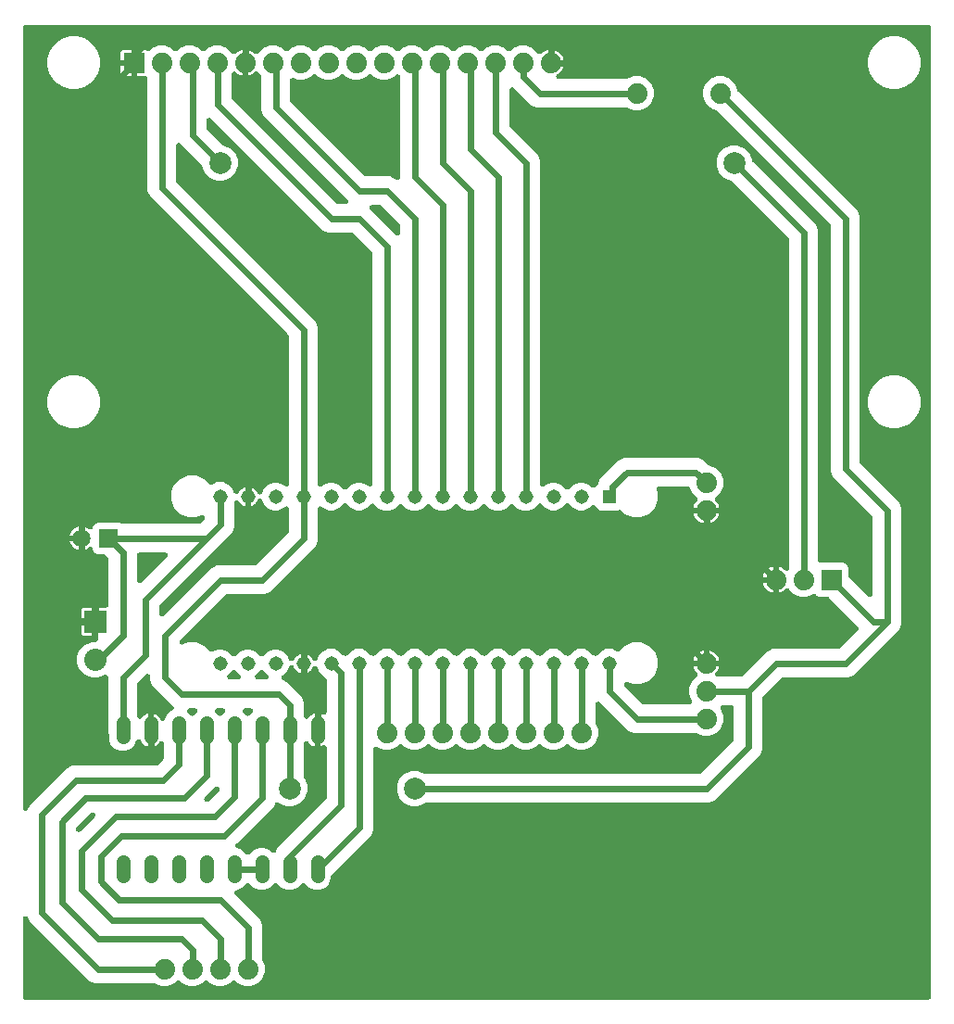
<source format=gbr>
G04 EAGLE Gerber RS-274X export*
G75*
%MOMM*%
%FSLAX34Y34*%
%LPD*%
%INBottom Copper*%
%IPPOS*%
%AMOC8*
5,1,8,0,0,1.08239X$1,22.5*%
G01*
%ADD10R,1.308000X1.308000*%
%ADD11C,1.308000*%
%ADD12C,1.879600*%
%ADD13R,1.879600X1.879600*%
%ADD14C,1.308000*%
%ADD15C,1.651000*%
%ADD16R,1.651000X1.651000*%
%ADD17R,2.032000X2.032000*%
%ADD18C,2.032000*%
%ADD19C,0.609600*%
%ADD20C,2.000000*%

G36*
X-12735Y989836D02*
X-12735Y989836D01*
X-12769Y989838D01*
X-12958Y989816D01*
X-13149Y989799D01*
X-13182Y989790D01*
X-13216Y989786D01*
X-13399Y989731D01*
X-13583Y989681D01*
X-13614Y989666D01*
X-13647Y989656D01*
X-13818Y989569D01*
X-13990Y989487D01*
X-14018Y989467D01*
X-14049Y989452D01*
X-14201Y989336D01*
X-14356Y989225D01*
X-14380Y989200D01*
X-14407Y989180D01*
X-14536Y989040D01*
X-14670Y988903D01*
X-14689Y988874D01*
X-14713Y988848D01*
X-14815Y988687D01*
X-14922Y988530D01*
X-14936Y988498D01*
X-14954Y988469D01*
X-15027Y988292D01*
X-15104Y988118D01*
X-15112Y988084D01*
X-15125Y988052D01*
X-15165Y987865D01*
X-15211Y987680D01*
X-15213Y987646D01*
X-15220Y987612D01*
X-15239Y987300D01*
X-15239Y274258D01*
X-15237Y274228D01*
X-15238Y274200D01*
X-15223Y274066D01*
X-15214Y273904D01*
X-15204Y273858D01*
X-15199Y273810D01*
X-15188Y273769D01*
X-15186Y273753D01*
X-15161Y273668D01*
X-15153Y273638D01*
X-15112Y273466D01*
X-15093Y273422D01*
X-15081Y273375D01*
X-15057Y273326D01*
X-15056Y273322D01*
X-15045Y273300D01*
X-15005Y273216D01*
X-14934Y273052D01*
X-14908Y273012D01*
X-14887Y272969D01*
X-14784Y272825D01*
X-14686Y272676D01*
X-14653Y272642D01*
X-14625Y272603D01*
X-14498Y272479D01*
X-14376Y272350D01*
X-14337Y272322D01*
X-14303Y272289D01*
X-14155Y272189D01*
X-14012Y272084D01*
X-13969Y272063D01*
X-13930Y272037D01*
X-13767Y271965D01*
X-13608Y271887D01*
X-13562Y271874D01*
X-13518Y271854D01*
X-13345Y271812D01*
X-13174Y271764D01*
X-13127Y271759D01*
X-13080Y271748D01*
X-12903Y271737D01*
X-12726Y271719D01*
X-12679Y271723D01*
X-12631Y271720D01*
X-12454Y271741D01*
X-12277Y271755D01*
X-12231Y271767D01*
X-12184Y271772D01*
X-12013Y271824D01*
X-11842Y271869D01*
X-11799Y271889D01*
X-11753Y271902D01*
X-11594Y271983D01*
X-11433Y272058D01*
X-11394Y272085D01*
X-11351Y272107D01*
X-11210Y272214D01*
X-11064Y272316D01*
X-11031Y272350D01*
X-10993Y272379D01*
X-10872Y272509D01*
X-10747Y272635D01*
X-10720Y272675D01*
X-10688Y272710D01*
X-10592Y272860D01*
X-10491Y273006D01*
X-10477Y273035D01*
X-10474Y273039D01*
X-10466Y273058D01*
X-10465Y273059D01*
X-10446Y273090D01*
X-10422Y273148D01*
X-10354Y273287D01*
X-9284Y275869D01*
X-5256Y279897D01*
X25629Y310782D01*
X26230Y311031D01*
X30424Y312769D01*
X106573Y312769D01*
X106737Y312783D01*
X106901Y312790D01*
X106961Y312803D01*
X107022Y312809D01*
X107181Y312852D01*
X107341Y312888D01*
X107397Y312911D01*
X107456Y312927D01*
X107604Y312998D01*
X107756Y313061D01*
X107808Y313094D01*
X107863Y313121D01*
X107996Y313216D01*
X108135Y313306D01*
X108192Y313357D01*
X108229Y313383D01*
X108271Y313426D01*
X108369Y313512D01*
X113208Y318351D01*
X113313Y318478D01*
X113425Y318598D01*
X113457Y318650D01*
X113496Y318697D01*
X113578Y318839D01*
X113666Y318978D01*
X113690Y319035D01*
X113720Y319088D01*
X113775Y319242D01*
X113837Y319395D01*
X113850Y319454D01*
X113871Y319512D01*
X113897Y319674D01*
X113932Y319835D01*
X113937Y319912D01*
X113944Y319956D01*
X113943Y320017D01*
X113951Y320147D01*
X113951Y332636D01*
X113942Y332740D01*
X113943Y332844D01*
X113922Y332963D01*
X113911Y333085D01*
X113884Y333185D01*
X113866Y333288D01*
X113825Y333402D01*
X113793Y333519D01*
X113748Y333613D01*
X113713Y333711D01*
X113652Y333816D01*
X113599Y333926D01*
X113539Y334010D01*
X113487Y334100D01*
X113408Y334193D01*
X113337Y334292D01*
X113263Y334364D01*
X113195Y334444D01*
X113102Y334521D01*
X113015Y334606D01*
X112928Y334664D01*
X112848Y334730D01*
X112742Y334790D01*
X112642Y334858D01*
X112546Y334900D01*
X112456Y334951D01*
X112341Y334991D01*
X112230Y335040D01*
X112129Y335065D01*
X112030Y335099D01*
X111910Y335118D01*
X111792Y335147D01*
X111689Y335153D01*
X111586Y335169D01*
X111464Y335167D01*
X111343Y335174D01*
X111240Y335162D01*
X111135Y335160D01*
X111016Y335136D01*
X110896Y335122D01*
X110796Y335092D01*
X110694Y335072D01*
X110581Y335027D01*
X110465Y334992D01*
X110372Y334945D01*
X110275Y334907D01*
X110172Y334843D01*
X110063Y334788D01*
X109981Y334725D01*
X109892Y334670D01*
X109801Y334589D01*
X109705Y334516D01*
X109634Y334439D01*
X109557Y334370D01*
X109441Y334229D01*
X109400Y334184D01*
X109385Y334161D01*
X109358Y334129D01*
X108526Y332984D01*
X107516Y331974D01*
X106359Y331133D01*
X105086Y330485D01*
X104139Y330177D01*
X104139Y345440D01*
X104139Y360703D01*
X105086Y360395D01*
X106359Y359747D01*
X107516Y358906D01*
X108526Y357896D01*
X109367Y356739D01*
X110089Y355321D01*
X110153Y355171D01*
X110156Y355167D01*
X110157Y355163D01*
X110279Y354979D01*
X110400Y354794D01*
X110403Y354791D01*
X110406Y354787D01*
X110560Y354626D01*
X110710Y354467D01*
X110713Y354465D01*
X110716Y354461D01*
X110895Y354331D01*
X111072Y354200D01*
X111076Y354198D01*
X111080Y354195D01*
X111277Y354099D01*
X111476Y354001D01*
X111480Y354000D01*
X111484Y353998D01*
X111693Y353939D01*
X111909Y353876D01*
X111913Y353876D01*
X111917Y353875D01*
X112137Y353853D01*
X112357Y353830D01*
X112361Y353831D01*
X112365Y353830D01*
X112588Y353848D01*
X112806Y353864D01*
X112810Y353865D01*
X112814Y353866D01*
X113026Y353921D01*
X113242Y353977D01*
X113246Y353978D01*
X113250Y353980D01*
X113449Y354072D01*
X113651Y354164D01*
X113655Y354167D01*
X113659Y354169D01*
X113837Y354294D01*
X114021Y354421D01*
X114024Y354425D01*
X114027Y354427D01*
X114183Y354584D01*
X114339Y354740D01*
X114342Y354743D01*
X114345Y354746D01*
X114469Y354926D01*
X114596Y355109D01*
X114598Y355113D01*
X114601Y355117D01*
X114738Y355398D01*
X116287Y359138D01*
X119842Y362693D01*
X121289Y363292D01*
X121362Y363330D01*
X121439Y363360D01*
X121561Y363434D01*
X121688Y363501D01*
X121753Y363551D01*
X121823Y363594D01*
X121930Y363689D01*
X122044Y363776D01*
X122099Y363838D01*
X122161Y363892D01*
X122249Y364004D01*
X122346Y364111D01*
X122389Y364181D01*
X122440Y364245D01*
X122508Y364371D01*
X122566Y364465D01*
X122583Y364493D01*
X122614Y364570D01*
X122653Y364642D01*
X122697Y364778D01*
X122750Y364911D01*
X122767Y364992D01*
X122792Y365070D01*
X122812Y365212D01*
X122840Y365352D01*
X122842Y365435D01*
X122853Y365516D01*
X122848Y365660D01*
X122851Y365803D01*
X122838Y365884D01*
X122835Y365966D01*
X122804Y366106D01*
X122782Y366248D01*
X122755Y366326D01*
X122737Y366406D01*
X122682Y366538D01*
X122636Y366673D01*
X122596Y366745D01*
X122564Y366821D01*
X122486Y366942D01*
X122416Y367067D01*
X122364Y367130D01*
X122320Y367200D01*
X122159Y367382D01*
X122153Y367389D01*
X122150Y367392D01*
X122131Y367415D01*
X122123Y367422D01*
X122113Y367434D01*
X107266Y382281D01*
X103238Y386309D01*
X101251Y391104D01*
X101251Y394167D01*
X101240Y394297D01*
X101238Y394427D01*
X101220Y394520D01*
X101211Y394616D01*
X101177Y394741D01*
X101152Y394869D01*
X101118Y394958D01*
X101093Y395050D01*
X101037Y395167D01*
X100990Y395289D01*
X100940Y395371D01*
X100899Y395457D01*
X100824Y395562D01*
X100756Y395674D01*
X100693Y395745D01*
X100637Y395823D01*
X100544Y395914D01*
X100458Y396011D01*
X100383Y396070D01*
X100315Y396137D01*
X100207Y396210D01*
X100105Y396290D01*
X100021Y396335D01*
X99942Y396389D01*
X99823Y396442D01*
X99708Y396503D01*
X99617Y396533D01*
X99530Y396571D01*
X99403Y396602D01*
X99280Y396642D01*
X99185Y396655D01*
X99092Y396678D01*
X98963Y396686D01*
X98834Y396704D01*
X98738Y396700D01*
X98643Y396706D01*
X98514Y396691D01*
X98384Y396685D01*
X98291Y396665D01*
X98196Y396654D01*
X98071Y396616D01*
X97944Y396588D01*
X97856Y396551D01*
X97765Y396523D01*
X97649Y396464D01*
X97529Y396414D01*
X97449Y396362D01*
X97363Y396319D01*
X97260Y396240D01*
X97151Y396170D01*
X97053Y396084D01*
X97005Y396047D01*
X96974Y396014D01*
X96916Y395963D01*
X89992Y389039D01*
X89887Y388912D01*
X89775Y388792D01*
X89743Y388740D01*
X89704Y388693D01*
X89622Y388551D01*
X89534Y388412D01*
X89510Y388355D01*
X89480Y388302D01*
X89425Y388148D01*
X89363Y387995D01*
X89350Y387936D01*
X89329Y387878D01*
X89303Y387716D01*
X89268Y387555D01*
X89263Y387478D01*
X89256Y387434D01*
X89257Y387373D01*
X89249Y387243D01*
X89249Y358244D01*
X89258Y358140D01*
X89257Y358036D01*
X89278Y357917D01*
X89289Y357795D01*
X89316Y357695D01*
X89334Y357592D01*
X89375Y357478D01*
X89407Y357361D01*
X89452Y357267D01*
X89487Y357169D01*
X89548Y357064D01*
X89601Y356954D01*
X89661Y356870D01*
X89713Y356780D01*
X89792Y356687D01*
X89863Y356588D01*
X89937Y356516D01*
X90005Y356436D01*
X90098Y356359D01*
X90185Y356274D01*
X90272Y356216D01*
X90352Y356150D01*
X90458Y356090D01*
X90558Y356022D01*
X90654Y355980D01*
X90744Y355929D01*
X90859Y355889D01*
X90970Y355840D01*
X91071Y355815D01*
X91170Y355781D01*
X91290Y355762D01*
X91408Y355733D01*
X91511Y355727D01*
X91614Y355711D01*
X91736Y355713D01*
X91857Y355706D01*
X91960Y355718D01*
X92065Y355720D01*
X92184Y355744D01*
X92304Y355758D01*
X92404Y355788D01*
X92506Y355808D01*
X92619Y355853D01*
X92735Y355888D01*
X92828Y355935D01*
X92925Y355973D01*
X93028Y356037D01*
X93137Y356092D01*
X93219Y356155D01*
X93308Y356210D01*
X93399Y356291D01*
X93495Y356364D01*
X93566Y356441D01*
X93643Y356510D01*
X93759Y356651D01*
X93800Y356696D01*
X93815Y356719D01*
X93842Y356751D01*
X94674Y357896D01*
X95684Y358906D01*
X96841Y359747D01*
X98114Y360395D01*
X99061Y360703D01*
X99061Y345440D01*
X99061Y330177D01*
X98114Y330485D01*
X96841Y331133D01*
X95684Y331974D01*
X94674Y332984D01*
X93833Y334141D01*
X93111Y335559D01*
X93047Y335709D01*
X93044Y335713D01*
X93043Y335717D01*
X92921Y335901D01*
X92800Y336086D01*
X92797Y336089D01*
X92794Y336093D01*
X92641Y336254D01*
X92490Y336413D01*
X92487Y336415D01*
X92484Y336419D01*
X92305Y336549D01*
X92128Y336680D01*
X92124Y336682D01*
X92120Y336685D01*
X91923Y336781D01*
X91724Y336879D01*
X91720Y336880D01*
X91716Y336882D01*
X91507Y336941D01*
X91291Y337004D01*
X91287Y337004D01*
X91283Y337005D01*
X91063Y337027D01*
X90843Y337050D01*
X90839Y337049D01*
X90835Y337050D01*
X90612Y337032D01*
X90394Y337016D01*
X90390Y337015D01*
X90386Y337014D01*
X90173Y336959D01*
X89958Y336903D01*
X89954Y336902D01*
X89950Y336900D01*
X89751Y336808D01*
X89549Y336716D01*
X89545Y336713D01*
X89541Y336711D01*
X89363Y336586D01*
X89179Y336459D01*
X89176Y336455D01*
X89173Y336453D01*
X89017Y336296D01*
X88861Y336140D01*
X88858Y336137D01*
X88855Y336134D01*
X88730Y335952D01*
X88604Y335771D01*
X88602Y335767D01*
X88599Y335763D01*
X88462Y335482D01*
X86913Y331742D01*
X83358Y328187D01*
X78714Y326263D01*
X73686Y326263D01*
X69042Y328187D01*
X65487Y331742D01*
X65053Y332789D01*
X65053Y332790D01*
X63563Y336386D01*
X63563Y341345D01*
X63553Y341461D01*
X63553Y341578D01*
X63533Y341685D01*
X63523Y341793D01*
X63493Y341906D01*
X63472Y342021D01*
X63421Y342167D01*
X63405Y342228D01*
X63389Y342260D01*
X63370Y342316D01*
X63151Y342844D01*
X63151Y393220D01*
X63144Y393302D01*
X63146Y393384D01*
X63124Y393525D01*
X63111Y393668D01*
X63090Y393748D01*
X63077Y393829D01*
X63031Y393964D01*
X62993Y394103D01*
X62957Y394177D01*
X62931Y394255D01*
X62861Y394380D01*
X62799Y394509D01*
X62752Y394576D01*
X62711Y394648D01*
X62621Y394759D01*
X62537Y394875D01*
X62478Y394933D01*
X62426Y394996D01*
X62317Y395089D01*
X62215Y395189D01*
X62146Y395235D01*
X62084Y395289D01*
X61960Y395361D01*
X61842Y395441D01*
X61766Y395475D01*
X61695Y395516D01*
X61561Y395566D01*
X61430Y395624D01*
X61350Y395643D01*
X61272Y395672D01*
X61131Y395696D01*
X60992Y395730D01*
X60910Y395735D01*
X60829Y395750D01*
X60686Y395749D01*
X60543Y395758D01*
X60461Y395748D01*
X60379Y395748D01*
X60238Y395722D01*
X60096Y395706D01*
X60017Y395682D01*
X59936Y395667D01*
X59702Y395587D01*
X59665Y395576D01*
X59655Y395571D01*
X59640Y395566D01*
X54034Y393243D01*
X47566Y393243D01*
X41621Y395706D01*
X41591Y395718D01*
X37018Y400291D01*
X34543Y406266D01*
X34543Y412734D01*
X37018Y418709D01*
X41591Y423282D01*
X47566Y425757D01*
X50651Y425757D01*
X50815Y425771D01*
X50979Y425778D01*
X51039Y425791D01*
X51100Y425797D01*
X51259Y425840D01*
X51419Y425876D01*
X51475Y425899D01*
X51534Y425915D01*
X51682Y425986D01*
X51834Y426049D01*
X51886Y426082D01*
X51941Y426109D01*
X52074Y426204D01*
X52213Y426294D01*
X52270Y426345D01*
X52307Y426371D01*
X52349Y426414D01*
X52447Y426500D01*
X53411Y427464D01*
X53494Y427564D01*
X53585Y427658D01*
X53638Y427737D01*
X53700Y427810D01*
X53764Y427923D01*
X53837Y428031D01*
X53876Y428118D01*
X53923Y428201D01*
X53967Y428323D01*
X54019Y428442D01*
X54042Y428535D01*
X54074Y428625D01*
X54095Y428754D01*
X54126Y428880D01*
X54132Y428975D01*
X54147Y429069D01*
X54146Y429200D01*
X54154Y429329D01*
X54143Y429424D01*
X54141Y429520D01*
X54116Y429647D01*
X54101Y429777D01*
X54074Y429868D01*
X54056Y429962D01*
X54009Y430083D01*
X53971Y430208D01*
X53928Y430293D01*
X53893Y430382D01*
X53826Y430493D01*
X53799Y430545D01*
X53799Y444040D01*
X53796Y444074D01*
X53798Y444109D01*
X53776Y444298D01*
X53759Y444488D01*
X53754Y444510D01*
X53771Y444580D01*
X53773Y444614D01*
X53780Y444648D01*
X53799Y444960D01*
X53799Y457201D01*
X60612Y457201D01*
X60646Y457204D01*
X60681Y457202D01*
X60871Y457224D01*
X61061Y457241D01*
X61094Y457250D01*
X61128Y457254D01*
X61312Y457309D01*
X61495Y457359D01*
X61526Y457374D01*
X61559Y457384D01*
X61729Y457471D01*
X61902Y457553D01*
X61930Y457573D01*
X61961Y457588D01*
X62113Y457704D01*
X62268Y457815D01*
X62292Y457839D01*
X62319Y457860D01*
X62449Y458001D01*
X62582Y458137D01*
X62601Y458166D01*
X62625Y458192D01*
X62727Y458353D01*
X62834Y458510D01*
X62848Y458542D01*
X62866Y458571D01*
X62939Y458748D01*
X63016Y458922D01*
X63024Y458956D01*
X63037Y458988D01*
X63077Y459175D01*
X63123Y459360D01*
X63125Y459394D01*
X63132Y459428D01*
X63151Y459740D01*
X63151Y501343D01*
X63137Y501507D01*
X63130Y501671D01*
X63117Y501731D01*
X63111Y501792D01*
X63068Y501951D01*
X63032Y502111D01*
X63009Y502167D01*
X62993Y502226D01*
X62922Y502374D01*
X62859Y502526D01*
X62826Y502578D01*
X62799Y502633D01*
X62704Y502766D01*
X62614Y502905D01*
X62563Y502962D01*
X62537Y502999D01*
X62494Y503041D01*
X62408Y503139D01*
X59942Y505605D01*
X59816Y505710D01*
X59695Y505822D01*
X59643Y505854D01*
X59596Y505893D01*
X59454Y505975D01*
X59315Y506063D01*
X59258Y506087D01*
X59205Y506117D01*
X59050Y506172D01*
X58898Y506234D01*
X58839Y506247D01*
X58781Y506268D01*
X58619Y506294D01*
X58458Y506329D01*
X58381Y506334D01*
X58337Y506341D01*
X58276Y506340D01*
X58146Y506348D01*
X53832Y506348D01*
X51591Y507276D01*
X49876Y508992D01*
X48952Y511223D01*
X48902Y511320D01*
X48861Y511420D01*
X48798Y511518D01*
X48743Y511622D01*
X48677Y511708D01*
X48619Y511800D01*
X48540Y511886D01*
X48468Y511978D01*
X48387Y512051D01*
X48314Y512131D01*
X48220Y512202D01*
X48133Y512280D01*
X48042Y512337D01*
X47955Y512403D01*
X47851Y512456D01*
X47751Y512518D01*
X47650Y512558D01*
X47554Y512607D01*
X47442Y512641D01*
X47333Y512685D01*
X47227Y512706D01*
X47123Y512738D01*
X47007Y512751D01*
X46892Y512775D01*
X46783Y512777D01*
X46676Y512790D01*
X46559Y512783D01*
X46442Y512786D01*
X46334Y512769D01*
X46226Y512762D01*
X46113Y512735D01*
X45997Y512717D01*
X45894Y512682D01*
X45789Y512656D01*
X45682Y512608D01*
X45571Y512570D01*
X45476Y512518D01*
X45377Y512474D01*
X45232Y512381D01*
X45178Y512351D01*
X45154Y512332D01*
X45113Y512306D01*
X43958Y511467D01*
X42444Y510695D01*
X40839Y510174D01*
X40839Y520700D01*
X40839Y531226D01*
X42444Y530705D01*
X43958Y529933D01*
X45113Y529094D01*
X45206Y529038D01*
X45294Y528974D01*
X45399Y528923D01*
X45500Y528863D01*
X45601Y528824D01*
X45698Y528777D01*
X45811Y528745D01*
X45921Y528703D01*
X46027Y528683D01*
X46132Y528654D01*
X46248Y528642D01*
X46363Y528621D01*
X46472Y528620D01*
X46580Y528609D01*
X46697Y528618D01*
X46814Y528618D01*
X46921Y528636D01*
X47029Y528644D01*
X47142Y528674D01*
X47257Y528694D01*
X47359Y528731D01*
X47464Y528758D01*
X47570Y528808D01*
X47681Y528848D01*
X47774Y528902D01*
X47873Y528948D01*
X47969Y529015D01*
X48070Y529074D01*
X48153Y529144D01*
X48242Y529206D01*
X48324Y529289D01*
X48414Y529365D01*
X48482Y529448D01*
X48559Y529525D01*
X48625Y529622D01*
X48700Y529712D01*
X48753Y529807D01*
X48815Y529896D01*
X48890Y530050D01*
X48921Y530105D01*
X48931Y530133D01*
X48952Y530177D01*
X49876Y532408D01*
X51591Y534124D01*
X53832Y535052D01*
X72768Y535052D01*
X75447Y533942D01*
X75558Y533907D01*
X75666Y533863D01*
X75773Y533840D01*
X75876Y533807D01*
X75992Y533793D01*
X76107Y533768D01*
X76260Y533758D01*
X76323Y533751D01*
X76359Y533752D01*
X76419Y533749D01*
X145943Y533749D01*
X146107Y533763D01*
X146271Y533770D01*
X146331Y533783D01*
X146392Y533789D01*
X146551Y533832D01*
X146711Y533868D01*
X146767Y533891D01*
X146826Y533907D01*
X146974Y533978D01*
X147126Y534041D01*
X147178Y534074D01*
X147233Y534101D01*
X147366Y534196D01*
X147505Y534286D01*
X147562Y534337D01*
X147599Y534363D01*
X147641Y534406D01*
X147739Y534492D01*
X150691Y537444D01*
X150804Y537580D01*
X150924Y537713D01*
X150949Y537753D01*
X150980Y537790D01*
X151068Y537944D01*
X151162Y538095D01*
X151179Y538139D01*
X151203Y538181D01*
X151263Y538348D01*
X151328Y538513D01*
X151338Y538560D01*
X151354Y538605D01*
X151383Y538780D01*
X151418Y538954D01*
X151420Y539002D01*
X151427Y539049D01*
X151425Y539227D01*
X151429Y539404D01*
X151422Y539451D01*
X151421Y539499D01*
X151387Y539674D01*
X151360Y539849D01*
X151345Y539895D01*
X151336Y539942D01*
X151272Y540107D01*
X151214Y540275D01*
X151191Y540317D01*
X151173Y540362D01*
X151081Y540513D01*
X150995Y540668D01*
X150964Y540705D01*
X150939Y540746D01*
X150822Y540879D01*
X150709Y541017D01*
X150673Y541048D01*
X150641Y541084D01*
X150502Y541194D01*
X150367Y541309D01*
X150326Y541333D01*
X150288Y541363D01*
X150131Y541447D01*
X149978Y541537D01*
X149934Y541553D01*
X149891Y541576D01*
X149722Y541631D01*
X149556Y541692D01*
X149509Y541700D01*
X149463Y541715D01*
X149287Y541739D01*
X149112Y541770D01*
X149064Y541770D01*
X149017Y541776D01*
X148839Y541769D01*
X148662Y541768D01*
X148615Y541760D01*
X148567Y541758D01*
X148394Y541719D01*
X148219Y541688D01*
X148163Y541668D01*
X148128Y541660D01*
X148070Y541636D01*
X147924Y541586D01*
X143489Y539749D01*
X135911Y539749D01*
X128909Y542650D01*
X123550Y548009D01*
X120649Y555011D01*
X120649Y562589D01*
X122741Y567640D01*
X122742Y567641D01*
X123550Y569591D01*
X128909Y574950D01*
X135911Y577851D01*
X143489Y577851D01*
X150491Y574950D01*
X155003Y570438D01*
X155166Y570303D01*
X155327Y570165D01*
X155339Y570158D01*
X155349Y570149D01*
X155533Y570044D01*
X155716Y569937D01*
X155728Y569933D01*
X155740Y569926D01*
X155940Y569855D01*
X156139Y569782D01*
X156152Y569780D01*
X156164Y569775D01*
X156372Y569741D01*
X156582Y569704D01*
X156595Y569704D01*
X156608Y569702D01*
X156820Y569705D01*
X157032Y569705D01*
X157045Y569708D01*
X157058Y569708D01*
X157267Y569748D01*
X157475Y569786D01*
X157490Y569791D01*
X157501Y569793D01*
X157537Y569808D01*
X157771Y569888D01*
X162504Y571849D01*
X167696Y571849D01*
X172491Y569862D01*
X176162Y566191D01*
X177602Y562715D01*
X177616Y562688D01*
X177626Y562659D01*
X177721Y562488D01*
X177811Y562316D01*
X177829Y562292D01*
X177844Y562265D01*
X177967Y562114D01*
X178087Y561960D01*
X178109Y561939D01*
X178128Y561916D01*
X178276Y561788D01*
X178421Y561658D01*
X178447Y561642D01*
X178470Y561622D01*
X178638Y561523D01*
X178803Y561420D01*
X178831Y561409D01*
X178857Y561393D01*
X179040Y561326D01*
X179221Y561253D01*
X179251Y561247D01*
X179280Y561237D01*
X179471Y561202D01*
X179663Y561163D01*
X179693Y561163D01*
X179723Y561157D01*
X179917Y561157D01*
X180113Y561152D01*
X180143Y561157D01*
X180173Y561157D01*
X180364Y561191D01*
X180558Y561221D01*
X180587Y561231D01*
X180616Y561237D01*
X180799Y561304D01*
X180983Y561368D01*
X181010Y561382D01*
X181038Y561393D01*
X181207Y561492D01*
X181377Y561587D01*
X181400Y561606D01*
X181426Y561622D01*
X181575Y561749D01*
X181725Y561872D01*
X181745Y561895D01*
X181768Y561915D01*
X181891Y562067D01*
X182018Y562215D01*
X182033Y562241D01*
X182052Y562264D01*
X182211Y562534D01*
X182733Y563559D01*
X183574Y564716D01*
X184584Y565726D01*
X185741Y566567D01*
X187014Y567215D01*
X187961Y567523D01*
X187961Y558800D01*
X187961Y550077D01*
X187014Y550385D01*
X185741Y551033D01*
X184584Y551874D01*
X183574Y552884D01*
X182742Y554029D01*
X182674Y554107D01*
X182613Y554192D01*
X182526Y554276D01*
X182446Y554368D01*
X182365Y554433D01*
X182291Y554506D01*
X182190Y554574D01*
X182095Y554650D01*
X182004Y554699D01*
X181918Y554758D01*
X181806Y554807D01*
X181700Y554865D01*
X181601Y554898D01*
X181506Y554940D01*
X181388Y554969D01*
X181272Y555007D01*
X181169Y555022D01*
X181068Y555047D01*
X180947Y555054D01*
X180827Y555071D01*
X180723Y555068D01*
X180619Y555074D01*
X180498Y555060D01*
X180377Y555056D01*
X180275Y555034D01*
X180172Y555022D01*
X180055Y554987D01*
X179937Y554962D01*
X179841Y554922D01*
X179741Y554892D01*
X179632Y554837D01*
X179520Y554791D01*
X179432Y554735D01*
X179339Y554688D01*
X179243Y554614D01*
X179140Y554549D01*
X179064Y554478D01*
X178981Y554416D01*
X178898Y554326D01*
X178809Y554244D01*
X178746Y554161D01*
X178675Y554084D01*
X178610Y553982D01*
X178537Y553885D01*
X178490Y553793D01*
X178434Y553705D01*
X178387Y553592D01*
X178332Y553484D01*
X178302Y553385D01*
X178263Y553288D01*
X178237Y553169D01*
X178202Y553053D01*
X178190Y552950D01*
X178168Y552848D01*
X178157Y552666D01*
X178150Y552606D01*
X178151Y552579D01*
X178149Y552536D01*
X178149Y530804D01*
X176162Y526009D01*
X163819Y513666D01*
X163819Y513665D01*
X110312Y460159D01*
X110207Y460032D01*
X110095Y459912D01*
X110063Y459860D01*
X110024Y459813D01*
X109942Y459671D01*
X109854Y459532D01*
X109830Y459475D01*
X109800Y459422D01*
X109745Y459268D01*
X109683Y459115D01*
X109670Y459056D01*
X109649Y458998D01*
X109623Y458836D01*
X109588Y458675D01*
X109583Y458598D01*
X109576Y458554D01*
X109577Y458493D01*
X109569Y458363D01*
X109569Y451653D01*
X109580Y451523D01*
X109582Y451393D01*
X109600Y451299D01*
X109609Y451204D01*
X109643Y451079D01*
X109668Y450951D01*
X109702Y450862D01*
X109727Y450770D01*
X109783Y450653D01*
X109830Y450531D01*
X109880Y450449D01*
X109921Y450363D01*
X109996Y450258D01*
X110064Y450146D01*
X110127Y450075D01*
X110183Y449997D01*
X110276Y449906D01*
X110362Y449809D01*
X110437Y449750D01*
X110505Y449683D01*
X110613Y449610D01*
X110715Y449530D01*
X110799Y449485D01*
X110878Y449431D01*
X110997Y449378D01*
X111112Y449317D01*
X111203Y449287D01*
X111290Y449249D01*
X111417Y449218D01*
X111540Y449178D01*
X111635Y449165D01*
X111728Y449142D01*
X111857Y449134D01*
X111986Y449116D01*
X112082Y449120D01*
X112177Y449114D01*
X112306Y449129D01*
X112436Y449135D01*
X112529Y449155D01*
X112624Y449166D01*
X112749Y449204D01*
X112876Y449232D01*
X112964Y449269D01*
X113055Y449297D01*
X113171Y449356D01*
X113291Y449406D01*
X113372Y449458D01*
X113457Y449501D01*
X113560Y449580D01*
X113669Y449650D01*
X113767Y449736D01*
X113815Y449773D01*
X113846Y449806D01*
X113904Y449857D01*
X157709Y493662D01*
X162504Y495649D01*
X196743Y495649D01*
X196907Y495663D01*
X197071Y495670D01*
X197131Y495683D01*
X197192Y495689D01*
X197351Y495732D01*
X197511Y495768D01*
X197567Y495791D01*
X197626Y495807D01*
X197774Y495878D01*
X197926Y495941D01*
X197978Y495974D01*
X198033Y496001D01*
X198166Y496096D01*
X198305Y496186D01*
X198362Y496237D01*
X198399Y496263D01*
X198441Y496306D01*
X198539Y496392D01*
X227508Y525361D01*
X227613Y525488D01*
X227725Y525608D01*
X227757Y525660D01*
X227796Y525707D01*
X227878Y525849D01*
X227966Y525988D01*
X227990Y526045D01*
X228020Y526098D01*
X228075Y526252D01*
X228137Y526405D01*
X228150Y526464D01*
X228171Y526522D01*
X228197Y526684D01*
X228232Y526845D01*
X228237Y526922D01*
X228244Y526966D01*
X228243Y527027D01*
X228251Y527157D01*
X228251Y547150D01*
X228240Y547280D01*
X228238Y547410D01*
X228220Y547503D01*
X228211Y547598D01*
X228177Y547724D01*
X228152Y547852D01*
X228118Y547941D01*
X228093Y548033D01*
X228037Y548150D01*
X227990Y548272D01*
X227940Y548353D01*
X227899Y548439D01*
X227824Y548545D01*
X227756Y548656D01*
X227693Y548728D01*
X227637Y548806D01*
X227544Y548896D01*
X227458Y548994D01*
X227383Y549053D01*
X227315Y549120D01*
X227207Y549192D01*
X227105Y549273D01*
X227021Y549318D01*
X226942Y549372D01*
X226823Y549424D01*
X226708Y549486D01*
X226617Y549515D01*
X226530Y549554D01*
X226403Y549585D01*
X226280Y549625D01*
X226185Y549638D01*
X226092Y549661D01*
X225963Y549669D01*
X225834Y549686D01*
X225738Y549682D01*
X225643Y549688D01*
X225514Y549673D01*
X225384Y549668D01*
X225291Y549647D01*
X225196Y549636D01*
X225071Y549599D01*
X224944Y549570D01*
X224856Y549534D01*
X224765Y549506D01*
X224649Y549447D01*
X224529Y549397D01*
X224449Y549345D01*
X224363Y549302D01*
X224260Y549223D01*
X224151Y549152D01*
X224053Y549066D01*
X224005Y549030D01*
X223974Y548997D01*
X223916Y548945D01*
X223058Y548087D01*
X218414Y546163D01*
X213386Y546163D01*
X209414Y547809D01*
X208742Y548087D01*
X205187Y551642D01*
X203638Y555382D01*
X203636Y555386D01*
X203635Y555390D01*
X203532Y555584D01*
X203429Y555781D01*
X203427Y555785D01*
X203425Y555788D01*
X203291Y555960D01*
X203154Y556137D01*
X203150Y556140D01*
X203148Y556144D01*
X202983Y556291D01*
X202819Y556439D01*
X202816Y556441D01*
X202813Y556444D01*
X202622Y556562D01*
X202437Y556677D01*
X202433Y556679D01*
X202429Y556681D01*
X202224Y556762D01*
X202019Y556844D01*
X202014Y556844D01*
X202011Y556846D01*
X201795Y556889D01*
X201578Y556934D01*
X201573Y556934D01*
X201569Y556935D01*
X201348Y556939D01*
X201127Y556945D01*
X201123Y556944D01*
X201119Y556944D01*
X200902Y556910D01*
X200682Y556876D01*
X200678Y556874D01*
X200674Y556874D01*
X200466Y556801D01*
X200257Y556729D01*
X200253Y556727D01*
X200249Y556726D01*
X200058Y556619D01*
X199863Y556510D01*
X199860Y556507D01*
X199856Y556505D01*
X199688Y556366D01*
X199515Y556225D01*
X199512Y556221D01*
X199509Y556219D01*
X199365Y556049D01*
X199223Y555882D01*
X199220Y555879D01*
X199218Y555875D01*
X199109Y555688D01*
X198995Y555494D01*
X198994Y555490D01*
X198992Y555486D01*
X198952Y555386D01*
X198267Y554041D01*
X197426Y552884D01*
X196416Y551874D01*
X195259Y551033D01*
X193986Y550385D01*
X193039Y550077D01*
X193039Y558800D01*
X193039Y567523D01*
X193986Y567215D01*
X195259Y566567D01*
X196416Y565726D01*
X197426Y564716D01*
X198267Y563559D01*
X198989Y562141D01*
X199053Y561990D01*
X199056Y561987D01*
X199057Y561983D01*
X199178Y561801D01*
X199300Y561614D01*
X199303Y561611D01*
X199306Y561607D01*
X199462Y561444D01*
X199610Y561287D01*
X199613Y561284D01*
X199616Y561281D01*
X199798Y561148D01*
X199972Y561020D01*
X199976Y561018D01*
X199980Y561015D01*
X200177Y560919D01*
X200376Y560821D01*
X200381Y560820D01*
X200384Y560818D01*
X200592Y560759D01*
X200809Y560696D01*
X200813Y560696D01*
X200817Y560695D01*
X201038Y560673D01*
X201257Y560650D01*
X201261Y560651D01*
X201265Y560650D01*
X201491Y560668D01*
X201706Y560684D01*
X201710Y560685D01*
X201714Y560686D01*
X201926Y560741D01*
X202142Y560797D01*
X202146Y560799D01*
X202150Y560800D01*
X202346Y560890D01*
X202551Y560984D01*
X202555Y560987D01*
X202559Y560989D01*
X202738Y561114D01*
X202921Y561242D01*
X202924Y561245D01*
X202927Y561247D01*
X203084Y561404D01*
X203239Y561560D01*
X203242Y561563D01*
X203245Y561566D01*
X203372Y561750D01*
X203496Y561930D01*
X203498Y561933D01*
X203501Y561937D01*
X203638Y562218D01*
X205187Y565958D01*
X208742Y569513D01*
X213386Y571437D01*
X218414Y571437D01*
X223058Y569513D01*
X223916Y568655D01*
X224016Y568571D01*
X224109Y568480D01*
X224189Y568427D01*
X224262Y568366D01*
X224375Y568301D01*
X224482Y568228D01*
X224570Y568190D01*
X224653Y568142D01*
X224775Y568099D01*
X224894Y568046D01*
X224987Y568023D01*
X225077Y567991D01*
X225205Y567970D01*
X225332Y567939D01*
X225427Y567934D01*
X225521Y567918D01*
X225651Y567920D01*
X225781Y567912D01*
X225876Y567923D01*
X225971Y567924D01*
X226099Y567949D01*
X226228Y567964D01*
X226320Y567992D01*
X226414Y568010D01*
X226535Y568056D01*
X226659Y568094D01*
X226745Y568138D01*
X226834Y568172D01*
X226945Y568239D01*
X227061Y568298D01*
X227137Y568356D01*
X227218Y568406D01*
X227316Y568492D01*
X227419Y568570D01*
X227484Y568641D01*
X227556Y568704D01*
X227636Y568806D01*
X227725Y568902D01*
X227776Y568982D01*
X227835Y569057D01*
X227896Y569172D01*
X227966Y569281D01*
X228003Y569370D01*
X228048Y569454D01*
X228088Y569577D01*
X228137Y569698D01*
X228157Y569791D01*
X228187Y569882D01*
X228205Y570011D01*
X228232Y570138D01*
X228240Y570268D01*
X228248Y570328D01*
X228247Y570373D01*
X228251Y570450D01*
X228251Y704743D01*
X228237Y704907D01*
X228230Y705071D01*
X228217Y705131D01*
X228211Y705192D01*
X228168Y705351D01*
X228132Y705511D01*
X228109Y705567D01*
X228093Y705626D01*
X228022Y705774D01*
X227959Y705926D01*
X227926Y705978D01*
X227899Y706033D01*
X227804Y706166D01*
X227714Y706305D01*
X227663Y706362D01*
X227637Y706399D01*
X227594Y706441D01*
X227508Y706539D01*
X100738Y833309D01*
X98751Y838104D01*
X98751Y940622D01*
X98748Y940657D01*
X98750Y940691D01*
X98728Y940880D01*
X98711Y941071D01*
X98702Y941104D01*
X98698Y941138D01*
X98643Y941321D01*
X98593Y941505D01*
X98578Y941536D01*
X98568Y941569D01*
X98481Y941740D01*
X98399Y941912D01*
X98379Y941940D01*
X98364Y941971D01*
X98248Y942123D01*
X98137Y942278D01*
X98112Y942302D01*
X98092Y942329D01*
X97952Y942458D01*
X97815Y942592D01*
X97786Y942611D01*
X97760Y942635D01*
X97599Y942737D01*
X97442Y942844D01*
X97410Y942858D01*
X97381Y942876D01*
X97204Y942949D01*
X97030Y943026D01*
X96996Y943034D01*
X96964Y943047D01*
X96777Y943087D01*
X96592Y943133D01*
X96558Y943135D01*
X96524Y943142D01*
X96212Y943161D01*
X88939Y943161D01*
X88939Y955100D01*
X88939Y967039D01*
X96133Y967039D01*
X96779Y966866D01*
X97358Y966531D01*
X97543Y966347D01*
X97569Y966324D01*
X97592Y966298D01*
X97742Y966180D01*
X97888Y966058D01*
X97918Y966040D01*
X97945Y966019D01*
X98113Y965929D01*
X98279Y965834D01*
X98312Y965823D01*
X98342Y965806D01*
X98523Y965747D01*
X98703Y965683D01*
X98737Y965678D01*
X98770Y965667D01*
X98959Y965641D01*
X99147Y965610D01*
X99182Y965610D01*
X99216Y965606D01*
X99407Y965614D01*
X99598Y965616D01*
X99632Y965623D01*
X99666Y965624D01*
X99852Y965665D01*
X100040Y965702D01*
X100072Y965714D01*
X100106Y965722D01*
X100282Y965795D01*
X100460Y965864D01*
X100489Y965882D01*
X100521Y965895D01*
X100682Y965999D01*
X100844Y966098D01*
X100870Y966121D01*
X100900Y966140D01*
X101134Y966347D01*
X103023Y968236D01*
X108718Y970595D01*
X114882Y970595D01*
X120577Y968236D01*
X122704Y966108D01*
X122731Y966086D01*
X122754Y966060D01*
X122903Y965942D01*
X123050Y965820D01*
X123080Y965802D01*
X123107Y965781D01*
X123275Y965691D01*
X123441Y965596D01*
X123473Y965585D01*
X123504Y965568D01*
X123685Y965509D01*
X123865Y965445D01*
X123899Y965440D01*
X123932Y965429D01*
X124121Y965403D01*
X124309Y965372D01*
X124344Y965372D01*
X124378Y965368D01*
X124569Y965375D01*
X124759Y965378D01*
X124794Y965385D01*
X124828Y965386D01*
X125014Y965427D01*
X125202Y965464D01*
X125234Y965476D01*
X125268Y965484D01*
X125444Y965557D01*
X125622Y965626D01*
X125651Y965644D01*
X125683Y965657D01*
X125844Y965761D01*
X126006Y965860D01*
X126032Y965883D01*
X126061Y965901D01*
X126296Y966108D01*
X128423Y968236D01*
X134118Y970595D01*
X140282Y970595D01*
X145977Y968236D01*
X148104Y966108D01*
X148131Y966086D01*
X148154Y966060D01*
X148303Y965942D01*
X148450Y965820D01*
X148480Y965802D01*
X148507Y965781D01*
X148675Y965691D01*
X148841Y965596D01*
X148873Y965585D01*
X148904Y965568D01*
X149085Y965509D01*
X149265Y965445D01*
X149299Y965440D01*
X149332Y965429D01*
X149521Y965403D01*
X149709Y965372D01*
X149744Y965372D01*
X149778Y965368D01*
X149969Y965375D01*
X150159Y965378D01*
X150194Y965385D01*
X150228Y965386D01*
X150414Y965427D01*
X150602Y965464D01*
X150634Y965476D01*
X150668Y965484D01*
X150844Y965557D01*
X151022Y965626D01*
X151051Y965644D01*
X151083Y965657D01*
X151244Y965761D01*
X151406Y965860D01*
X151432Y965883D01*
X151461Y965901D01*
X151696Y966108D01*
X153823Y968236D01*
X159518Y970595D01*
X165682Y970595D01*
X171377Y968236D01*
X176019Y963594D01*
X176045Y963572D01*
X176069Y963546D01*
X176218Y963427D01*
X176364Y963305D01*
X176394Y963288D01*
X176422Y963266D01*
X176590Y963176D01*
X176755Y963082D01*
X176788Y963070D01*
X176819Y963054D01*
X177000Y962995D01*
X177180Y962931D01*
X177214Y962925D01*
X177247Y962914D01*
X177436Y962888D01*
X177624Y962857D01*
X177658Y962858D01*
X177693Y962853D01*
X177883Y962861D01*
X178074Y962863D01*
X178108Y962870D01*
X178143Y962871D01*
X178328Y962913D01*
X178516Y962949D01*
X178548Y962961D01*
X178582Y962969D01*
X178758Y963043D01*
X178936Y963111D01*
X178966Y963129D01*
X178998Y963143D01*
X179158Y963246D01*
X179321Y963345D01*
X179347Y963368D01*
X179376Y963387D01*
X179610Y963594D01*
X180222Y964206D01*
X181743Y965311D01*
X183417Y966164D01*
X185204Y966745D01*
X185461Y966785D01*
X185461Y955100D01*
X185461Y943415D01*
X185204Y943455D01*
X183417Y944036D01*
X181743Y944889D01*
X180222Y945994D01*
X179984Y946233D01*
X179884Y946316D01*
X179791Y946407D01*
X179711Y946460D01*
X179638Y946521D01*
X179525Y946586D01*
X179418Y946659D01*
X179330Y946697D01*
X179247Y946745D01*
X179125Y946788D01*
X179006Y946841D01*
X178913Y946864D01*
X178823Y946896D01*
X178695Y946917D01*
X178568Y946948D01*
X178473Y946954D01*
X178379Y946969D01*
X178249Y946967D01*
X178119Y946975D01*
X178024Y946964D01*
X177929Y946963D01*
X177801Y946938D01*
X177672Y946923D01*
X177580Y946896D01*
X177487Y946878D01*
X177365Y946831D01*
X177241Y946793D01*
X177155Y946750D01*
X177066Y946715D01*
X176955Y946648D01*
X176839Y946589D01*
X176763Y946531D01*
X176682Y946481D01*
X176584Y946395D01*
X176481Y946317D01*
X176416Y946246D01*
X176344Y946183D01*
X176264Y946081D01*
X176175Y945986D01*
X176124Y945905D01*
X176065Y945830D01*
X176004Y945716D01*
X175934Y945606D01*
X175897Y945517D01*
X175852Y945433D01*
X175812Y945309D01*
X175763Y945189D01*
X175743Y945096D01*
X175713Y945005D01*
X175695Y944876D01*
X175668Y944749D01*
X175660Y944619D01*
X175652Y944559D01*
X175653Y944514D01*
X175649Y944437D01*
X175649Y923357D01*
X175663Y923193D01*
X175670Y923029D01*
X175683Y922969D01*
X175689Y922908D01*
X175732Y922749D01*
X175768Y922589D01*
X175791Y922533D01*
X175807Y922474D01*
X175878Y922326D01*
X175941Y922174D01*
X175974Y922122D01*
X176001Y922067D01*
X176096Y921934D01*
X176186Y921795D01*
X176237Y921738D01*
X176263Y921701D01*
X176306Y921659D01*
X176392Y921561D01*
X271361Y826592D01*
X271488Y826487D01*
X271608Y826375D01*
X271660Y826343D01*
X271707Y826304D01*
X271849Y826222D01*
X271988Y826134D01*
X272045Y826110D01*
X272098Y826080D01*
X272252Y826025D01*
X272405Y825963D01*
X272464Y825950D01*
X272522Y825929D01*
X272684Y825903D01*
X272845Y825868D01*
X272922Y825863D01*
X272966Y825856D01*
X273027Y825857D01*
X273157Y825849D01*
X279867Y825849D01*
X279997Y825860D01*
X280127Y825862D01*
X280221Y825880D01*
X280316Y825889D01*
X280441Y825923D01*
X280569Y825948D01*
X280658Y825982D01*
X280750Y826007D01*
X280867Y826063D01*
X280989Y826110D01*
X281071Y826160D01*
X281157Y826201D01*
X281262Y826276D01*
X281374Y826344D01*
X281445Y826407D01*
X281523Y826463D01*
X281614Y826556D01*
X281711Y826642D01*
X281770Y826717D01*
X281837Y826785D01*
X281910Y826893D01*
X281990Y826995D01*
X282035Y827079D01*
X282089Y827158D01*
X282142Y827277D01*
X282203Y827392D01*
X282233Y827483D01*
X282271Y827570D01*
X282302Y827697D01*
X282342Y827820D01*
X282355Y827915D01*
X282378Y828008D01*
X282386Y828137D01*
X282404Y828266D01*
X282400Y828362D01*
X282406Y828457D01*
X282391Y828586D01*
X282385Y828716D01*
X282365Y828809D01*
X282354Y828904D01*
X282316Y829029D01*
X282288Y829156D01*
X282251Y829244D01*
X282223Y829335D01*
X282164Y829451D01*
X282114Y829571D01*
X282062Y829652D01*
X282019Y829737D01*
X281940Y829840D01*
X281870Y829949D01*
X281784Y830047D01*
X281747Y830095D01*
X281714Y830126D01*
X281663Y830184D01*
X204838Y907009D01*
X202851Y911804D01*
X202851Y942684D01*
X202837Y942848D01*
X202830Y943012D01*
X202817Y943072D01*
X202811Y943133D01*
X202768Y943291D01*
X202732Y943452D01*
X202709Y943508D01*
X202693Y943567D01*
X202622Y943715D01*
X202559Y943867D01*
X202526Y943919D01*
X202499Y943974D01*
X202404Y944107D01*
X202315Y944245D01*
X202263Y944303D01*
X202237Y944340D01*
X202194Y944382D01*
X202108Y944480D01*
X199981Y946606D01*
X199955Y946628D01*
X199931Y946654D01*
X199782Y946773D01*
X199636Y946895D01*
X199606Y946912D01*
X199578Y946934D01*
X199410Y947024D01*
X199245Y947118D01*
X199212Y947130D01*
X199181Y947146D01*
X199000Y947205D01*
X198820Y947269D01*
X198786Y947275D01*
X198753Y947286D01*
X198564Y947312D01*
X198376Y947343D01*
X198342Y947342D01*
X198307Y947347D01*
X198117Y947339D01*
X197926Y947337D01*
X197892Y947330D01*
X197857Y947329D01*
X197672Y947287D01*
X197484Y947251D01*
X197452Y947239D01*
X197418Y947231D01*
X197242Y947157D01*
X197064Y947089D01*
X197034Y947071D01*
X197002Y947057D01*
X196842Y946954D01*
X196679Y946855D01*
X196653Y946832D01*
X196624Y946813D01*
X196390Y946606D01*
X195778Y945994D01*
X194257Y944889D01*
X192583Y944036D01*
X190796Y943455D01*
X190539Y943415D01*
X190539Y955100D01*
X190539Y966785D01*
X190796Y966745D01*
X192583Y966164D01*
X194257Y965311D01*
X195778Y964206D01*
X196390Y963594D01*
X196416Y963572D01*
X196440Y963546D01*
X196589Y963427D01*
X196735Y963305D01*
X196766Y963288D01*
X196793Y963266D01*
X196960Y963177D01*
X197126Y963082D01*
X197159Y963070D01*
X197189Y963054D01*
X197371Y962995D01*
X197551Y962931D01*
X197585Y962925D01*
X197618Y962914D01*
X197807Y962888D01*
X197995Y962857D01*
X198029Y962858D01*
X198064Y962853D01*
X198255Y962861D01*
X198445Y962863D01*
X198479Y962870D01*
X198514Y962871D01*
X198700Y962913D01*
X198887Y962949D01*
X198919Y962961D01*
X198953Y962969D01*
X199129Y963042D01*
X199307Y963111D01*
X199337Y963129D01*
X199369Y963143D01*
X199528Y963246D01*
X199692Y963345D01*
X199718Y963368D01*
X199747Y963387D01*
X199981Y963594D01*
X204623Y968236D01*
X210318Y970595D01*
X216482Y970595D01*
X222177Y968236D01*
X224304Y966108D01*
X224331Y966086D01*
X224354Y966060D01*
X224503Y965942D01*
X224650Y965820D01*
X224680Y965802D01*
X224707Y965781D01*
X224875Y965691D01*
X225041Y965596D01*
X225073Y965585D01*
X225104Y965568D01*
X225285Y965509D01*
X225465Y965445D01*
X225499Y965440D01*
X225532Y965429D01*
X225721Y965403D01*
X225909Y965372D01*
X225944Y965372D01*
X225978Y965368D01*
X226169Y965375D01*
X226359Y965378D01*
X226394Y965385D01*
X226428Y965386D01*
X226614Y965427D01*
X226802Y965464D01*
X226834Y965476D01*
X226868Y965484D01*
X227044Y965557D01*
X227222Y965626D01*
X227251Y965644D01*
X227283Y965657D01*
X227444Y965761D01*
X227606Y965860D01*
X227632Y965883D01*
X227661Y965901D01*
X227896Y966108D01*
X230023Y968236D01*
X235718Y970595D01*
X241882Y970595D01*
X247577Y968236D01*
X249704Y966108D01*
X249731Y966086D01*
X249754Y966060D01*
X249903Y965942D01*
X250050Y965820D01*
X250080Y965802D01*
X250107Y965781D01*
X250275Y965691D01*
X250441Y965596D01*
X250473Y965585D01*
X250504Y965568D01*
X250685Y965509D01*
X250865Y965445D01*
X250899Y965440D01*
X250932Y965429D01*
X251121Y965403D01*
X251309Y965372D01*
X251344Y965372D01*
X251378Y965368D01*
X251569Y965375D01*
X251759Y965378D01*
X251794Y965385D01*
X251828Y965386D01*
X252014Y965427D01*
X252202Y965464D01*
X252234Y965476D01*
X252268Y965484D01*
X252444Y965557D01*
X252622Y965626D01*
X252651Y965644D01*
X252683Y965657D01*
X252844Y965761D01*
X253006Y965860D01*
X253032Y965883D01*
X253061Y965901D01*
X253296Y966108D01*
X255423Y968236D01*
X261118Y970595D01*
X267282Y970595D01*
X272977Y968236D01*
X275104Y966108D01*
X275131Y966086D01*
X275154Y966060D01*
X275303Y965942D01*
X275450Y965820D01*
X275480Y965802D01*
X275507Y965781D01*
X275675Y965691D01*
X275841Y965596D01*
X275873Y965585D01*
X275904Y965568D01*
X276085Y965509D01*
X276265Y965445D01*
X276299Y965440D01*
X276332Y965429D01*
X276521Y965403D01*
X276709Y965372D01*
X276744Y965372D01*
X276778Y965368D01*
X276969Y965375D01*
X277159Y965378D01*
X277194Y965385D01*
X277228Y965386D01*
X277414Y965427D01*
X277602Y965464D01*
X277634Y965476D01*
X277668Y965484D01*
X277844Y965557D01*
X278022Y965626D01*
X278051Y965644D01*
X278083Y965657D01*
X278244Y965761D01*
X278406Y965860D01*
X278432Y965883D01*
X278461Y965901D01*
X278696Y966108D01*
X280823Y968236D01*
X286518Y970595D01*
X292682Y970595D01*
X298377Y968236D01*
X300504Y966108D01*
X300531Y966086D01*
X300554Y966060D01*
X300703Y965942D01*
X300850Y965820D01*
X300880Y965802D01*
X300907Y965781D01*
X301075Y965691D01*
X301241Y965596D01*
X301273Y965585D01*
X301304Y965568D01*
X301485Y965509D01*
X301665Y965445D01*
X301699Y965440D01*
X301732Y965429D01*
X301921Y965403D01*
X302109Y965372D01*
X302144Y965372D01*
X302178Y965368D01*
X302369Y965375D01*
X302559Y965378D01*
X302594Y965385D01*
X302628Y965386D01*
X302814Y965427D01*
X303002Y965464D01*
X303034Y965476D01*
X303068Y965484D01*
X303244Y965557D01*
X303422Y965626D01*
X303451Y965644D01*
X303483Y965657D01*
X303644Y965761D01*
X303806Y965860D01*
X303832Y965883D01*
X303861Y965901D01*
X304096Y966108D01*
X306223Y968236D01*
X311918Y970595D01*
X318082Y970595D01*
X323777Y968236D01*
X325904Y966108D01*
X325931Y966086D01*
X325954Y966060D01*
X326103Y965942D01*
X326250Y965820D01*
X326280Y965802D01*
X326307Y965781D01*
X326475Y965691D01*
X326641Y965596D01*
X326673Y965585D01*
X326704Y965568D01*
X326885Y965509D01*
X327065Y965445D01*
X327099Y965440D01*
X327132Y965429D01*
X327321Y965403D01*
X327509Y965372D01*
X327544Y965372D01*
X327578Y965368D01*
X327769Y965375D01*
X327959Y965378D01*
X327994Y965385D01*
X328028Y965386D01*
X328214Y965427D01*
X328402Y965464D01*
X328434Y965476D01*
X328468Y965484D01*
X328644Y965557D01*
X328822Y965626D01*
X328851Y965644D01*
X328883Y965657D01*
X329044Y965761D01*
X329206Y965860D01*
X329232Y965883D01*
X329261Y965901D01*
X329496Y966108D01*
X331623Y968236D01*
X337318Y970595D01*
X343482Y970595D01*
X349177Y968236D01*
X351304Y966108D01*
X351331Y966086D01*
X351354Y966060D01*
X351503Y965942D01*
X351650Y965819D01*
X351680Y965802D01*
X351707Y965781D01*
X351876Y965691D01*
X352041Y965596D01*
X352073Y965585D01*
X352104Y965568D01*
X352285Y965509D01*
X352465Y965445D01*
X352499Y965440D01*
X352532Y965429D01*
X352721Y965403D01*
X352909Y965372D01*
X352944Y965372D01*
X352978Y965368D01*
X353169Y965375D01*
X353360Y965378D01*
X353394Y965385D01*
X353428Y965386D01*
X353614Y965427D01*
X353802Y965464D01*
X353834Y965476D01*
X353868Y965484D01*
X354043Y965557D01*
X354222Y965626D01*
X354251Y965644D01*
X354283Y965657D01*
X354443Y965760D01*
X354606Y965860D01*
X354632Y965883D01*
X354661Y965901D01*
X354896Y966108D01*
X357023Y968236D01*
X362718Y970595D01*
X368882Y970595D01*
X374577Y968236D01*
X376704Y966108D01*
X376731Y966086D01*
X376754Y966060D01*
X376903Y965942D01*
X377050Y965820D01*
X377080Y965802D01*
X377107Y965781D01*
X377275Y965691D01*
X377441Y965596D01*
X377473Y965585D01*
X377504Y965568D01*
X377685Y965509D01*
X377865Y965445D01*
X377899Y965440D01*
X377932Y965429D01*
X378121Y965403D01*
X378309Y965372D01*
X378344Y965372D01*
X378378Y965368D01*
X378569Y965375D01*
X378759Y965378D01*
X378794Y965385D01*
X378828Y965386D01*
X379014Y965427D01*
X379202Y965464D01*
X379234Y965476D01*
X379268Y965484D01*
X379444Y965557D01*
X379622Y965626D01*
X379651Y965644D01*
X379683Y965657D01*
X379844Y965761D01*
X380006Y965860D01*
X380032Y965883D01*
X380061Y965901D01*
X380296Y966108D01*
X382423Y968236D01*
X388118Y970595D01*
X394282Y970595D01*
X399977Y968236D01*
X402104Y966108D01*
X402131Y966086D01*
X402154Y966060D01*
X402303Y965942D01*
X402450Y965820D01*
X402480Y965802D01*
X402507Y965781D01*
X402675Y965691D01*
X402841Y965596D01*
X402873Y965585D01*
X402904Y965568D01*
X403085Y965509D01*
X403265Y965445D01*
X403299Y965440D01*
X403332Y965429D01*
X403521Y965403D01*
X403709Y965372D01*
X403744Y965372D01*
X403778Y965368D01*
X403969Y965375D01*
X404159Y965378D01*
X404194Y965385D01*
X404228Y965386D01*
X404414Y965427D01*
X404602Y965464D01*
X404634Y965476D01*
X404668Y965484D01*
X404844Y965557D01*
X405022Y965626D01*
X405051Y965644D01*
X405083Y965657D01*
X405244Y965761D01*
X405406Y965860D01*
X405432Y965883D01*
X405461Y965901D01*
X405696Y966108D01*
X407823Y968236D01*
X413518Y970595D01*
X419682Y970595D01*
X425377Y968236D01*
X427504Y966108D01*
X427531Y966086D01*
X427554Y966060D01*
X427703Y965942D01*
X427850Y965820D01*
X427880Y965802D01*
X427907Y965781D01*
X428075Y965691D01*
X428241Y965596D01*
X428273Y965585D01*
X428304Y965568D01*
X428485Y965509D01*
X428665Y965445D01*
X428699Y965440D01*
X428732Y965429D01*
X428921Y965403D01*
X429109Y965372D01*
X429144Y965372D01*
X429178Y965368D01*
X429369Y965375D01*
X429559Y965378D01*
X429594Y965385D01*
X429628Y965386D01*
X429814Y965427D01*
X430002Y965464D01*
X430034Y965476D01*
X430068Y965484D01*
X430244Y965557D01*
X430422Y965626D01*
X430451Y965644D01*
X430483Y965657D01*
X430644Y965761D01*
X430806Y965860D01*
X430832Y965883D01*
X430861Y965901D01*
X431096Y966108D01*
X433223Y968236D01*
X438918Y970595D01*
X445082Y970595D01*
X450777Y968236D01*
X455419Y963594D01*
X455445Y963572D01*
X455469Y963546D01*
X455618Y963427D01*
X455764Y963305D01*
X455794Y963288D01*
X455822Y963266D01*
X455990Y963176D01*
X456155Y963082D01*
X456188Y963070D01*
X456219Y963054D01*
X456400Y962995D01*
X456580Y962931D01*
X456614Y962925D01*
X456647Y962914D01*
X456836Y962888D01*
X457024Y962857D01*
X457058Y962858D01*
X457093Y962853D01*
X457283Y962861D01*
X457474Y962863D01*
X457508Y962870D01*
X457543Y962871D01*
X457728Y962913D01*
X457916Y962949D01*
X457948Y962961D01*
X457982Y962969D01*
X458158Y963043D01*
X458336Y963111D01*
X458366Y963129D01*
X458398Y963143D01*
X458558Y963246D01*
X458721Y963345D01*
X458747Y963368D01*
X458776Y963387D01*
X459010Y963594D01*
X459622Y964206D01*
X461143Y965311D01*
X462817Y966164D01*
X464604Y966745D01*
X464861Y966785D01*
X464861Y955100D01*
X464864Y955066D01*
X464862Y955031D01*
X464884Y954842D01*
X464900Y954652D01*
X464910Y954618D01*
X464914Y954584D01*
X464969Y954401D01*
X465019Y954217D01*
X465034Y954186D01*
X465044Y954153D01*
X465131Y953982D01*
X465212Y953811D01*
X465233Y953783D01*
X465248Y953752D01*
X465363Y953600D01*
X465475Y953445D01*
X465475Y953444D01*
X465499Y953420D01*
X465520Y953393D01*
X465521Y953393D01*
X465521Y953392D01*
X465661Y953263D01*
X465798Y953130D01*
X465826Y953111D01*
X465852Y953087D01*
X466013Y952985D01*
X466171Y952878D01*
X466202Y952864D01*
X466232Y952845D01*
X466408Y952773D01*
X466583Y952696D01*
X466616Y952688D01*
X466648Y952675D01*
X466835Y952634D01*
X467020Y952589D01*
X467054Y952587D01*
X467088Y952580D01*
X467400Y952561D01*
X479085Y952561D01*
X479045Y952304D01*
X478464Y950517D01*
X477611Y948843D01*
X476506Y947322D01*
X475178Y945994D01*
X473516Y944786D01*
X473397Y944712D01*
X473339Y944659D01*
X473275Y944613D01*
X473172Y944508D01*
X473064Y944409D01*
X473016Y944347D01*
X472961Y944291D01*
X472879Y944169D01*
X472789Y944053D01*
X472753Y943983D01*
X472709Y943918D01*
X472649Y943783D01*
X472582Y943653D01*
X472558Y943578D01*
X472527Y943506D01*
X472492Y943363D01*
X472448Y943223D01*
X472438Y943145D01*
X472420Y943068D01*
X472411Y942922D01*
X472393Y942776D01*
X472397Y942697D01*
X472392Y942619D01*
X472409Y942473D01*
X472417Y942326D01*
X472435Y942250D01*
X472444Y942172D01*
X472487Y942031D01*
X472520Y941888D01*
X472552Y941816D01*
X472575Y941741D01*
X472641Y941610D01*
X472700Y941475D01*
X472743Y941410D01*
X472779Y941339D01*
X472868Y941223D01*
X472949Y941100D01*
X473003Y941043D01*
X473051Y940981D01*
X473159Y940881D01*
X473261Y940775D01*
X473324Y940729D01*
X473382Y940675D01*
X473506Y940597D01*
X473625Y940510D01*
X473695Y940476D01*
X473762Y940434D01*
X473898Y940378D01*
X474030Y940314D01*
X474106Y940293D01*
X474178Y940263D01*
X474322Y940232D01*
X474463Y940192D01*
X474542Y940185D01*
X474619Y940168D01*
X474880Y940152D01*
X474911Y940149D01*
X474919Y940149D01*
X474930Y940149D01*
X536608Y940149D01*
X536724Y940159D01*
X536841Y940159D01*
X536948Y940179D01*
X537056Y940189D01*
X537169Y940219D01*
X537284Y940240D01*
X537430Y940291D01*
X537491Y940307D01*
X537523Y940323D01*
X537579Y940342D01*
X543018Y942595D01*
X549182Y942595D01*
X554877Y940236D01*
X559236Y935877D01*
X561595Y930182D01*
X561595Y924018D01*
X559236Y918323D01*
X554877Y913964D01*
X549182Y911605D01*
X543018Y911605D01*
X537579Y913858D01*
X537468Y913893D01*
X537360Y913937D01*
X537254Y913960D01*
X537150Y913993D01*
X537034Y914007D01*
X536920Y914032D01*
X536766Y914042D01*
X536703Y914049D01*
X536667Y914048D01*
X536608Y914051D01*
X454604Y914051D01*
X449809Y916038D01*
X434966Y930881D01*
X433984Y931863D01*
X433884Y931946D01*
X433791Y932037D01*
X433711Y932090D01*
X433638Y932152D01*
X433525Y932216D01*
X433418Y932289D01*
X433330Y932328D01*
X433247Y932375D01*
X433125Y932419D01*
X433006Y932471D01*
X432913Y932494D01*
X432823Y932526D01*
X432695Y932547D01*
X432568Y932578D01*
X432473Y932584D01*
X432379Y932599D01*
X432249Y932598D01*
X432119Y932606D01*
X432024Y932595D01*
X431929Y932593D01*
X431801Y932569D01*
X431672Y932554D01*
X431580Y932526D01*
X431486Y932508D01*
X431365Y932461D01*
X431241Y932423D01*
X431155Y932380D01*
X431066Y932345D01*
X430955Y932278D01*
X430839Y932219D01*
X430763Y932161D01*
X430682Y932112D01*
X430584Y932026D01*
X430481Y931947D01*
X430416Y931876D01*
X430344Y931813D01*
X430264Y931711D01*
X430175Y931616D01*
X430124Y931535D01*
X430065Y931460D01*
X430003Y931346D01*
X429934Y931236D01*
X429897Y931147D01*
X429852Y931063D01*
X429812Y930940D01*
X429763Y930819D01*
X429743Y930726D01*
X429713Y930635D01*
X429695Y930506D01*
X429668Y930379D01*
X429660Y930249D01*
X429652Y930189D01*
X429653Y930144D01*
X429649Y930067D01*
X429649Y897957D01*
X429663Y897793D01*
X429670Y897629D01*
X429683Y897569D01*
X429689Y897508D01*
X429732Y897349D01*
X429768Y897189D01*
X429791Y897133D01*
X429807Y897074D01*
X429878Y896926D01*
X429941Y896774D01*
X429974Y896722D01*
X430001Y896667D01*
X430096Y896534D01*
X430186Y896395D01*
X430237Y896338D01*
X430263Y896301D01*
X430306Y896259D01*
X430392Y896161D01*
X455562Y870991D01*
X457549Y866196D01*
X457549Y570450D01*
X457560Y570320D01*
X457562Y570190D01*
X457580Y570097D01*
X457589Y570002D01*
X457623Y569876D01*
X457648Y569748D01*
X457682Y569659D01*
X457707Y569567D01*
X457763Y569450D01*
X457810Y569328D01*
X457860Y569247D01*
X457901Y569161D01*
X457976Y569055D01*
X458044Y568944D01*
X458107Y568872D01*
X458163Y568794D01*
X458256Y568704D01*
X458342Y568606D01*
X458417Y568547D01*
X458485Y568480D01*
X458593Y568408D01*
X458695Y568327D01*
X458779Y568282D01*
X458858Y568228D01*
X458977Y568176D01*
X459092Y568114D01*
X459183Y568085D01*
X459270Y568046D01*
X459397Y568015D01*
X459520Y567975D01*
X459615Y567962D01*
X459708Y567939D01*
X459837Y567931D01*
X459966Y567914D01*
X460062Y567918D01*
X460157Y567912D01*
X460286Y567927D01*
X460416Y567932D01*
X460509Y567953D01*
X460604Y567964D01*
X460729Y568001D01*
X460856Y568030D01*
X460944Y568066D01*
X461035Y568094D01*
X461151Y568153D01*
X461271Y568203D01*
X461351Y568255D01*
X461437Y568298D01*
X461540Y568377D01*
X461649Y568448D01*
X461747Y568534D01*
X461795Y568570D01*
X461826Y568603D01*
X461884Y568655D01*
X462742Y569513D01*
X467386Y571437D01*
X472414Y571437D01*
X477058Y569513D01*
X480804Y565767D01*
X480831Y565744D01*
X480854Y565718D01*
X481003Y565600D01*
X481150Y565478D01*
X481180Y565460D01*
X481207Y565439D01*
X481375Y565349D01*
X481541Y565254D01*
X481573Y565243D01*
X481604Y565226D01*
X481785Y565167D01*
X481965Y565103D01*
X481999Y565098D01*
X482032Y565087D01*
X482221Y565061D01*
X482409Y565030D01*
X482444Y565030D01*
X482478Y565026D01*
X482669Y565034D01*
X482860Y565036D01*
X482894Y565043D01*
X482928Y565044D01*
X483114Y565085D01*
X483302Y565122D01*
X483334Y565134D01*
X483368Y565142D01*
X483543Y565215D01*
X483722Y565284D01*
X483751Y565302D01*
X483783Y565315D01*
X483943Y565419D01*
X484106Y565518D01*
X484132Y565541D01*
X484161Y565560D01*
X484396Y565767D01*
X488142Y569513D01*
X492786Y571437D01*
X497814Y571437D01*
X502458Y569513D01*
X504601Y567370D01*
X504665Y567317D01*
X504721Y567257D01*
X504837Y567173D01*
X504947Y567081D01*
X505018Y567040D01*
X505085Y566991D01*
X505213Y566928D01*
X505338Y566857D01*
X505415Y566830D01*
X505489Y566794D01*
X505627Y566755D01*
X505762Y566707D01*
X505843Y566693D01*
X505923Y566671D01*
X506065Y566656D01*
X506206Y566633D01*
X506288Y566634D01*
X506371Y566626D01*
X506513Y566637D01*
X506656Y566639D01*
X506737Y566655D01*
X506819Y566661D01*
X506958Y566698D01*
X507098Y566725D01*
X507175Y566754D01*
X507255Y566775D01*
X507385Y566835D01*
X507518Y566887D01*
X507589Y566930D01*
X507664Y566964D01*
X507781Y567047D01*
X507903Y567121D01*
X507965Y567175D01*
X508032Y567223D01*
X508133Y567324D01*
X508241Y567419D01*
X508292Y567484D01*
X508350Y567542D01*
X508431Y567660D01*
X508520Y567772D01*
X508559Y567845D01*
X508606Y567913D01*
X508714Y568134D01*
X508733Y568169D01*
X508736Y568179D01*
X508743Y568193D01*
X508991Y568794D01*
X510742Y570544D01*
X510817Y570634D01*
X510899Y570717D01*
X510961Y570806D01*
X511031Y570890D01*
X511089Y570991D01*
X511155Y571087D01*
X511223Y571226D01*
X511254Y571280D01*
X511267Y571315D01*
X511293Y571368D01*
X512940Y575345D01*
X529555Y591960D01*
X534351Y593947D01*
X602798Y593947D01*
X607593Y591960D01*
X612115Y587439D01*
X612204Y587364D01*
X612287Y587282D01*
X612377Y587220D01*
X612460Y587150D01*
X612561Y587092D01*
X612658Y587026D01*
X612796Y586958D01*
X612851Y586927D01*
X612885Y586915D01*
X612939Y586889D01*
X618377Y584636D01*
X622736Y580277D01*
X625095Y574582D01*
X625095Y568418D01*
X624922Y568001D01*
X622736Y562723D01*
X618094Y558081D01*
X618072Y558055D01*
X618046Y558031D01*
X617927Y557882D01*
X617805Y557736D01*
X617788Y557706D01*
X617766Y557678D01*
X617676Y557510D01*
X617582Y557345D01*
X617570Y557312D01*
X617554Y557281D01*
X617495Y557100D01*
X617431Y556920D01*
X617425Y556886D01*
X617414Y556853D01*
X617388Y556664D01*
X617357Y556476D01*
X617358Y556442D01*
X617353Y556407D01*
X617361Y556217D01*
X617363Y556026D01*
X617370Y555992D01*
X617371Y555957D01*
X617413Y555772D01*
X617449Y555584D01*
X617461Y555552D01*
X617469Y555518D01*
X617543Y555342D01*
X617611Y555164D01*
X617629Y555134D01*
X617643Y555102D01*
X617746Y554942D01*
X617845Y554779D01*
X617868Y554753D01*
X617887Y554724D01*
X618094Y554490D01*
X618706Y553878D01*
X619811Y552357D01*
X620664Y550683D01*
X621245Y548896D01*
X621285Y548639D01*
X609600Y548639D01*
X597915Y548639D01*
X597955Y548896D01*
X598536Y550683D01*
X599389Y552357D01*
X600494Y553878D01*
X601106Y554490D01*
X601128Y554516D01*
X601154Y554540D01*
X601273Y554689D01*
X601395Y554835D01*
X601412Y554866D01*
X601434Y554893D01*
X601523Y555060D01*
X601618Y555226D01*
X601630Y555259D01*
X601646Y555289D01*
X601705Y555471D01*
X601769Y555651D01*
X601775Y555685D01*
X601786Y555718D01*
X601812Y555907D01*
X601843Y556095D01*
X601842Y556129D01*
X601847Y556164D01*
X601839Y556355D01*
X601837Y556545D01*
X601830Y556579D01*
X601829Y556614D01*
X601787Y556800D01*
X601751Y556987D01*
X601739Y557019D01*
X601731Y557053D01*
X601658Y557229D01*
X601589Y557407D01*
X601571Y557437D01*
X601557Y557469D01*
X601454Y557628D01*
X601355Y557792D01*
X601332Y557818D01*
X601313Y557847D01*
X601106Y558081D01*
X598592Y560595D01*
X598592Y560596D01*
X596464Y562723D01*
X594990Y566282D01*
X594892Y566470D01*
X594796Y566659D01*
X594788Y566669D01*
X594782Y566681D01*
X594651Y566850D01*
X594524Y567017D01*
X594514Y567026D01*
X594506Y567037D01*
X594348Y567179D01*
X594193Y567323D01*
X594181Y567330D01*
X594172Y567338D01*
X594122Y567370D01*
X593993Y567450D01*
X593813Y567564D01*
X593801Y567569D01*
X593789Y567576D01*
X593592Y567655D01*
X593396Y567735D01*
X593391Y567736D01*
X593383Y567738D01*
X593371Y567743D01*
X593163Y567786D01*
X592956Y567830D01*
X592940Y567831D01*
X592930Y567833D01*
X592904Y567834D01*
X592891Y567834D01*
X592644Y567849D01*
X566772Y567849D01*
X566690Y567842D01*
X566608Y567844D01*
X566467Y567822D01*
X566324Y567809D01*
X566244Y567788D01*
X566163Y567775D01*
X566027Y567729D01*
X565889Y567691D01*
X565815Y567656D01*
X565737Y567629D01*
X565612Y567559D01*
X565483Y567497D01*
X565416Y567450D01*
X565344Y567409D01*
X565233Y567319D01*
X565117Y567235D01*
X565059Y567176D01*
X564995Y567124D01*
X564903Y567015D01*
X564803Y566913D01*
X564756Y566844D01*
X564703Y566782D01*
X564631Y566658D01*
X564551Y566540D01*
X564517Y566464D01*
X564476Y566393D01*
X564426Y566259D01*
X564368Y566128D01*
X564349Y566048D01*
X564320Y565970D01*
X564296Y565829D01*
X564262Y565690D01*
X564257Y565608D01*
X564242Y565527D01*
X564243Y565384D01*
X564234Y565241D01*
X564243Y565159D01*
X564244Y565077D01*
X564269Y564936D01*
X564286Y564794D01*
X564310Y564715D01*
X564325Y564634D01*
X564405Y564401D01*
X564416Y564363D01*
X564421Y564353D01*
X564426Y564338D01*
X565151Y562589D01*
X565151Y555011D01*
X562250Y548009D01*
X556891Y542650D01*
X549889Y539749D01*
X542311Y539749D01*
X535309Y542650D01*
X532016Y545942D01*
X531854Y546078D01*
X531692Y546216D01*
X531680Y546223D01*
X531670Y546231D01*
X531487Y546336D01*
X531303Y546444D01*
X531291Y546448D01*
X531279Y546455D01*
X531078Y546526D01*
X530881Y546599D01*
X530868Y546601D01*
X530855Y546606D01*
X530646Y546640D01*
X530437Y546677D01*
X530424Y546677D01*
X530411Y546679D01*
X530199Y546676D01*
X529987Y546675D01*
X529974Y546673D01*
X529961Y546673D01*
X529751Y546632D01*
X529544Y546594D01*
X529529Y546589D01*
X529519Y546587D01*
X529482Y546573D01*
X529248Y546493D01*
X528453Y546163D01*
X524795Y546163D01*
X524679Y546153D01*
X524562Y546153D01*
X524455Y546133D01*
X524347Y546123D01*
X524234Y546093D01*
X524119Y546072D01*
X523973Y546021D01*
X523912Y546005D01*
X523880Y545989D01*
X523824Y545970D01*
X523296Y545751D01*
X518104Y545751D01*
X517576Y545970D01*
X517465Y546005D01*
X517357Y546049D01*
X517251Y546072D01*
X517147Y546105D01*
X517031Y546119D01*
X516917Y546144D01*
X516763Y546154D01*
X516700Y546161D01*
X516664Y546160D01*
X516605Y546163D01*
X512947Y546163D01*
X510706Y547091D01*
X508991Y548807D01*
X508743Y549407D01*
X508705Y549479D01*
X508675Y549556D01*
X508601Y549679D01*
X508534Y549806D01*
X508484Y549871D01*
X508441Y549941D01*
X508346Y550048D01*
X508259Y550162D01*
X508198Y550217D01*
X508143Y550279D01*
X508031Y550367D01*
X507924Y550463D01*
X507854Y550507D01*
X507790Y550558D01*
X507664Y550626D01*
X507542Y550701D01*
X507466Y550732D01*
X507393Y550771D01*
X507257Y550815D01*
X507124Y550868D01*
X507043Y550884D01*
X506965Y550910D01*
X506823Y550929D01*
X506683Y550958D01*
X506600Y550960D01*
X506519Y550971D01*
X506376Y550965D01*
X506233Y550969D01*
X506151Y550956D01*
X506069Y550953D01*
X505929Y550922D01*
X505788Y550900D01*
X505710Y550873D01*
X505629Y550855D01*
X505497Y550800D01*
X505362Y550754D01*
X505290Y550713D01*
X505214Y550682D01*
X505094Y550604D01*
X504969Y550534D01*
X504905Y550482D01*
X504836Y550437D01*
X504651Y550274D01*
X504620Y550249D01*
X504613Y550241D01*
X504601Y550230D01*
X502458Y548087D01*
X497814Y546163D01*
X492786Y546163D01*
X488142Y548087D01*
X484396Y551833D01*
X484369Y551856D01*
X484346Y551882D01*
X484197Y552000D01*
X484050Y552122D01*
X484020Y552140D01*
X483993Y552161D01*
X483825Y552251D01*
X483659Y552346D01*
X483627Y552357D01*
X483596Y552374D01*
X483415Y552433D01*
X483235Y552497D01*
X483201Y552502D01*
X483168Y552513D01*
X482979Y552539D01*
X482791Y552570D01*
X482756Y552570D01*
X482722Y552574D01*
X482531Y552566D01*
X482341Y552564D01*
X482306Y552557D01*
X482272Y552556D01*
X482086Y552515D01*
X481898Y552478D01*
X481866Y552466D01*
X481832Y552458D01*
X481656Y552385D01*
X481478Y552316D01*
X481449Y552298D01*
X481417Y552285D01*
X481256Y552181D01*
X481094Y552082D01*
X481068Y552059D01*
X481039Y552040D01*
X480804Y551833D01*
X477058Y548087D01*
X472414Y546163D01*
X467386Y546163D01*
X462742Y548087D01*
X459287Y551542D01*
X459260Y551564D01*
X459237Y551590D01*
X459087Y551709D01*
X458941Y551831D01*
X458911Y551848D01*
X458884Y551870D01*
X458716Y551960D01*
X458551Y552054D01*
X458518Y552066D01*
X458487Y552082D01*
X458306Y552141D01*
X458126Y552205D01*
X458092Y552211D01*
X458059Y552222D01*
X457870Y552248D01*
X457682Y552279D01*
X457648Y552278D01*
X457613Y552283D01*
X457422Y552275D01*
X457232Y552273D01*
X457198Y552266D01*
X457163Y552265D01*
X456977Y552223D01*
X456790Y552187D01*
X456757Y552175D01*
X456724Y552167D01*
X456548Y552094D01*
X456370Y552025D01*
X456340Y552007D01*
X456308Y551993D01*
X456148Y551890D01*
X455985Y551791D01*
X455959Y551768D01*
X455930Y551749D01*
X455696Y551542D01*
X451892Y547738D01*
X447096Y545751D01*
X441904Y545751D01*
X437108Y547738D01*
X433596Y551251D01*
X433569Y551273D01*
X433546Y551299D01*
X433397Y551417D01*
X433250Y551540D01*
X433220Y551557D01*
X433193Y551578D01*
X433025Y551668D01*
X432859Y551763D01*
X432827Y551775D01*
X432796Y551791D01*
X432615Y551850D01*
X432435Y551914D01*
X432401Y551920D01*
X432368Y551930D01*
X432179Y551956D01*
X431991Y551987D01*
X431956Y551987D01*
X431922Y551992D01*
X431731Y551984D01*
X431541Y551981D01*
X431506Y551975D01*
X431472Y551973D01*
X431286Y551932D01*
X431098Y551896D01*
X431066Y551883D01*
X431032Y551876D01*
X430856Y551802D01*
X430678Y551733D01*
X430649Y551715D01*
X430617Y551702D01*
X430456Y551598D01*
X430294Y551499D01*
X430268Y551477D01*
X430239Y551458D01*
X430004Y551251D01*
X426491Y547738D01*
X421696Y545751D01*
X416504Y545751D01*
X411708Y547738D01*
X408196Y551251D01*
X408169Y551273D01*
X408146Y551299D01*
X407997Y551417D01*
X407850Y551540D01*
X407820Y551557D01*
X407793Y551578D01*
X407625Y551668D01*
X407459Y551763D01*
X407427Y551775D01*
X407396Y551791D01*
X407215Y551850D01*
X407035Y551914D01*
X407001Y551920D01*
X406968Y551930D01*
X406779Y551956D01*
X406591Y551987D01*
X406556Y551987D01*
X406522Y551992D01*
X406331Y551984D01*
X406141Y551981D01*
X406106Y551975D01*
X406072Y551973D01*
X405886Y551932D01*
X405698Y551896D01*
X405666Y551883D01*
X405632Y551876D01*
X405456Y551802D01*
X405278Y551733D01*
X405249Y551715D01*
X405217Y551702D01*
X405056Y551598D01*
X404894Y551499D01*
X404868Y551477D01*
X404839Y551458D01*
X404604Y551251D01*
X401091Y547738D01*
X396296Y545751D01*
X391104Y545751D01*
X386308Y547738D01*
X382796Y551251D01*
X382769Y551273D01*
X382746Y551299D01*
X382597Y551417D01*
X382450Y551540D01*
X382420Y551557D01*
X382393Y551578D01*
X382225Y551668D01*
X382059Y551763D01*
X382027Y551775D01*
X381996Y551791D01*
X381815Y551850D01*
X381635Y551914D01*
X381601Y551920D01*
X381568Y551930D01*
X381379Y551956D01*
X381191Y551987D01*
X381156Y551987D01*
X381122Y551992D01*
X380931Y551984D01*
X380741Y551981D01*
X380706Y551975D01*
X380672Y551973D01*
X380486Y551932D01*
X380298Y551896D01*
X380266Y551883D01*
X380232Y551876D01*
X380056Y551802D01*
X379878Y551733D01*
X379849Y551715D01*
X379817Y551702D01*
X379656Y551598D01*
X379494Y551499D01*
X379468Y551477D01*
X379439Y551458D01*
X379204Y551251D01*
X375691Y547738D01*
X370896Y545751D01*
X365704Y545751D01*
X360908Y547738D01*
X357396Y551251D01*
X357369Y551273D01*
X357346Y551299D01*
X357197Y551417D01*
X357050Y551540D01*
X357020Y551557D01*
X356993Y551578D01*
X356825Y551668D01*
X356659Y551763D01*
X356627Y551775D01*
X356596Y551791D01*
X356415Y551850D01*
X356235Y551914D01*
X356201Y551920D01*
X356168Y551930D01*
X355979Y551956D01*
X355791Y551987D01*
X355756Y551987D01*
X355722Y551992D01*
X355531Y551984D01*
X355341Y551981D01*
X355306Y551975D01*
X355272Y551973D01*
X355086Y551932D01*
X354898Y551896D01*
X354866Y551883D01*
X354832Y551876D01*
X354656Y551802D01*
X354478Y551733D01*
X354449Y551715D01*
X354417Y551702D01*
X354256Y551598D01*
X354094Y551499D01*
X354068Y551477D01*
X354039Y551458D01*
X353804Y551251D01*
X350291Y547738D01*
X345496Y545751D01*
X340304Y545751D01*
X335509Y547738D01*
X331996Y551251D01*
X331969Y551273D01*
X331946Y551299D01*
X331797Y551417D01*
X331650Y551540D01*
X331620Y551557D01*
X331593Y551578D01*
X331425Y551668D01*
X331259Y551763D01*
X331227Y551775D01*
X331196Y551791D01*
X331015Y551850D01*
X330835Y551914D01*
X330801Y551920D01*
X330768Y551930D01*
X330579Y551956D01*
X330391Y551987D01*
X330356Y551987D01*
X330322Y551992D01*
X330131Y551984D01*
X329940Y551981D01*
X329906Y551975D01*
X329872Y551973D01*
X329686Y551932D01*
X329498Y551896D01*
X329466Y551883D01*
X329432Y551876D01*
X329257Y551802D01*
X329078Y551733D01*
X329049Y551715D01*
X329017Y551702D01*
X328857Y551599D01*
X328694Y551499D01*
X328668Y551477D01*
X328639Y551458D01*
X328404Y551251D01*
X324892Y547738D01*
X320096Y545751D01*
X314904Y545751D01*
X310108Y547738D01*
X306304Y551542D01*
X306278Y551564D01*
X306255Y551590D01*
X306105Y551709D01*
X305959Y551831D01*
X305929Y551848D01*
X305902Y551870D01*
X305734Y551960D01*
X305568Y552054D01*
X305535Y552066D01*
X305505Y552082D01*
X305324Y552141D01*
X305144Y552205D01*
X305109Y552211D01*
X305076Y552222D01*
X304887Y552248D01*
X304699Y552279D01*
X304665Y552278D01*
X304630Y552283D01*
X304439Y552275D01*
X304249Y552273D01*
X304215Y552266D01*
X304181Y552265D01*
X303994Y552223D01*
X303807Y552187D01*
X303775Y552175D01*
X303741Y552167D01*
X303565Y552094D01*
X303387Y552025D01*
X303357Y552007D01*
X303326Y551993D01*
X303165Y551890D01*
X303002Y551791D01*
X302976Y551768D01*
X302947Y551749D01*
X302713Y551542D01*
X299258Y548087D01*
X294614Y546163D01*
X289586Y546163D01*
X284942Y548087D01*
X281196Y551833D01*
X281169Y551856D01*
X281146Y551882D01*
X280997Y552000D01*
X280850Y552122D01*
X280820Y552140D01*
X280793Y552161D01*
X280625Y552251D01*
X280459Y552346D01*
X280427Y552357D01*
X280396Y552374D01*
X280215Y552433D01*
X280035Y552497D01*
X280001Y552502D01*
X279968Y552513D01*
X279779Y552539D01*
X279591Y552570D01*
X279556Y552570D01*
X279522Y552574D01*
X279331Y552566D01*
X279141Y552564D01*
X279106Y552557D01*
X279072Y552556D01*
X278886Y552515D01*
X278698Y552478D01*
X278666Y552466D01*
X278632Y552458D01*
X278456Y552385D01*
X278278Y552316D01*
X278249Y552298D01*
X278217Y552285D01*
X278056Y552181D01*
X277894Y552082D01*
X277868Y552059D01*
X277839Y552040D01*
X277604Y551833D01*
X273858Y548087D01*
X269214Y546163D01*
X264186Y546163D01*
X259542Y548087D01*
X258684Y548945D01*
X258584Y549029D01*
X258491Y549120D01*
X258411Y549173D01*
X258338Y549234D01*
X258225Y549299D01*
X258118Y549372D01*
X258030Y549410D01*
X257947Y549458D01*
X257825Y549501D01*
X257706Y549554D01*
X257613Y549577D01*
X257523Y549609D01*
X257395Y549630D01*
X257268Y549661D01*
X257173Y549666D01*
X257079Y549682D01*
X256949Y549680D01*
X256819Y549688D01*
X256724Y549677D01*
X256629Y549676D01*
X256501Y549651D01*
X256372Y549636D01*
X256280Y549608D01*
X256186Y549590D01*
X256065Y549544D01*
X255941Y549506D01*
X255855Y549462D01*
X255766Y549428D01*
X255655Y549361D01*
X255539Y549302D01*
X255463Y549244D01*
X255382Y549194D01*
X255284Y549108D01*
X255181Y549030D01*
X255116Y548959D01*
X255044Y548896D01*
X254964Y548794D01*
X254875Y548698D01*
X254824Y548618D01*
X254765Y548543D01*
X254704Y548428D01*
X254634Y548319D01*
X254597Y548230D01*
X254552Y548146D01*
X254512Y548023D01*
X254463Y547902D01*
X254443Y547809D01*
X254413Y547718D01*
X254395Y547589D01*
X254368Y547462D01*
X254360Y547332D01*
X254352Y547272D01*
X254353Y547227D01*
X254349Y547150D01*
X254349Y518104D01*
X252362Y513309D01*
X210591Y471538D01*
X205796Y469551D01*
X171557Y469551D01*
X171393Y469537D01*
X171229Y469530D01*
X171169Y469517D01*
X171108Y469511D01*
X170949Y469468D01*
X170789Y469432D01*
X170733Y469409D01*
X170674Y469393D01*
X170526Y469322D01*
X170374Y469259D01*
X170322Y469226D01*
X170267Y469199D01*
X170134Y469104D01*
X169995Y469014D01*
X169938Y468963D01*
X169901Y468937D01*
X169859Y468894D01*
X169761Y468808D01*
X150068Y449114D01*
X128709Y427756D01*
X128595Y427619D01*
X128476Y427488D01*
X128451Y427447D01*
X128420Y427410D01*
X128332Y427256D01*
X128238Y427105D01*
X128221Y427061D01*
X128197Y427019D01*
X128138Y426852D01*
X128072Y426687D01*
X128062Y426640D01*
X128046Y426595D01*
X128017Y426420D01*
X127982Y426246D01*
X127980Y426198D01*
X127973Y426151D01*
X127975Y425973D01*
X127971Y425796D01*
X127978Y425748D01*
X127979Y425701D01*
X128013Y425526D01*
X128040Y425351D01*
X128055Y425306D01*
X128064Y425258D01*
X128128Y425092D01*
X128186Y424925D01*
X128209Y424883D01*
X128227Y424838D01*
X128319Y424687D01*
X128405Y424532D01*
X128436Y424495D01*
X128461Y424454D01*
X128578Y424321D01*
X128691Y424183D01*
X128727Y424152D01*
X128759Y424116D01*
X128898Y424006D01*
X129033Y423891D01*
X129074Y423867D01*
X129112Y423837D01*
X129268Y423753D01*
X129422Y423663D01*
X129467Y423647D01*
X129509Y423624D01*
X129677Y423569D01*
X129844Y423508D01*
X129892Y423500D01*
X129937Y423485D01*
X130113Y423461D01*
X130288Y423430D01*
X130336Y423430D01*
X130383Y423424D01*
X130561Y423431D01*
X130738Y423432D01*
X130785Y423440D01*
X130833Y423442D01*
X131006Y423481D01*
X131181Y423512D01*
X131237Y423532D01*
X131272Y423540D01*
X131330Y423564D01*
X131477Y423614D01*
X135911Y425451D01*
X143489Y425451D01*
X150491Y422550D01*
X155319Y417723D01*
X155483Y417586D01*
X155643Y417449D01*
X155654Y417443D01*
X155664Y417434D01*
X155849Y417329D01*
X156031Y417222D01*
X156044Y417217D01*
X156055Y417211D01*
X156254Y417140D01*
X156454Y417067D01*
X156467Y417064D01*
X156479Y417060D01*
X156689Y417025D01*
X156897Y416989D01*
X156910Y416989D01*
X156924Y416986D01*
X157137Y416989D01*
X157348Y416990D01*
X157360Y416992D01*
X157374Y416993D01*
X157583Y417033D01*
X157791Y417071D01*
X157805Y417076D01*
X157816Y417078D01*
X157853Y417092D01*
X158086Y417173D01*
X162586Y419037D01*
X167614Y419037D01*
X172258Y417113D01*
X176004Y413367D01*
X176031Y413344D01*
X176054Y413318D01*
X176203Y413200D01*
X176350Y413078D01*
X176380Y413060D01*
X176407Y413039D01*
X176575Y412949D01*
X176741Y412854D01*
X176773Y412843D01*
X176804Y412826D01*
X176985Y412767D01*
X177165Y412703D01*
X177199Y412698D01*
X177232Y412687D01*
X177421Y412661D01*
X177609Y412630D01*
X177644Y412630D01*
X177678Y412626D01*
X177869Y412634D01*
X178059Y412636D01*
X178094Y412643D01*
X178128Y412644D01*
X178314Y412685D01*
X178502Y412722D01*
X178534Y412734D01*
X178568Y412742D01*
X178744Y412815D01*
X178922Y412884D01*
X178951Y412902D01*
X178983Y412915D01*
X179144Y413019D01*
X179306Y413118D01*
X179332Y413141D01*
X179361Y413160D01*
X179596Y413367D01*
X183342Y417113D01*
X187986Y419037D01*
X193014Y419037D01*
X197658Y417113D01*
X201404Y413367D01*
X201431Y413344D01*
X201454Y413318D01*
X201603Y413200D01*
X201750Y413078D01*
X201780Y413060D01*
X201807Y413039D01*
X201975Y412949D01*
X202141Y412854D01*
X202173Y412843D01*
X202204Y412826D01*
X202385Y412767D01*
X202565Y412703D01*
X202599Y412698D01*
X202632Y412687D01*
X202821Y412661D01*
X203009Y412630D01*
X203044Y412630D01*
X203078Y412626D01*
X203269Y412634D01*
X203459Y412636D01*
X203494Y412643D01*
X203528Y412644D01*
X203714Y412685D01*
X203902Y412722D01*
X203934Y412734D01*
X203968Y412742D01*
X204144Y412815D01*
X204322Y412884D01*
X204351Y412902D01*
X204383Y412915D01*
X204544Y413019D01*
X204706Y413118D01*
X204732Y413141D01*
X204761Y413160D01*
X204996Y413367D01*
X208742Y417113D01*
X213386Y419037D01*
X218414Y419037D01*
X223058Y417113D01*
X226613Y413558D01*
X228162Y409818D01*
X228164Y409814D01*
X228165Y409810D01*
X228268Y409616D01*
X228371Y409419D01*
X228373Y409415D01*
X228375Y409412D01*
X228509Y409240D01*
X228646Y409063D01*
X228650Y409060D01*
X228652Y409056D01*
X228817Y408909D01*
X228981Y408761D01*
X228984Y408759D01*
X228987Y408756D01*
X229178Y408638D01*
X229363Y408523D01*
X229367Y408521D01*
X229371Y408519D01*
X229576Y408438D01*
X229781Y408356D01*
X229786Y408356D01*
X229789Y408354D01*
X230005Y408311D01*
X230222Y408266D01*
X230227Y408266D01*
X230231Y408265D01*
X230452Y408261D01*
X230673Y408255D01*
X230677Y408256D01*
X230681Y408256D01*
X230898Y408290D01*
X231118Y408324D01*
X231122Y408326D01*
X231126Y408326D01*
X231334Y408399D01*
X231543Y408471D01*
X231547Y408473D01*
X231551Y408474D01*
X231742Y408581D01*
X231937Y408690D01*
X231940Y408693D01*
X231944Y408695D01*
X232112Y408834D01*
X232285Y408975D01*
X232288Y408979D01*
X232291Y408981D01*
X232433Y409148D01*
X232577Y409318D01*
X232580Y409321D01*
X232582Y409325D01*
X232691Y409512D01*
X232805Y409706D01*
X232806Y409710D01*
X232808Y409714D01*
X232848Y409814D01*
X233533Y411159D01*
X234374Y412316D01*
X235384Y413326D01*
X236541Y414167D01*
X237814Y414815D01*
X238761Y415123D01*
X238761Y406400D01*
X238761Y397677D01*
X237814Y397985D01*
X236541Y398633D01*
X235384Y399474D01*
X234374Y400484D01*
X233533Y401641D01*
X232811Y403059D01*
X232747Y403210D01*
X232744Y403213D01*
X232743Y403217D01*
X232622Y403399D01*
X232500Y403586D01*
X232497Y403589D01*
X232494Y403593D01*
X232338Y403756D01*
X232190Y403913D01*
X232187Y403916D01*
X232184Y403919D01*
X232002Y404052D01*
X231828Y404180D01*
X231824Y404182D01*
X231820Y404185D01*
X231623Y404281D01*
X231424Y404379D01*
X231419Y404380D01*
X231416Y404382D01*
X231208Y404441D01*
X230991Y404504D01*
X230987Y404504D01*
X230983Y404505D01*
X230762Y404527D01*
X230543Y404550D01*
X230539Y404549D01*
X230535Y404550D01*
X230309Y404532D01*
X230094Y404516D01*
X230090Y404515D01*
X230086Y404514D01*
X229874Y404459D01*
X229658Y404403D01*
X229654Y404401D01*
X229650Y404400D01*
X229454Y404310D01*
X229249Y404216D01*
X229245Y404213D01*
X229241Y404211D01*
X229061Y404085D01*
X228879Y403958D01*
X228876Y403955D01*
X228873Y403953D01*
X228716Y403796D01*
X228561Y403640D01*
X228558Y403637D01*
X228555Y403634D01*
X228428Y403450D01*
X228304Y403270D01*
X228302Y403267D01*
X228299Y403263D01*
X228162Y402982D01*
X226613Y399242D01*
X223058Y395687D01*
X222667Y395525D01*
X222551Y395465D01*
X222432Y395413D01*
X222352Y395361D01*
X222268Y395316D01*
X222165Y395237D01*
X222056Y395165D01*
X221987Y395099D01*
X221912Y395041D01*
X221825Y394944D01*
X221730Y394855D01*
X221674Y394777D01*
X221610Y394706D01*
X221541Y394596D01*
X221465Y394491D01*
X221423Y394405D01*
X221372Y394324D01*
X221324Y394203D01*
X221267Y394087D01*
X221241Y393995D01*
X221205Y393906D01*
X221179Y393778D01*
X221144Y393653D01*
X221134Y393558D01*
X221115Y393465D01*
X221112Y393335D01*
X221099Y393205D01*
X221107Y393110D01*
X221105Y393015D01*
X221124Y392886D01*
X221135Y392756D01*
X221159Y392664D01*
X221173Y392570D01*
X221216Y392447D01*
X221249Y392321D01*
X221289Y392234D01*
X221320Y392144D01*
X221383Y392030D01*
X221438Y391912D01*
X221493Y391834D01*
X221539Y391751D01*
X221622Y391650D01*
X221696Y391543D01*
X221764Y391476D01*
X221824Y391402D01*
X221923Y391318D01*
X222016Y391226D01*
X222094Y391172D01*
X222167Y391110D01*
X222279Y391044D01*
X222386Y390970D01*
X222503Y390913D01*
X222555Y390882D01*
X222597Y390867D01*
X222667Y390833D01*
X224740Y389974D01*
X225831Y389522D01*
X239662Y375691D01*
X241649Y370896D01*
X241649Y358244D01*
X241658Y358140D01*
X241657Y358036D01*
X241678Y357917D01*
X241689Y357795D01*
X241716Y357695D01*
X241734Y357592D01*
X241775Y357478D01*
X241807Y357361D01*
X241852Y357267D01*
X241887Y357169D01*
X241948Y357064D01*
X242001Y356954D01*
X242061Y356870D01*
X242113Y356780D01*
X242192Y356687D01*
X242263Y356588D01*
X242337Y356516D01*
X242405Y356436D01*
X242498Y356359D01*
X242585Y356274D01*
X242672Y356216D01*
X242752Y356150D01*
X242858Y356090D01*
X242958Y356022D01*
X243054Y355980D01*
X243144Y355929D01*
X243259Y355889D01*
X243370Y355840D01*
X243471Y355815D01*
X243570Y355781D01*
X243690Y355762D01*
X243808Y355733D01*
X243911Y355727D01*
X244014Y355711D01*
X244136Y355713D01*
X244257Y355706D01*
X244360Y355718D01*
X244465Y355720D01*
X244584Y355744D01*
X244704Y355758D01*
X244804Y355788D01*
X244906Y355808D01*
X245019Y355853D01*
X245135Y355888D01*
X245228Y355935D01*
X245325Y355973D01*
X245428Y356037D01*
X245537Y356092D01*
X245619Y356155D01*
X245708Y356210D01*
X245799Y356291D01*
X245895Y356364D01*
X245966Y356441D01*
X246043Y356510D01*
X246159Y356651D01*
X246200Y356696D01*
X246215Y356719D01*
X246242Y356751D01*
X247074Y357896D01*
X248084Y358906D01*
X249241Y359747D01*
X250514Y360395D01*
X251461Y360703D01*
X251461Y345440D01*
X251461Y330177D01*
X250514Y330485D01*
X249241Y331133D01*
X248084Y331974D01*
X247074Y332984D01*
X246242Y334129D01*
X246174Y334207D01*
X246113Y334292D01*
X246026Y334376D01*
X245946Y334468D01*
X245865Y334533D01*
X245791Y334606D01*
X245690Y334674D01*
X245595Y334750D01*
X245504Y334799D01*
X245418Y334858D01*
X245307Y334907D01*
X245200Y334965D01*
X245101Y334998D01*
X245006Y335040D01*
X244888Y335069D01*
X244773Y335107D01*
X244669Y335122D01*
X244568Y335147D01*
X244447Y335154D01*
X244327Y335171D01*
X244223Y335168D01*
X244119Y335174D01*
X243998Y335160D01*
X243877Y335156D01*
X243775Y335134D01*
X243672Y335122D01*
X243555Y335087D01*
X243437Y335062D01*
X243340Y335022D01*
X243241Y334992D01*
X243132Y334937D01*
X243020Y334891D01*
X242932Y334835D01*
X242839Y334788D01*
X242743Y334714D01*
X242640Y334649D01*
X242564Y334578D01*
X242481Y334516D01*
X242398Y334426D01*
X242309Y334344D01*
X242246Y334261D01*
X242175Y334184D01*
X242110Y334082D01*
X242037Y333985D01*
X241990Y333893D01*
X241934Y333805D01*
X241887Y333692D01*
X241832Y333584D01*
X241802Y333484D01*
X241763Y333388D01*
X241737Y333269D01*
X241702Y333153D01*
X241690Y333050D01*
X241668Y332948D01*
X241657Y332766D01*
X241650Y332706D01*
X241651Y332679D01*
X241649Y332636D01*
X241649Y302867D01*
X241663Y302704D01*
X241670Y302539D01*
X241683Y302480D01*
X241689Y302419D01*
X241732Y302260D01*
X241768Y302100D01*
X241791Y302043D01*
X241807Y301984D01*
X241878Y301836D01*
X241941Y301684D01*
X241974Y301633D01*
X242001Y301578D01*
X242096Y301444D01*
X242186Y301306D01*
X242231Y301254D01*
X244697Y295302D01*
X244697Y288898D01*
X242246Y282982D01*
X237718Y278454D01*
X231802Y276003D01*
X225398Y276003D01*
X219482Y278454D01*
X219250Y278686D01*
X219187Y278739D01*
X219130Y278798D01*
X219014Y278883D01*
X218905Y278975D01*
X218833Y279015D01*
X218767Y279064D01*
X218638Y279127D01*
X218514Y279198D01*
X218436Y279226D01*
X218362Y279262D01*
X218224Y279301D01*
X218090Y279349D01*
X218008Y279362D01*
X217929Y279385D01*
X217786Y279399D01*
X217645Y279422D01*
X217563Y279421D01*
X217481Y279429D01*
X217338Y279418D01*
X217195Y279416D01*
X217114Y279400D01*
X217032Y279394D01*
X216894Y279358D01*
X216753Y279331D01*
X216676Y279301D01*
X216596Y279280D01*
X216467Y279220D01*
X216333Y279168D01*
X216263Y279126D01*
X216188Y279091D01*
X216071Y279009D01*
X215948Y278934D01*
X215886Y278880D01*
X215819Y278833D01*
X215718Y278731D01*
X215611Y278636D01*
X215560Y278572D01*
X215502Y278513D01*
X215420Y278395D01*
X215331Y278283D01*
X215293Y278211D01*
X215246Y278143D01*
X215138Y277921D01*
X215119Y277886D01*
X215116Y277876D01*
X215109Y277862D01*
X214262Y275818D01*
X180329Y241886D01*
X180329Y241885D01*
X179993Y241550D01*
X179941Y241487D01*
X179881Y241430D01*
X179796Y241314D01*
X179704Y241204D01*
X179664Y241133D01*
X179615Y241066D01*
X179552Y240938D01*
X179481Y240813D01*
X179453Y240736D01*
X179417Y240662D01*
X179378Y240524D01*
X179330Y240389D01*
X179317Y240308D01*
X179294Y240229D01*
X179280Y240086D01*
X179257Y239945D01*
X179258Y239863D01*
X179250Y239780D01*
X179261Y239638D01*
X179263Y239495D01*
X179279Y239414D01*
X179285Y239332D01*
X179321Y239193D01*
X179348Y239053D01*
X179378Y238976D01*
X179399Y238896D01*
X179459Y238766D01*
X179511Y238633D01*
X179553Y238562D01*
X179588Y238487D01*
X179670Y238370D01*
X179745Y238248D01*
X179799Y238186D01*
X179846Y238119D01*
X179948Y238018D01*
X180043Y237910D01*
X180107Y237859D01*
X180166Y237801D01*
X180284Y237720D01*
X180396Y237631D01*
X180468Y237592D01*
X180536Y237545D01*
X180758Y237437D01*
X180793Y237418D01*
X180803Y237415D01*
X180817Y237408D01*
X184958Y235693D01*
X188419Y232232D01*
X188545Y232127D01*
X188666Y232015D01*
X188717Y231983D01*
X188764Y231944D01*
X188906Y231862D01*
X189045Y231774D01*
X189102Y231750D01*
X189155Y231720D01*
X189310Y231665D01*
X189462Y231603D01*
X189475Y231600D01*
X189522Y231590D01*
X189572Y231572D01*
X189579Y231569D01*
X189611Y231564D01*
X189742Y231543D01*
X189832Y231523D01*
X189902Y231508D01*
X189911Y231507D01*
X189979Y231503D01*
X190023Y231496D01*
X190084Y231497D01*
X190214Y231489D01*
X190786Y231489D01*
X190950Y231503D01*
X191114Y231510D01*
X191174Y231523D01*
X191234Y231529D01*
X191393Y231572D01*
X191554Y231608D01*
X191610Y231631D01*
X191669Y231647D01*
X191817Y231718D01*
X191969Y231781D01*
X192020Y231814D01*
X192075Y231841D01*
X192209Y231936D01*
X192347Y232026D01*
X192405Y232077D01*
X192442Y232103D01*
X192484Y232146D01*
X192581Y232232D01*
X196042Y235693D01*
X200686Y237617D01*
X205714Y237617D01*
X210358Y235693D01*
X212288Y233763D01*
X212351Y233710D01*
X212408Y233650D01*
X212455Y233616D01*
X212524Y233566D01*
X212586Y233514D01*
X212634Y233474D01*
X212705Y233433D01*
X212772Y233384D01*
X212900Y233321D01*
X213025Y233250D01*
X213102Y233223D01*
X213176Y233187D01*
X213314Y233148D01*
X213449Y233100D01*
X213530Y233086D01*
X213609Y233064D01*
X213752Y233050D01*
X213893Y233026D01*
X213976Y233027D01*
X214017Y233023D01*
X214057Y233019D01*
X214058Y233019D01*
X214086Y233021D01*
X214200Y233030D01*
X214296Y233032D01*
X214343Y233032D01*
X214424Y233048D01*
X214506Y233054D01*
X214645Y233091D01*
X214785Y233118D01*
X214862Y233148D01*
X214942Y233168D01*
X215072Y233228D01*
X215205Y233280D01*
X215276Y233323D01*
X215351Y233358D01*
X215468Y233440D01*
X215590Y233514D01*
X215652Y233569D01*
X215719Y233616D01*
X215820Y233718D01*
X215928Y233812D01*
X215979Y233877D01*
X216037Y233935D01*
X216118Y234053D01*
X216207Y234165D01*
X216246Y234238D01*
X216293Y234306D01*
X216401Y234527D01*
X216420Y234562D01*
X216423Y234572D01*
X216430Y234587D01*
X217538Y237262D01*
X261798Y281521D01*
X261903Y281648D01*
X262015Y281768D01*
X262047Y281820D01*
X262086Y281867D01*
X262168Y282009D01*
X262256Y282148D01*
X262280Y282205D01*
X262310Y282258D01*
X262365Y282412D01*
X262427Y282565D01*
X262440Y282624D01*
X262461Y282682D01*
X262487Y282844D01*
X262522Y283005D01*
X262527Y283082D01*
X262534Y283126D01*
X262533Y283187D01*
X262541Y283317D01*
X262541Y328917D01*
X262525Y329099D01*
X262515Y329280D01*
X262505Y329322D01*
X262501Y329365D01*
X262453Y329541D01*
X262412Y329718D01*
X262394Y329758D01*
X262383Y329800D01*
X262305Y329964D01*
X262232Y330131D01*
X262208Y330167D01*
X262189Y330206D01*
X262084Y330354D01*
X261983Y330506D01*
X261953Y330537D01*
X261927Y330572D01*
X261797Y330699D01*
X261671Y330830D01*
X261636Y330856D01*
X261605Y330886D01*
X261454Y330988D01*
X261307Y331095D01*
X261268Y331114D01*
X261232Y331139D01*
X261065Y331212D01*
X260902Y331291D01*
X260860Y331303D01*
X260820Y331321D01*
X260643Y331364D01*
X260468Y331413D01*
X260425Y331417D01*
X260382Y331427D01*
X260201Y331439D01*
X260020Y331456D01*
X259976Y331452D01*
X259933Y331455D01*
X259752Y331434D01*
X259571Y331419D01*
X259529Y331408D01*
X259486Y331403D01*
X259311Y331350D01*
X259136Y331304D01*
X259087Y331282D01*
X259055Y331273D01*
X258999Y331244D01*
X258849Y331179D01*
X257486Y330485D01*
X256539Y330177D01*
X256539Y345440D01*
X256539Y360703D01*
X257486Y360395D01*
X258849Y359701D01*
X259018Y359633D01*
X259184Y359559D01*
X259227Y359549D01*
X259267Y359533D01*
X259445Y359496D01*
X259622Y359453D01*
X259665Y359450D01*
X259708Y359441D01*
X259889Y359436D01*
X260071Y359425D01*
X260114Y359430D01*
X260158Y359429D01*
X260337Y359456D01*
X260518Y359477D01*
X260560Y359490D01*
X260603Y359496D01*
X260775Y359555D01*
X260949Y359607D01*
X260988Y359627D01*
X261029Y359641D01*
X261188Y359729D01*
X261351Y359812D01*
X261385Y359838D01*
X261423Y359859D01*
X261564Y359974D01*
X261709Y360084D01*
X261739Y360116D01*
X261773Y360143D01*
X261891Y360281D01*
X262015Y360415D01*
X262038Y360452D01*
X262066Y360484D01*
X262158Y360641D01*
X262256Y360795D01*
X262273Y360835D01*
X262295Y360872D01*
X262358Y361042D01*
X262427Y361211D01*
X262436Y361254D01*
X262452Y361294D01*
X262484Y361473D01*
X262522Y361651D01*
X262525Y361705D01*
X262531Y361738D01*
X262531Y361801D01*
X262541Y361963D01*
X262541Y391053D01*
X262527Y391217D01*
X262520Y391381D01*
X262507Y391441D01*
X262501Y391502D01*
X262458Y391661D01*
X262422Y391821D01*
X262399Y391877D01*
X262383Y391936D01*
X262312Y392084D01*
X262249Y392236D01*
X262216Y392288D01*
X262189Y392343D01*
X262133Y392421D01*
X262132Y392423D01*
X262126Y392432D01*
X262094Y392476D01*
X262004Y392615D01*
X261953Y392672D01*
X261927Y392709D01*
X261884Y392751D01*
X261882Y392753D01*
X261860Y392782D01*
X261841Y392800D01*
X261798Y392849D01*
X255638Y399009D01*
X254198Y402485D01*
X254184Y402512D01*
X254174Y402541D01*
X254079Y402712D01*
X253989Y402884D01*
X253971Y402908D01*
X253956Y402935D01*
X253833Y403086D01*
X253713Y403240D01*
X253691Y403261D01*
X253672Y403284D01*
X253524Y403412D01*
X253379Y403542D01*
X253353Y403558D01*
X253330Y403578D01*
X253162Y403677D01*
X252997Y403780D01*
X252969Y403791D01*
X252943Y403807D01*
X252760Y403874D01*
X252579Y403947D01*
X252549Y403953D01*
X252520Y403963D01*
X252329Y403998D01*
X252137Y404037D01*
X252107Y404037D01*
X252077Y404043D01*
X251883Y404043D01*
X251687Y404048D01*
X251657Y404043D01*
X251627Y404043D01*
X251436Y404009D01*
X251242Y403979D01*
X251213Y403969D01*
X251184Y403963D01*
X251001Y403896D01*
X250817Y403832D01*
X250790Y403818D01*
X250762Y403807D01*
X250593Y403708D01*
X250423Y403613D01*
X250400Y403594D01*
X250374Y403578D01*
X250225Y403451D01*
X250075Y403328D01*
X250055Y403305D01*
X250032Y403285D01*
X249909Y403133D01*
X249782Y402985D01*
X249767Y402959D01*
X249748Y402936D01*
X249589Y402666D01*
X249067Y401641D01*
X248226Y400484D01*
X247216Y399474D01*
X246059Y398633D01*
X244786Y397985D01*
X243839Y397677D01*
X243839Y406400D01*
X243839Y415123D01*
X244786Y414815D01*
X246059Y414167D01*
X247216Y413326D01*
X248226Y412316D01*
X249067Y411159D01*
X249589Y410134D01*
X249605Y410108D01*
X249617Y410080D01*
X249725Y409917D01*
X249828Y409752D01*
X249849Y409730D01*
X249866Y409704D01*
X250001Y409562D01*
X250131Y409419D01*
X250155Y409400D01*
X250176Y409378D01*
X250334Y409263D01*
X250488Y409144D01*
X250515Y409130D01*
X250540Y409112D01*
X250715Y409027D01*
X250888Y408937D01*
X250917Y408928D01*
X250944Y408915D01*
X251132Y408862D01*
X251318Y408804D01*
X251348Y408800D01*
X251377Y408792D01*
X251572Y408772D01*
X251765Y408749D01*
X251795Y408750D01*
X251825Y408747D01*
X252020Y408763D01*
X252214Y408773D01*
X252244Y408780D01*
X252274Y408783D01*
X252462Y408832D01*
X252653Y408877D01*
X252681Y408889D01*
X252710Y408897D01*
X252887Y408978D01*
X253066Y409056D01*
X253091Y409073D01*
X253118Y409086D01*
X253278Y409197D01*
X253440Y409306D01*
X253462Y409327D01*
X253487Y409344D01*
X253625Y409483D01*
X253765Y409617D01*
X253783Y409642D01*
X253805Y409663D01*
X253916Y409824D01*
X254030Y409982D01*
X254043Y410009D01*
X254061Y410034D01*
X254198Y410315D01*
X255638Y413791D01*
X258683Y416837D01*
X258684Y416837D01*
X259309Y417462D01*
X264104Y419449D01*
X269296Y419449D01*
X274092Y417462D01*
X277604Y413949D01*
X277631Y413927D01*
X277654Y413901D01*
X277803Y413783D01*
X277950Y413660D01*
X277980Y413643D01*
X278007Y413622D01*
X278175Y413532D01*
X278341Y413437D01*
X278373Y413425D01*
X278404Y413409D01*
X278585Y413350D01*
X278765Y413286D01*
X278799Y413280D01*
X278832Y413270D01*
X279021Y413244D01*
X279209Y413213D01*
X279244Y413213D01*
X279278Y413208D01*
X279469Y413216D01*
X279659Y413219D01*
X279694Y413225D01*
X279728Y413227D01*
X279914Y413268D01*
X280102Y413304D01*
X280134Y413317D01*
X280168Y413324D01*
X280344Y413398D01*
X280522Y413467D01*
X280551Y413485D01*
X280583Y413498D01*
X280744Y413602D01*
X280906Y413701D01*
X280932Y413723D01*
X280961Y413742D01*
X281196Y413949D01*
X284709Y417462D01*
X289504Y419449D01*
X294696Y419449D01*
X299491Y417462D01*
X303004Y413949D01*
X303031Y413927D01*
X303054Y413901D01*
X303203Y413783D01*
X303350Y413660D01*
X303380Y413643D01*
X303407Y413622D01*
X303575Y413532D01*
X303741Y413437D01*
X303773Y413425D01*
X303804Y413409D01*
X303985Y413350D01*
X304165Y413286D01*
X304199Y413280D01*
X304232Y413270D01*
X304421Y413244D01*
X304609Y413213D01*
X304644Y413213D01*
X304678Y413208D01*
X304869Y413216D01*
X305060Y413219D01*
X305094Y413225D01*
X305128Y413227D01*
X305314Y413268D01*
X305502Y413304D01*
X305534Y413317D01*
X305568Y413324D01*
X305743Y413398D01*
X305922Y413467D01*
X305951Y413485D01*
X305983Y413498D01*
X306143Y413601D01*
X306306Y413701D01*
X306332Y413723D01*
X306361Y413742D01*
X306596Y413949D01*
X310108Y417462D01*
X314904Y419449D01*
X320096Y419449D01*
X324891Y417462D01*
X328404Y413949D01*
X328431Y413927D01*
X328454Y413901D01*
X328603Y413783D01*
X328750Y413660D01*
X328780Y413643D01*
X328807Y413622D01*
X328975Y413532D01*
X329141Y413437D01*
X329173Y413425D01*
X329204Y413409D01*
X329385Y413350D01*
X329565Y413286D01*
X329599Y413280D01*
X329632Y413270D01*
X329821Y413244D01*
X330009Y413213D01*
X330044Y413213D01*
X330078Y413208D01*
X330269Y413216D01*
X330460Y413219D01*
X330494Y413225D01*
X330528Y413227D01*
X330714Y413268D01*
X330902Y413304D01*
X330934Y413317D01*
X330968Y413324D01*
X331143Y413398D01*
X331322Y413467D01*
X331351Y413485D01*
X331383Y413498D01*
X331543Y413601D01*
X331706Y413701D01*
X331732Y413723D01*
X331761Y413742D01*
X331996Y413949D01*
X335508Y417462D01*
X340304Y419449D01*
X345496Y419449D01*
X350291Y417462D01*
X353804Y413949D01*
X353831Y413927D01*
X353854Y413901D01*
X354003Y413783D01*
X354150Y413660D01*
X354180Y413643D01*
X354207Y413622D01*
X354375Y413532D01*
X354541Y413437D01*
X354573Y413425D01*
X354604Y413409D01*
X354785Y413350D01*
X354965Y413286D01*
X354999Y413280D01*
X355032Y413270D01*
X355221Y413244D01*
X355409Y413213D01*
X355444Y413213D01*
X355478Y413208D01*
X355669Y413216D01*
X355860Y413219D01*
X355894Y413225D01*
X355928Y413227D01*
X356114Y413268D01*
X356302Y413304D01*
X356334Y413317D01*
X356368Y413324D01*
X356543Y413398D01*
X356722Y413467D01*
X356751Y413485D01*
X356783Y413498D01*
X356943Y413601D01*
X357106Y413701D01*
X357132Y413723D01*
X357161Y413742D01*
X357396Y413949D01*
X360908Y417462D01*
X365704Y419449D01*
X370896Y419449D01*
X375691Y417462D01*
X379204Y413949D01*
X379231Y413927D01*
X379254Y413901D01*
X379403Y413783D01*
X379550Y413660D01*
X379580Y413643D01*
X379607Y413622D01*
X379775Y413532D01*
X379941Y413437D01*
X379973Y413425D01*
X380004Y413409D01*
X380185Y413350D01*
X380365Y413286D01*
X380399Y413280D01*
X380432Y413270D01*
X380621Y413244D01*
X380809Y413213D01*
X380844Y413213D01*
X380878Y413208D01*
X381069Y413216D01*
X381260Y413219D01*
X381294Y413225D01*
X381328Y413227D01*
X381514Y413268D01*
X381702Y413304D01*
X381734Y413317D01*
X381768Y413324D01*
X381943Y413398D01*
X382122Y413467D01*
X382151Y413485D01*
X382183Y413498D01*
X382343Y413601D01*
X382506Y413701D01*
X382532Y413723D01*
X382561Y413742D01*
X382796Y413949D01*
X386308Y417462D01*
X391104Y419449D01*
X396296Y419449D01*
X401091Y417462D01*
X404604Y413949D01*
X404631Y413927D01*
X404654Y413901D01*
X404803Y413783D01*
X404950Y413660D01*
X404980Y413643D01*
X405007Y413622D01*
X405175Y413532D01*
X405341Y413437D01*
X405373Y413425D01*
X405404Y413409D01*
X405585Y413350D01*
X405765Y413286D01*
X405799Y413280D01*
X405832Y413270D01*
X406021Y413244D01*
X406209Y413213D01*
X406244Y413213D01*
X406278Y413208D01*
X406469Y413216D01*
X406660Y413219D01*
X406694Y413225D01*
X406728Y413227D01*
X406914Y413268D01*
X407102Y413304D01*
X407134Y413317D01*
X407168Y413324D01*
X407343Y413398D01*
X407522Y413467D01*
X407551Y413485D01*
X407583Y413498D01*
X407743Y413601D01*
X407906Y413701D01*
X407932Y413723D01*
X407961Y413742D01*
X408196Y413949D01*
X411708Y417462D01*
X416504Y419449D01*
X421696Y419449D01*
X426491Y417462D01*
X430004Y413949D01*
X430031Y413927D01*
X430054Y413901D01*
X430203Y413783D01*
X430350Y413660D01*
X430380Y413643D01*
X430407Y413622D01*
X430575Y413532D01*
X430741Y413437D01*
X430773Y413425D01*
X430804Y413409D01*
X430985Y413350D01*
X431165Y413286D01*
X431199Y413280D01*
X431232Y413270D01*
X431421Y413244D01*
X431609Y413213D01*
X431644Y413213D01*
X431678Y413208D01*
X431869Y413216D01*
X432060Y413219D01*
X432094Y413225D01*
X432128Y413227D01*
X432314Y413268D01*
X432502Y413304D01*
X432534Y413317D01*
X432568Y413324D01*
X432743Y413398D01*
X432922Y413467D01*
X432951Y413485D01*
X432983Y413498D01*
X433143Y413601D01*
X433306Y413701D01*
X433332Y413723D01*
X433361Y413742D01*
X433596Y413949D01*
X437108Y417462D01*
X441904Y419449D01*
X447096Y419449D01*
X451891Y417462D01*
X455404Y413949D01*
X455431Y413927D01*
X455454Y413901D01*
X455603Y413783D01*
X455750Y413660D01*
X455780Y413643D01*
X455807Y413622D01*
X455975Y413532D01*
X456141Y413437D01*
X456173Y413425D01*
X456204Y413409D01*
X456385Y413350D01*
X456565Y413286D01*
X456599Y413280D01*
X456632Y413270D01*
X456821Y413244D01*
X457009Y413213D01*
X457044Y413213D01*
X457078Y413208D01*
X457269Y413216D01*
X457460Y413219D01*
X457494Y413225D01*
X457528Y413227D01*
X457714Y413268D01*
X457902Y413304D01*
X457934Y413317D01*
X457968Y413324D01*
X458143Y413398D01*
X458322Y413467D01*
X458351Y413485D01*
X458383Y413498D01*
X458543Y413601D01*
X458706Y413701D01*
X458732Y413723D01*
X458761Y413742D01*
X458996Y413949D01*
X462508Y417462D01*
X467304Y419449D01*
X472496Y419449D01*
X477291Y417462D01*
X480804Y413949D01*
X480831Y413927D01*
X480854Y413901D01*
X481003Y413783D01*
X481150Y413660D01*
X481180Y413643D01*
X481207Y413622D01*
X481375Y413532D01*
X481541Y413437D01*
X481573Y413425D01*
X481604Y413409D01*
X481785Y413350D01*
X481965Y413286D01*
X481999Y413280D01*
X482032Y413270D01*
X482221Y413244D01*
X482409Y413213D01*
X482444Y413213D01*
X482478Y413208D01*
X482669Y413216D01*
X482860Y413219D01*
X482894Y413225D01*
X482928Y413227D01*
X483114Y413268D01*
X483302Y413304D01*
X483334Y413317D01*
X483368Y413324D01*
X483543Y413398D01*
X483722Y413467D01*
X483751Y413485D01*
X483783Y413498D01*
X483943Y413601D01*
X484106Y413701D01*
X484132Y413723D01*
X484161Y413742D01*
X484396Y413949D01*
X487908Y417462D01*
X492704Y419449D01*
X497896Y419449D01*
X502692Y417462D01*
X506204Y413949D01*
X506231Y413927D01*
X506254Y413901D01*
X506403Y413783D01*
X506550Y413660D01*
X506580Y413643D01*
X506607Y413622D01*
X506775Y413532D01*
X506941Y413437D01*
X506973Y413425D01*
X507004Y413409D01*
X507185Y413350D01*
X507365Y413286D01*
X507399Y413280D01*
X507432Y413270D01*
X507621Y413244D01*
X507809Y413213D01*
X507844Y413213D01*
X507878Y413208D01*
X508069Y413216D01*
X508259Y413219D01*
X508294Y413225D01*
X508328Y413227D01*
X508514Y413268D01*
X508702Y413304D01*
X508734Y413317D01*
X508768Y413324D01*
X508944Y413398D01*
X509122Y413467D01*
X509151Y413485D01*
X509183Y413498D01*
X509344Y413602D01*
X509506Y413701D01*
X509532Y413723D01*
X509561Y413742D01*
X509796Y413949D01*
X513309Y417462D01*
X518104Y419449D01*
X523296Y419449D01*
X528029Y417488D01*
X528233Y417424D01*
X528433Y417359D01*
X528446Y417357D01*
X528459Y417353D01*
X528670Y417326D01*
X528879Y417298D01*
X528893Y417298D01*
X528906Y417296D01*
X529116Y417307D01*
X529329Y417316D01*
X529342Y417319D01*
X529355Y417319D01*
X529561Y417367D01*
X529769Y417413D01*
X529781Y417419D01*
X529794Y417422D01*
X529989Y417506D01*
X530184Y417587D01*
X530195Y417594D01*
X530207Y417600D01*
X530385Y417717D01*
X530562Y417831D01*
X530574Y417842D01*
X530583Y417848D01*
X530612Y417875D01*
X530797Y418038D01*
X535309Y422550D01*
X542311Y425451D01*
X549889Y425451D01*
X556891Y422550D01*
X562250Y417191D01*
X565151Y410189D01*
X565151Y402611D01*
X562250Y395609D01*
X556891Y390250D01*
X549889Y387349D01*
X542311Y387349D01*
X537877Y389186D01*
X537707Y389239D01*
X537540Y389299D01*
X537493Y389306D01*
X537447Y389321D01*
X537271Y389343D01*
X537095Y389372D01*
X537048Y389371D01*
X537000Y389377D01*
X536823Y389368D01*
X536645Y389366D01*
X536598Y389357D01*
X536551Y389354D01*
X536378Y389314D01*
X536203Y389280D01*
X536158Y389263D01*
X536112Y389252D01*
X535949Y389182D01*
X535783Y389118D01*
X535742Y389093D01*
X535698Y389074D01*
X535550Y388976D01*
X535398Y388884D01*
X535363Y388852D01*
X535323Y388826D01*
X535194Y388704D01*
X535061Y388586D01*
X535031Y388549D01*
X534997Y388515D01*
X534892Y388372D01*
X534782Y388233D01*
X534759Y388191D01*
X534731Y388152D01*
X534653Y387992D01*
X534569Y387836D01*
X534554Y387791D01*
X534533Y387748D01*
X534485Y387576D01*
X534430Y387408D01*
X534429Y387399D01*
X534423Y387360D01*
X534420Y387349D01*
X534410Y387314D01*
X534393Y387138D01*
X534368Y386962D01*
X534370Y386914D01*
X534366Y386866D01*
X534380Y386690D01*
X534387Y386512D01*
X534397Y386465D01*
X534401Y386417D01*
X534446Y386246D01*
X534484Y386072D01*
X534503Y386028D01*
X534515Y385982D01*
X534589Y385821D01*
X534658Y385657D01*
X534684Y385617D01*
X534704Y385573D01*
X534806Y385428D01*
X534902Y385279D01*
X534942Y385234D01*
X534962Y385204D01*
X535007Y385160D01*
X535109Y385044D01*
X550761Y369392D01*
X550888Y369287D01*
X551008Y369175D01*
X551060Y369143D01*
X551107Y369104D01*
X551249Y369022D01*
X551388Y368934D01*
X551445Y368910D01*
X551498Y368880D01*
X551652Y368825D01*
X551805Y368763D01*
X551864Y368750D01*
X551922Y368729D01*
X552084Y368703D01*
X552245Y368668D01*
X552322Y368663D01*
X552366Y368656D01*
X552427Y368657D01*
X552557Y368649D01*
X594144Y368649D01*
X594227Y368656D01*
X594309Y368654D01*
X594450Y368676D01*
X594593Y368689D01*
X594673Y368710D01*
X594754Y368723D01*
X594889Y368769D01*
X595027Y368807D01*
X595102Y368843D01*
X595180Y368869D01*
X595305Y368939D01*
X595434Y369001D01*
X595501Y369048D01*
X595573Y369089D01*
X595684Y369179D01*
X595800Y369263D01*
X595858Y369322D01*
X595921Y369374D01*
X596014Y369483D01*
X596114Y369585D01*
X596160Y369654D01*
X596214Y369716D01*
X596286Y369840D01*
X596366Y369958D01*
X596400Y370034D01*
X596441Y370105D01*
X596490Y370239D01*
X596548Y370370D01*
X596568Y370450D01*
X596596Y370528D01*
X596621Y370669D01*
X596655Y370808D01*
X596660Y370890D01*
X596674Y370971D01*
X596674Y371114D01*
X596683Y371257D01*
X596673Y371339D01*
X596673Y371421D01*
X596647Y371562D01*
X596631Y371704D01*
X596607Y371783D01*
X596592Y371864D01*
X596512Y372097D01*
X596500Y372135D01*
X596496Y372145D01*
X596490Y372160D01*
X594105Y377918D01*
X594105Y384082D01*
X596299Y389377D01*
X596464Y389777D01*
X601106Y394419D01*
X601128Y394445D01*
X601154Y394469D01*
X601273Y394618D01*
X601395Y394764D01*
X601412Y394794D01*
X601434Y394822D01*
X601524Y394990D01*
X601618Y395155D01*
X601630Y395188D01*
X601646Y395219D01*
X601705Y395400D01*
X601769Y395580D01*
X601775Y395614D01*
X601786Y395647D01*
X601812Y395836D01*
X601843Y396024D01*
X601842Y396058D01*
X601847Y396093D01*
X601839Y396283D01*
X601837Y396474D01*
X601830Y396508D01*
X601829Y396543D01*
X601787Y396728D01*
X601751Y396916D01*
X601739Y396948D01*
X601731Y396982D01*
X601657Y397158D01*
X601589Y397336D01*
X601571Y397366D01*
X601557Y397398D01*
X601454Y397558D01*
X601355Y397721D01*
X601332Y397747D01*
X601313Y397776D01*
X601106Y398010D01*
X600494Y398622D01*
X599389Y400143D01*
X598536Y401817D01*
X597955Y403604D01*
X597915Y403861D01*
X609600Y403861D01*
X621285Y403861D01*
X621245Y403604D01*
X620664Y401817D01*
X619811Y400143D01*
X618706Y398622D01*
X618467Y398384D01*
X618384Y398284D01*
X618293Y398191D01*
X618240Y398111D01*
X618179Y398038D01*
X618114Y397925D01*
X618041Y397818D01*
X618003Y397730D01*
X617955Y397647D01*
X617912Y397525D01*
X617859Y397406D01*
X617836Y397313D01*
X617804Y397223D01*
X617783Y397095D01*
X617752Y396968D01*
X617746Y396873D01*
X617731Y396779D01*
X617733Y396649D01*
X617725Y396519D01*
X617736Y396424D01*
X617737Y396329D01*
X617762Y396201D01*
X617777Y396072D01*
X617804Y395980D01*
X617822Y395887D01*
X617869Y395765D01*
X617907Y395641D01*
X617950Y395555D01*
X617985Y395466D01*
X618052Y395355D01*
X618111Y395239D01*
X618169Y395163D01*
X618219Y395082D01*
X618305Y394984D01*
X618383Y394881D01*
X618454Y394816D01*
X618517Y394744D01*
X618619Y394664D01*
X618714Y394575D01*
X618795Y394524D01*
X618870Y394465D01*
X618984Y394404D01*
X619094Y394334D01*
X619183Y394297D01*
X619267Y394252D01*
X619391Y394212D01*
X619511Y394163D01*
X619604Y394143D01*
X619695Y394113D01*
X619824Y394095D01*
X619951Y394068D01*
X620081Y394060D01*
X620141Y394052D01*
X620186Y394053D01*
X620263Y394049D01*
X641243Y394049D01*
X641407Y394063D01*
X641571Y394070D01*
X641631Y394083D01*
X641692Y394089D01*
X641851Y394132D01*
X642011Y394168D01*
X642067Y394191D01*
X642126Y394207D01*
X642274Y394278D01*
X642426Y394341D01*
X642478Y394374D01*
X642533Y394401D01*
X642666Y394496D01*
X642805Y394586D01*
X642862Y394637D01*
X642899Y394663D01*
X642941Y394706D01*
X643039Y394792D01*
X665709Y417462D01*
X670504Y419449D01*
X730143Y419449D01*
X730307Y419463D01*
X730471Y419470D01*
X730531Y419483D01*
X730592Y419489D01*
X730751Y419532D01*
X730911Y419568D01*
X730967Y419591D01*
X731026Y419607D01*
X731174Y419678D01*
X731326Y419741D01*
X731373Y419771D01*
X731378Y419774D01*
X731433Y419801D01*
X731566Y419896D01*
X731694Y419979D01*
X731705Y419986D01*
X731762Y420037D01*
X731799Y420063D01*
X731841Y420106D01*
X731939Y420192D01*
X748176Y436429D01*
X748198Y436456D01*
X748224Y436479D01*
X748342Y436628D01*
X748465Y436775D01*
X748482Y436805D01*
X748503Y436832D01*
X748593Y437000D01*
X748688Y437166D01*
X748700Y437198D01*
X748716Y437229D01*
X748775Y437410D01*
X748839Y437590D01*
X748845Y437624D01*
X748855Y437657D01*
X748881Y437846D01*
X748912Y438034D01*
X748912Y438069D01*
X748917Y438103D01*
X748909Y438294D01*
X748906Y438485D01*
X748900Y438519D01*
X748898Y438553D01*
X748857Y438739D01*
X748821Y438927D01*
X748808Y438959D01*
X748801Y438993D01*
X748727Y439169D01*
X748658Y439347D01*
X748640Y439376D01*
X748627Y439408D01*
X748523Y439568D01*
X748424Y439731D01*
X748402Y439757D01*
X748383Y439786D01*
X748176Y440021D01*
X721685Y466512D01*
X721558Y466617D01*
X721438Y466729D01*
X721386Y466761D01*
X721339Y466800D01*
X721197Y466882D01*
X721058Y466970D01*
X721001Y466994D01*
X720948Y467024D01*
X720794Y467079D01*
X720641Y467141D01*
X720582Y467154D01*
X720524Y467175D01*
X720362Y467201D01*
X720201Y467236D01*
X720124Y467241D01*
X720080Y467248D01*
X720019Y467247D01*
X719889Y467255D01*
X713289Y467255D01*
X711048Y468183D01*
X710132Y469100D01*
X709969Y469236D01*
X709954Y469249D01*
X709937Y469264D01*
X709932Y469268D01*
X709808Y469374D01*
X709797Y469380D01*
X709787Y469389D01*
X709602Y469495D01*
X709419Y469601D01*
X709407Y469606D01*
X709396Y469612D01*
X709195Y469684D01*
X708997Y469756D01*
X708984Y469759D01*
X708971Y469763D01*
X708763Y469798D01*
X708553Y469834D01*
X708540Y469834D01*
X708527Y469837D01*
X708315Y469834D01*
X708103Y469833D01*
X708090Y469831D01*
X708077Y469830D01*
X707868Y469790D01*
X707660Y469752D01*
X707645Y469747D01*
X707635Y469745D01*
X707598Y469731D01*
X707365Y469650D01*
X701582Y467255D01*
X695418Y467255D01*
X689723Y469614D01*
X687596Y471742D01*
X685081Y474256D01*
X685055Y474278D01*
X685031Y474304D01*
X684882Y474423D01*
X684736Y474545D01*
X684706Y474562D01*
X684678Y474584D01*
X684510Y474674D01*
X684345Y474768D01*
X684312Y474780D01*
X684281Y474796D01*
X684100Y474855D01*
X683920Y474919D01*
X683886Y474925D01*
X683853Y474936D01*
X683664Y474962D01*
X683476Y474993D01*
X683442Y474992D01*
X683407Y474997D01*
X683217Y474989D01*
X683026Y474987D01*
X682992Y474980D01*
X682957Y474979D01*
X682772Y474937D01*
X682584Y474901D01*
X682552Y474889D01*
X682518Y474881D01*
X682342Y474807D01*
X682164Y474739D01*
X682134Y474721D01*
X682102Y474707D01*
X681942Y474604D01*
X681779Y474505D01*
X681753Y474482D01*
X681724Y474463D01*
X681490Y474256D01*
X680878Y473644D01*
X679357Y472539D01*
X677683Y471686D01*
X675896Y471105D01*
X675639Y471065D01*
X675639Y482750D01*
X675639Y494435D01*
X675896Y494395D01*
X677683Y493814D01*
X679357Y492961D01*
X680878Y491856D01*
X681116Y491617D01*
X681216Y491534D01*
X681309Y491443D01*
X681389Y491390D01*
X681462Y491329D01*
X681575Y491264D01*
X681682Y491191D01*
X681770Y491153D01*
X681853Y491105D01*
X681975Y491062D01*
X682094Y491009D01*
X682187Y490986D01*
X682277Y490954D01*
X682405Y490933D01*
X682532Y490902D01*
X682627Y490896D01*
X682721Y490881D01*
X682851Y490883D01*
X682981Y490875D01*
X683076Y490886D01*
X683171Y490887D01*
X683299Y490912D01*
X683428Y490927D01*
X683520Y490954D01*
X683613Y490972D01*
X683735Y491019D01*
X683859Y491057D01*
X683945Y491100D01*
X684034Y491135D01*
X684145Y491202D01*
X684261Y491261D01*
X684337Y491319D01*
X684418Y491369D01*
X684516Y491455D01*
X684619Y491533D01*
X684684Y491604D01*
X684756Y491667D01*
X684836Y491769D01*
X684925Y491864D01*
X684976Y491945D01*
X685035Y492020D01*
X685096Y492134D01*
X685166Y492244D01*
X685203Y492333D01*
X685248Y492417D01*
X685288Y492541D01*
X685337Y492661D01*
X685357Y492754D01*
X685387Y492845D01*
X685405Y492974D01*
X685432Y493101D01*
X685440Y493231D01*
X685448Y493291D01*
X685447Y493336D01*
X685451Y493413D01*
X685451Y793643D01*
X685437Y793807D01*
X685430Y793971D01*
X685417Y794031D01*
X685411Y794092D01*
X685368Y794251D01*
X685332Y794411D01*
X685309Y794467D01*
X685293Y794526D01*
X685222Y794674D01*
X685159Y794826D01*
X685126Y794878D01*
X685099Y794933D01*
X685004Y795066D01*
X684914Y795205D01*
X684863Y795262D01*
X684837Y795299D01*
X684794Y795341D01*
X684708Y795439D01*
X633387Y846760D01*
X633260Y846865D01*
X633140Y846977D01*
X633088Y847009D01*
X633041Y847048D01*
X632899Y847130D01*
X632760Y847218D01*
X632703Y847242D01*
X632650Y847272D01*
X632496Y847327D01*
X632343Y847389D01*
X632284Y847402D01*
X632226Y847423D01*
X632064Y847449D01*
X631903Y847484D01*
X631834Y847488D01*
X625882Y849954D01*
X621354Y854482D01*
X618903Y860398D01*
X618903Y866802D01*
X621354Y872718D01*
X625882Y877246D01*
X631798Y879697D01*
X638202Y879697D01*
X644118Y877246D01*
X648646Y872718D01*
X651115Y866758D01*
X651118Y866681D01*
X651131Y866621D01*
X651137Y866560D01*
X651180Y866401D01*
X651216Y866241D01*
X651239Y866185D01*
X651255Y866126D01*
X651326Y865978D01*
X651389Y865826D01*
X651422Y865774D01*
X651449Y865719D01*
X651544Y865586D01*
X651634Y865447D01*
X651685Y865390D01*
X651711Y865353D01*
X651754Y865311D01*
X651840Y865213D01*
X709562Y807491D01*
X711549Y802696D01*
X711549Y500784D01*
X711552Y500749D01*
X711550Y500715D01*
X711572Y500526D01*
X711589Y500335D01*
X711598Y500302D01*
X711602Y500268D01*
X711657Y500085D01*
X711707Y499901D01*
X711722Y499870D01*
X711732Y499837D01*
X711819Y499666D01*
X711901Y499494D01*
X711921Y499466D01*
X711936Y499435D01*
X712052Y499283D01*
X712163Y499128D01*
X712188Y499104D01*
X712208Y499077D01*
X712348Y498948D01*
X712485Y498814D01*
X712514Y498795D01*
X712540Y498771D01*
X712701Y498669D01*
X712858Y498562D01*
X712890Y498548D01*
X712919Y498530D01*
X713096Y498457D01*
X713270Y498380D01*
X713304Y498372D01*
X713336Y498359D01*
X713523Y498319D01*
X713708Y498273D01*
X713742Y498271D01*
X713776Y498264D01*
X714088Y498245D01*
X734511Y498245D01*
X736752Y497317D01*
X738467Y495602D01*
X739395Y493361D01*
X739395Y486761D01*
X739409Y486597D01*
X739416Y486433D01*
X739429Y486373D01*
X739435Y486312D01*
X739478Y486153D01*
X739514Y485993D01*
X739537Y485937D01*
X739553Y485878D01*
X739624Y485730D01*
X739687Y485578D01*
X739720Y485526D01*
X739747Y485471D01*
X739842Y485338D01*
X739932Y485199D01*
X739983Y485142D01*
X740009Y485105D01*
X740052Y485063D01*
X740138Y484965D01*
X757316Y467787D01*
X757416Y467704D01*
X757509Y467613D01*
X757589Y467560D01*
X757662Y467498D01*
X757775Y467434D01*
X757882Y467361D01*
X757970Y467322D01*
X758053Y467275D01*
X758175Y467231D01*
X758294Y467179D01*
X758387Y467156D01*
X758477Y467124D01*
X758606Y467103D01*
X758732Y467072D01*
X758827Y467066D01*
X758921Y467051D01*
X759052Y467052D01*
X759181Y467044D01*
X759276Y467055D01*
X759372Y467057D01*
X759499Y467081D01*
X759628Y467096D01*
X759720Y467124D01*
X759814Y467142D01*
X759935Y467189D01*
X760059Y467227D01*
X760144Y467270D01*
X760234Y467305D01*
X760345Y467372D01*
X760461Y467431D01*
X760537Y467489D01*
X760618Y467538D01*
X760716Y467625D01*
X760819Y467703D01*
X760884Y467773D01*
X760956Y467837D01*
X761036Y467938D01*
X761125Y468034D01*
X761176Y468115D01*
X761235Y468190D01*
X761284Y468280D01*
X761296Y468304D01*
X761366Y468414D01*
X761403Y468502D01*
X761448Y468587D01*
X761488Y468710D01*
X761537Y468831D01*
X761557Y468924D01*
X761587Y469015D01*
X761605Y469144D01*
X761632Y469271D01*
X761640Y469401D01*
X761648Y469461D01*
X761647Y469506D01*
X761651Y469583D01*
X761651Y539643D01*
X761637Y539807D01*
X761630Y539971D01*
X761617Y540031D01*
X761611Y540092D01*
X761568Y540251D01*
X761532Y540411D01*
X761509Y540467D01*
X761493Y540526D01*
X761422Y540674D01*
X761359Y540826D01*
X761326Y540878D01*
X761299Y540933D01*
X761204Y541066D01*
X761114Y541205D01*
X761063Y541262D01*
X761037Y541299D01*
X760994Y541341D01*
X760908Y541439D01*
X725538Y576809D01*
X723551Y581604D01*
X723551Y806343D01*
X723537Y806507D01*
X723530Y806671D01*
X723517Y806731D01*
X723511Y806792D01*
X723468Y806951D01*
X723432Y807111D01*
X723409Y807167D01*
X723393Y807226D01*
X723322Y807374D01*
X723259Y807526D01*
X723226Y807578D01*
X723199Y807633D01*
X723104Y807766D01*
X723014Y807905D01*
X722963Y807962D01*
X722937Y807999D01*
X722894Y808041D01*
X722808Y808139D01*
X619785Y911161D01*
X619696Y911236D01*
X619613Y911318D01*
X619523Y911380D01*
X619440Y911450D01*
X619338Y911508D01*
X619242Y911574D01*
X619103Y911642D01*
X619049Y911673D01*
X619015Y911685D01*
X618961Y911712D01*
X616302Y912813D01*
X613523Y913964D01*
X609164Y918323D01*
X606805Y924018D01*
X606805Y930182D01*
X609164Y935877D01*
X613523Y940236D01*
X619218Y942595D01*
X625382Y942595D01*
X631077Y940236D01*
X635436Y935877D01*
X636791Y932606D01*
X637688Y930439D01*
X637743Y930335D01*
X637788Y930227D01*
X637847Y930136D01*
X637897Y930039D01*
X637969Y929947D01*
X638032Y929849D01*
X638134Y929733D01*
X638173Y929683D01*
X638200Y929659D01*
X638239Y929615D01*
X743634Y824219D01*
X747662Y820191D01*
X749649Y815396D01*
X749649Y590657D01*
X749663Y590493D01*
X749670Y590329D01*
X749683Y590269D01*
X749689Y590208D01*
X749732Y590049D01*
X749768Y589889D01*
X749791Y589833D01*
X749807Y589774D01*
X749878Y589626D01*
X749941Y589474D01*
X749974Y589422D01*
X750001Y589367D01*
X750096Y589234D01*
X750186Y589095D01*
X750237Y589038D01*
X750263Y589001D01*
X750306Y588959D01*
X750392Y588861D01*
X785762Y553491D01*
X787749Y548696D01*
X787749Y441904D01*
X785762Y437109D01*
X743991Y395338D01*
X739196Y393351D01*
X679557Y393351D01*
X679393Y393337D01*
X679229Y393330D01*
X679169Y393317D01*
X679108Y393311D01*
X678949Y393268D01*
X678789Y393232D01*
X678733Y393209D01*
X678674Y393193D01*
X678526Y393122D01*
X678374Y393059D01*
X678322Y393026D01*
X678267Y392999D01*
X678134Y392904D01*
X677995Y392814D01*
X677938Y392763D01*
X677901Y392737D01*
X677859Y392694D01*
X677761Y392608D01*
X661492Y376339D01*
X661387Y376212D01*
X661275Y376092D01*
X661243Y376040D01*
X661204Y375993D01*
X661122Y375851D01*
X661034Y375712D01*
X661010Y375655D01*
X660980Y375602D01*
X660925Y375448D01*
X660863Y375295D01*
X660850Y375236D01*
X660829Y375178D01*
X660803Y375016D01*
X660768Y374855D01*
X660763Y374778D01*
X660756Y374734D01*
X660757Y374673D01*
X660749Y374543D01*
X660749Y327604D01*
X658762Y322809D01*
X616991Y281038D01*
X612196Y279051D01*
X353667Y279051D01*
X353504Y279037D01*
X353339Y279030D01*
X353280Y279017D01*
X353219Y279011D01*
X353060Y278968D01*
X352900Y278932D01*
X352843Y278909D01*
X352784Y278893D01*
X352636Y278822D01*
X352484Y278759D01*
X352433Y278726D01*
X352378Y278699D01*
X352244Y278604D01*
X352106Y278514D01*
X352054Y278469D01*
X346102Y276003D01*
X339698Y276003D01*
X333782Y278454D01*
X329254Y282982D01*
X326803Y288898D01*
X326803Y295302D01*
X329254Y301218D01*
X333782Y305746D01*
X339698Y308197D01*
X346102Y308197D01*
X352062Y305728D01*
X352119Y305675D01*
X352170Y305643D01*
X352217Y305604D01*
X352360Y305522D01*
X352499Y305434D01*
X352555Y305410D01*
X352608Y305380D01*
X352763Y305325D01*
X352915Y305263D01*
X352975Y305250D01*
X353032Y305229D01*
X353195Y305203D01*
X353355Y305168D01*
X353432Y305163D01*
X353477Y305156D01*
X353538Y305157D01*
X353667Y305149D01*
X603143Y305149D01*
X603307Y305163D01*
X603471Y305170D01*
X603531Y305183D01*
X603592Y305189D01*
X603751Y305232D01*
X603911Y305268D01*
X603967Y305291D01*
X604026Y305307D01*
X604174Y305378D01*
X604326Y305441D01*
X604378Y305474D01*
X604433Y305501D01*
X604566Y305596D01*
X604705Y305686D01*
X604762Y305737D01*
X604799Y305763D01*
X604841Y305806D01*
X604939Y305892D01*
X633908Y334861D01*
X634013Y334988D01*
X634125Y335108D01*
X634157Y335160D01*
X634196Y335207D01*
X634278Y335349D01*
X634366Y335488D01*
X634390Y335545D01*
X634420Y335598D01*
X634475Y335752D01*
X634537Y335905D01*
X634550Y335964D01*
X634571Y336022D01*
X634597Y336184D01*
X634632Y336345D01*
X634637Y336422D01*
X634644Y336466D01*
X634643Y336527D01*
X634651Y336657D01*
X634651Y365412D01*
X634648Y365447D01*
X634650Y365481D01*
X634628Y365670D01*
X634611Y365861D01*
X634602Y365894D01*
X634598Y365928D01*
X634543Y366111D01*
X634493Y366295D01*
X634478Y366326D01*
X634468Y366359D01*
X634381Y366530D01*
X634299Y366702D01*
X634279Y366730D01*
X634264Y366761D01*
X634148Y366913D01*
X634037Y367068D01*
X634012Y367092D01*
X633992Y367119D01*
X633852Y367248D01*
X633715Y367382D01*
X633686Y367401D01*
X633660Y367425D01*
X633499Y367527D01*
X633342Y367634D01*
X633310Y367648D01*
X633281Y367666D01*
X633104Y367739D01*
X632930Y367816D01*
X632896Y367824D01*
X632864Y367837D01*
X632677Y367877D01*
X632492Y367923D01*
X632458Y367925D01*
X632424Y367932D01*
X632112Y367951D01*
X625056Y367951D01*
X624973Y367944D01*
X624891Y367946D01*
X624750Y367924D01*
X624607Y367911D01*
X624527Y367890D01*
X624446Y367877D01*
X624311Y367831D01*
X624173Y367793D01*
X624098Y367757D01*
X624020Y367731D01*
X623895Y367661D01*
X623766Y367599D01*
X623699Y367552D01*
X623627Y367511D01*
X623516Y367421D01*
X623400Y367337D01*
X623342Y367278D01*
X623279Y367226D01*
X623186Y367117D01*
X623086Y367015D01*
X623040Y366946D01*
X622986Y366884D01*
X622914Y366760D01*
X622834Y366642D01*
X622800Y366566D01*
X622759Y366495D01*
X622710Y366361D01*
X622652Y366230D01*
X622632Y366150D01*
X622604Y366072D01*
X622579Y365931D01*
X622545Y365792D01*
X622540Y365710D01*
X622526Y365629D01*
X622526Y365486D01*
X622517Y365343D01*
X622527Y365261D01*
X622527Y365179D01*
X622553Y365038D01*
X622569Y364896D01*
X622593Y364817D01*
X622608Y364736D01*
X622688Y364503D01*
X622700Y364465D01*
X622704Y364455D01*
X622710Y364440D01*
X625095Y358682D01*
X625095Y352518D01*
X622736Y346823D01*
X618377Y342464D01*
X612682Y340105D01*
X606518Y340105D01*
X601079Y342358D01*
X600968Y342393D01*
X600860Y342437D01*
X600753Y342460D01*
X600650Y342493D01*
X600534Y342507D01*
X600420Y342532D01*
X600266Y342542D01*
X600203Y342549D01*
X600167Y342548D01*
X600108Y342551D01*
X543504Y342551D01*
X538709Y344538D01*
X534681Y348566D01*
X512684Y370563D01*
X512584Y370646D01*
X512491Y370737D01*
X512411Y370790D01*
X512338Y370852D01*
X512225Y370916D01*
X512118Y370989D01*
X512030Y371028D01*
X511947Y371075D01*
X511825Y371119D01*
X511706Y371171D01*
X511613Y371194D01*
X511523Y371226D01*
X511394Y371247D01*
X511268Y371278D01*
X511173Y371284D01*
X511079Y371299D01*
X510948Y371298D01*
X510819Y371306D01*
X510724Y371295D01*
X510628Y371293D01*
X510501Y371269D01*
X510372Y371254D01*
X510280Y371226D01*
X510186Y371208D01*
X510065Y371161D01*
X509941Y371123D01*
X509856Y371080D01*
X509766Y371045D01*
X509655Y370978D01*
X509539Y370919D01*
X509463Y370861D01*
X509382Y370812D01*
X509284Y370725D01*
X509181Y370647D01*
X509116Y370577D01*
X509044Y370513D01*
X508964Y370411D01*
X508875Y370316D01*
X508824Y370235D01*
X508765Y370160D01*
X508704Y370046D01*
X508634Y369936D01*
X508597Y369848D01*
X508552Y369763D01*
X508512Y369640D01*
X508463Y369519D01*
X508443Y369426D01*
X508413Y369335D01*
X508395Y369206D01*
X508368Y369079D01*
X508360Y368949D01*
X508352Y368889D01*
X508353Y368844D01*
X508349Y368767D01*
X508349Y352392D01*
X508359Y352276D01*
X508359Y352159D01*
X508379Y352052D01*
X508389Y351944D01*
X508419Y351831D01*
X508440Y351716D01*
X508491Y351570D01*
X508507Y351510D01*
X508523Y351477D01*
X508542Y351421D01*
X510795Y345982D01*
X510795Y339818D01*
X508436Y334123D01*
X504077Y329764D01*
X498382Y327405D01*
X492218Y327405D01*
X486523Y329764D01*
X484396Y331892D01*
X484369Y331914D01*
X484346Y331940D01*
X484197Y332058D01*
X484050Y332180D01*
X484020Y332198D01*
X483993Y332219D01*
X483825Y332309D01*
X483659Y332404D01*
X483627Y332415D01*
X483596Y332432D01*
X483415Y332491D01*
X483235Y332555D01*
X483201Y332560D01*
X483168Y332571D01*
X482979Y332597D01*
X482791Y332628D01*
X482756Y332628D01*
X482722Y332632D01*
X482531Y332625D01*
X482341Y332622D01*
X482306Y332615D01*
X482272Y332614D01*
X482086Y332573D01*
X481898Y332536D01*
X481866Y332524D01*
X481832Y332516D01*
X481656Y332443D01*
X481478Y332374D01*
X481449Y332356D01*
X481417Y332343D01*
X481256Y332239D01*
X481094Y332140D01*
X481068Y332117D01*
X481039Y332099D01*
X480804Y331892D01*
X478677Y329764D01*
X472982Y327405D01*
X466818Y327405D01*
X461123Y329764D01*
X458996Y331892D01*
X458969Y331914D01*
X458946Y331940D01*
X458797Y332058D01*
X458650Y332180D01*
X458620Y332198D01*
X458593Y332219D01*
X458425Y332309D01*
X458259Y332404D01*
X458227Y332415D01*
X458196Y332432D01*
X458015Y332491D01*
X457835Y332555D01*
X457801Y332560D01*
X457768Y332571D01*
X457579Y332597D01*
X457391Y332628D01*
X457356Y332628D01*
X457322Y332632D01*
X457131Y332625D01*
X456941Y332622D01*
X456906Y332615D01*
X456872Y332614D01*
X456686Y332573D01*
X456498Y332536D01*
X456466Y332524D01*
X456432Y332516D01*
X456256Y332443D01*
X456078Y332374D01*
X456049Y332356D01*
X456017Y332343D01*
X455856Y332239D01*
X455694Y332140D01*
X455668Y332117D01*
X455639Y332099D01*
X455404Y331892D01*
X453277Y329764D01*
X447582Y327405D01*
X441418Y327405D01*
X435723Y329764D01*
X433596Y331892D01*
X433569Y331914D01*
X433546Y331940D01*
X433397Y332058D01*
X433250Y332180D01*
X433220Y332198D01*
X433193Y332219D01*
X433025Y332309D01*
X432859Y332404D01*
X432827Y332415D01*
X432796Y332432D01*
X432615Y332491D01*
X432435Y332555D01*
X432401Y332560D01*
X432368Y332571D01*
X432179Y332597D01*
X431991Y332628D01*
X431956Y332628D01*
X431922Y332632D01*
X431731Y332625D01*
X431541Y332622D01*
X431506Y332615D01*
X431472Y332614D01*
X431286Y332573D01*
X431098Y332536D01*
X431066Y332524D01*
X431032Y332516D01*
X430856Y332443D01*
X430678Y332374D01*
X430649Y332356D01*
X430617Y332343D01*
X430456Y332239D01*
X430294Y332140D01*
X430268Y332117D01*
X430239Y332099D01*
X430004Y331892D01*
X427877Y329764D01*
X422182Y327405D01*
X416018Y327405D01*
X410323Y329764D01*
X408196Y331892D01*
X408169Y331914D01*
X408146Y331940D01*
X407997Y332058D01*
X407850Y332180D01*
X407820Y332198D01*
X407793Y332219D01*
X407625Y332309D01*
X407459Y332404D01*
X407427Y332415D01*
X407396Y332432D01*
X407215Y332491D01*
X407035Y332555D01*
X407001Y332560D01*
X406968Y332571D01*
X406779Y332597D01*
X406591Y332628D01*
X406556Y332628D01*
X406522Y332632D01*
X406331Y332625D01*
X406141Y332622D01*
X406106Y332615D01*
X406072Y332614D01*
X405886Y332573D01*
X405698Y332536D01*
X405666Y332524D01*
X405632Y332516D01*
X405456Y332443D01*
X405278Y332374D01*
X405249Y332356D01*
X405217Y332343D01*
X405056Y332239D01*
X404894Y332140D01*
X404868Y332117D01*
X404839Y332099D01*
X404604Y331892D01*
X402477Y329764D01*
X396782Y327405D01*
X390618Y327405D01*
X384923Y329764D01*
X382796Y331892D01*
X382769Y331914D01*
X382746Y331940D01*
X382597Y332058D01*
X382450Y332180D01*
X382420Y332198D01*
X382393Y332219D01*
X382225Y332309D01*
X382059Y332404D01*
X382027Y332415D01*
X381996Y332432D01*
X381815Y332491D01*
X381635Y332555D01*
X381601Y332560D01*
X381568Y332571D01*
X381379Y332597D01*
X381191Y332628D01*
X381156Y332628D01*
X381122Y332632D01*
X380931Y332625D01*
X380741Y332622D01*
X380706Y332615D01*
X380672Y332614D01*
X380486Y332573D01*
X380298Y332536D01*
X380266Y332524D01*
X380232Y332516D01*
X380056Y332443D01*
X379878Y332374D01*
X379849Y332356D01*
X379817Y332343D01*
X379656Y332239D01*
X379494Y332140D01*
X379468Y332117D01*
X379439Y332099D01*
X379204Y331892D01*
X377077Y329764D01*
X371382Y327405D01*
X365218Y327405D01*
X359523Y329764D01*
X357396Y331892D01*
X357369Y331914D01*
X357346Y331940D01*
X357197Y332058D01*
X357050Y332180D01*
X357020Y332198D01*
X356993Y332219D01*
X356825Y332309D01*
X356659Y332404D01*
X356627Y332415D01*
X356596Y332432D01*
X356415Y332491D01*
X356235Y332555D01*
X356201Y332560D01*
X356168Y332571D01*
X355979Y332597D01*
X355791Y332628D01*
X355756Y332628D01*
X355722Y332632D01*
X355531Y332625D01*
X355341Y332622D01*
X355306Y332615D01*
X355272Y332614D01*
X355086Y332573D01*
X354898Y332536D01*
X354866Y332524D01*
X354832Y332516D01*
X354656Y332443D01*
X354478Y332374D01*
X354449Y332356D01*
X354417Y332343D01*
X354256Y332239D01*
X354094Y332140D01*
X354068Y332117D01*
X354039Y332099D01*
X353804Y331892D01*
X351677Y329764D01*
X345982Y327405D01*
X339818Y327405D01*
X334123Y329764D01*
X331996Y331892D01*
X331969Y331914D01*
X331946Y331940D01*
X331797Y332058D01*
X331650Y332180D01*
X331620Y332198D01*
X331593Y332219D01*
X331425Y332309D01*
X331259Y332404D01*
X331227Y332415D01*
X331196Y332432D01*
X331015Y332491D01*
X330835Y332555D01*
X330801Y332560D01*
X330768Y332571D01*
X330579Y332597D01*
X330391Y332628D01*
X330356Y332628D01*
X330322Y332632D01*
X330131Y332625D01*
X329941Y332622D01*
X329906Y332615D01*
X329872Y332614D01*
X329686Y332573D01*
X329498Y332536D01*
X329466Y332524D01*
X329432Y332516D01*
X329256Y332443D01*
X329078Y332374D01*
X329049Y332356D01*
X329017Y332343D01*
X328856Y332239D01*
X328694Y332140D01*
X328668Y332117D01*
X328639Y332099D01*
X328404Y331892D01*
X326277Y329764D01*
X320582Y327405D01*
X314418Y327405D01*
X308660Y329790D01*
X308581Y329815D01*
X308506Y329848D01*
X308367Y329882D01*
X308230Y329925D01*
X308148Y329936D01*
X308068Y329955D01*
X307926Y329964D01*
X307783Y329982D01*
X307701Y329978D01*
X307619Y329983D01*
X307477Y329966D01*
X307334Y329959D01*
X307254Y329940D01*
X307172Y329931D01*
X307034Y329889D01*
X306895Y329857D01*
X306820Y329824D01*
X306741Y329800D01*
X306613Y329735D01*
X306482Y329679D01*
X306413Y329633D01*
X306339Y329596D01*
X306225Y329510D01*
X306106Y329431D01*
X306046Y329374D01*
X305981Y329324D01*
X305884Y329219D01*
X305780Y329120D01*
X305731Y329053D01*
X305675Y328993D01*
X305598Y328872D01*
X305514Y328757D01*
X305478Y328683D01*
X305434Y328613D01*
X305379Y328481D01*
X305316Y328352D01*
X305294Y328273D01*
X305263Y328197D01*
X305233Y328056D01*
X305193Y327919D01*
X305185Y327837D01*
X305168Y327756D01*
X305153Y327510D01*
X305149Y327471D01*
X305150Y327460D01*
X305149Y327444D01*
X305149Y253944D01*
X303162Y249149D01*
X299134Y245121D01*
X267380Y213367D01*
X267275Y213240D01*
X267163Y213120D01*
X267131Y213068D01*
X267092Y213021D01*
X267010Y212879D01*
X266922Y212740D01*
X266898Y212683D01*
X266868Y212630D01*
X266813Y212476D01*
X266751Y212323D01*
X266738Y212264D01*
X266717Y212206D01*
X266691Y212044D01*
X266656Y211883D01*
X266651Y211806D01*
X266644Y211762D01*
X266645Y211701D01*
X266637Y211571D01*
X266637Y209386D01*
X264713Y204742D01*
X261158Y201187D01*
X256514Y199263D01*
X251486Y199263D01*
X246842Y201187D01*
X243096Y204933D01*
X243069Y204956D01*
X243046Y204982D01*
X242897Y205100D01*
X242750Y205222D01*
X242720Y205240D01*
X242693Y205261D01*
X242525Y205351D01*
X242359Y205446D01*
X242327Y205457D01*
X242296Y205474D01*
X242115Y205533D01*
X241935Y205597D01*
X241901Y205602D01*
X241868Y205613D01*
X241679Y205639D01*
X241491Y205670D01*
X241456Y205670D01*
X241422Y205674D01*
X241231Y205666D01*
X241040Y205664D01*
X241006Y205657D01*
X240972Y205656D01*
X240786Y205615D01*
X240598Y205578D01*
X240566Y205566D01*
X240532Y205558D01*
X240357Y205485D01*
X240178Y205416D01*
X240149Y205398D01*
X240117Y205385D01*
X239957Y205281D01*
X239794Y205182D01*
X239768Y205159D01*
X239739Y205140D01*
X239504Y204933D01*
X235758Y201187D01*
X231114Y199263D01*
X226086Y199263D01*
X221442Y201187D01*
X217696Y204933D01*
X217669Y204956D01*
X217646Y204982D01*
X217497Y205100D01*
X217350Y205222D01*
X217320Y205240D01*
X217293Y205261D01*
X217125Y205351D01*
X216959Y205446D01*
X216927Y205457D01*
X216896Y205474D01*
X216715Y205533D01*
X216535Y205597D01*
X216501Y205602D01*
X216468Y205613D01*
X216279Y205639D01*
X216091Y205670D01*
X216056Y205670D01*
X216022Y205674D01*
X215831Y205666D01*
X215640Y205664D01*
X215606Y205657D01*
X215572Y205656D01*
X215386Y205615D01*
X215198Y205578D01*
X215166Y205566D01*
X215132Y205558D01*
X214957Y205485D01*
X214778Y205416D01*
X214749Y205398D01*
X214717Y205385D01*
X214557Y205281D01*
X214394Y205182D01*
X214368Y205159D01*
X214339Y205140D01*
X214104Y204933D01*
X210358Y201187D01*
X205714Y199263D01*
X200686Y199263D01*
X196042Y201187D01*
X192581Y204648D01*
X192456Y204753D01*
X192334Y204865D01*
X192283Y204897D01*
X192245Y204929D01*
X192236Y204936D01*
X192157Y204982D01*
X192094Y205018D01*
X191955Y205106D01*
X191898Y205130D01*
X191845Y205160D01*
X191690Y205215D01*
X191538Y205277D01*
X191525Y205280D01*
X191478Y205290D01*
X191441Y205303D01*
X191421Y205311D01*
X191389Y205316D01*
X191258Y205337D01*
X191169Y205357D01*
X191098Y205372D01*
X191089Y205373D01*
X191021Y205377D01*
X190977Y205384D01*
X190916Y205383D01*
X190786Y205391D01*
X190214Y205391D01*
X190050Y205377D01*
X189886Y205370D01*
X189826Y205357D01*
X189766Y205351D01*
X189607Y205308D01*
X189446Y205272D01*
X189390Y205249D01*
X189331Y205233D01*
X189183Y205162D01*
X189175Y205159D01*
X189031Y205099D01*
X188979Y205066D01*
X188925Y205039D01*
X188791Y204944D01*
X188653Y204854D01*
X188595Y204803D01*
X188558Y204777D01*
X188516Y204734D01*
X188419Y204648D01*
X184958Y201187D01*
X179919Y199100D01*
X179846Y199062D01*
X179769Y199032D01*
X179647Y198958D01*
X179520Y198891D01*
X179455Y198841D01*
X179385Y198798D01*
X179277Y198703D01*
X179164Y198616D01*
X179109Y198554D01*
X179047Y198500D01*
X178959Y198388D01*
X178862Y198281D01*
X178819Y198211D01*
X178768Y198147D01*
X178700Y198021D01*
X178624Y197899D01*
X178594Y197823D01*
X178555Y197750D01*
X178511Y197614D01*
X178458Y197481D01*
X178441Y197400D01*
X178416Y197322D01*
X178396Y197180D01*
X178368Y197040D01*
X178366Y196957D01*
X178354Y196876D01*
X178360Y196732D01*
X178357Y196589D01*
X178369Y196508D01*
X178373Y196426D01*
X178404Y196286D01*
X178426Y196145D01*
X178453Y196067D01*
X178470Y195986D01*
X178526Y195854D01*
X178572Y195719D01*
X178612Y195647D01*
X178644Y195571D01*
X178722Y195450D01*
X178791Y195325D01*
X178844Y195262D01*
X178888Y195193D01*
X179052Y195007D01*
X179077Y194977D01*
X179085Y194970D01*
X179095Y194958D01*
X197534Y176519D01*
X201562Y172491D01*
X203549Y167696D01*
X203549Y136492D01*
X203559Y136376D01*
X203559Y136259D01*
X203579Y136152D01*
X203589Y136044D01*
X203619Y135931D01*
X203640Y135816D01*
X203691Y135670D01*
X203707Y135610D01*
X203723Y135577D01*
X203742Y135521D01*
X205995Y130082D01*
X205995Y123918D01*
X203636Y118223D01*
X199277Y113864D01*
X193582Y111505D01*
X187418Y111505D01*
X181723Y113864D01*
X179596Y115992D01*
X179569Y116014D01*
X179546Y116040D01*
X179397Y116158D01*
X179250Y116281D01*
X179220Y116298D01*
X179193Y116319D01*
X179024Y116409D01*
X178859Y116504D01*
X178827Y116515D01*
X178796Y116532D01*
X178615Y116591D01*
X178435Y116655D01*
X178401Y116660D01*
X178368Y116671D01*
X178179Y116697D01*
X177991Y116728D01*
X177956Y116728D01*
X177922Y116732D01*
X177731Y116725D01*
X177540Y116722D01*
X177506Y116715D01*
X177472Y116714D01*
X177286Y116673D01*
X177098Y116636D01*
X177066Y116624D01*
X177032Y116616D01*
X176857Y116543D01*
X176678Y116474D01*
X176649Y116456D01*
X176617Y116443D01*
X176457Y116340D01*
X176294Y116240D01*
X176268Y116217D01*
X176239Y116199D01*
X176004Y115992D01*
X173877Y113864D01*
X168182Y111505D01*
X162018Y111505D01*
X156323Y113864D01*
X154196Y115992D01*
X154169Y116014D01*
X154146Y116040D01*
X153997Y116158D01*
X153850Y116281D01*
X153820Y116298D01*
X153793Y116319D01*
X153624Y116409D01*
X153459Y116504D01*
X153427Y116515D01*
X153396Y116532D01*
X153215Y116591D01*
X153035Y116655D01*
X153001Y116660D01*
X152968Y116671D01*
X152779Y116697D01*
X152591Y116728D01*
X152556Y116728D01*
X152522Y116732D01*
X152331Y116725D01*
X152140Y116722D01*
X152106Y116715D01*
X152072Y116714D01*
X151886Y116673D01*
X151698Y116636D01*
X151666Y116624D01*
X151632Y116616D01*
X151457Y116543D01*
X151278Y116474D01*
X151249Y116456D01*
X151217Y116443D01*
X151057Y116340D01*
X150894Y116240D01*
X150868Y116217D01*
X150839Y116199D01*
X150604Y115992D01*
X148477Y113864D01*
X142782Y111505D01*
X136618Y111505D01*
X130923Y113864D01*
X128796Y115992D01*
X128769Y116014D01*
X128746Y116040D01*
X128597Y116158D01*
X128450Y116281D01*
X128420Y116298D01*
X128393Y116319D01*
X128224Y116409D01*
X128059Y116504D01*
X128027Y116515D01*
X127996Y116532D01*
X127815Y116591D01*
X127635Y116655D01*
X127601Y116660D01*
X127568Y116671D01*
X127379Y116697D01*
X127191Y116728D01*
X127156Y116728D01*
X127122Y116732D01*
X126931Y116725D01*
X126740Y116722D01*
X126706Y116715D01*
X126672Y116714D01*
X126486Y116673D01*
X126298Y116636D01*
X126266Y116624D01*
X126232Y116616D01*
X126057Y116543D01*
X125878Y116474D01*
X125849Y116456D01*
X125817Y116443D01*
X125657Y116340D01*
X125494Y116240D01*
X125468Y116217D01*
X125439Y116199D01*
X125204Y115992D01*
X123077Y113864D01*
X117382Y111505D01*
X111218Y111505D01*
X105779Y113758D01*
X105668Y113793D01*
X105560Y113837D01*
X105454Y113860D01*
X105350Y113893D01*
X105234Y113907D01*
X105120Y113932D01*
X104966Y113942D01*
X104903Y113949D01*
X104867Y113948D01*
X104808Y113951D01*
X50744Y113951D01*
X45949Y115938D01*
X41921Y119966D01*
X-5256Y167143D01*
X-9284Y171171D01*
X-10354Y173753D01*
X-10436Y173911D01*
X-10513Y174071D01*
X-10540Y174110D01*
X-10563Y174152D01*
X-10671Y174293D01*
X-10775Y174437D01*
X-10809Y174471D01*
X-10838Y174508D01*
X-10970Y174627D01*
X-11097Y174751D01*
X-11137Y174778D01*
X-11173Y174810D01*
X-11323Y174904D01*
X-11470Y175003D01*
X-11514Y175023D01*
X-11555Y175048D01*
X-11720Y175114D01*
X-11882Y175186D01*
X-11929Y175197D01*
X-11973Y175215D01*
X-12147Y175250D01*
X-12320Y175292D01*
X-12367Y175295D01*
X-12414Y175305D01*
X-12592Y175309D01*
X-12769Y175320D01*
X-12817Y175314D01*
X-12864Y175316D01*
X-13039Y175288D01*
X-13216Y175268D01*
X-13262Y175254D01*
X-13309Y175247D01*
X-13477Y175189D01*
X-13647Y175138D01*
X-13690Y175116D01*
X-13735Y175100D01*
X-13890Y175014D01*
X-14049Y174933D01*
X-14087Y174904D01*
X-14128Y174881D01*
X-14266Y174768D01*
X-14407Y174661D01*
X-14440Y174626D01*
X-14477Y174596D01*
X-14592Y174461D01*
X-14713Y174330D01*
X-14738Y174290D01*
X-14769Y174253D01*
X-14859Y174100D01*
X-14954Y173950D01*
X-14973Y173906D01*
X-14997Y173865D01*
X-15058Y173698D01*
X-15125Y173534D01*
X-15135Y173487D01*
X-15152Y173442D01*
X-15183Y173267D01*
X-15220Y173094D01*
X-15224Y173034D01*
X-15230Y172999D01*
X-15230Y172936D01*
X-15239Y172782D01*
X-15239Y101600D01*
X-15236Y101566D01*
X-15238Y101531D01*
X-15216Y101342D01*
X-15199Y101152D01*
X-15190Y101118D01*
X-15186Y101084D01*
X-15131Y100901D01*
X-15081Y100717D01*
X-15066Y100686D01*
X-15056Y100653D01*
X-14969Y100482D01*
X-14887Y100311D01*
X-14867Y100282D01*
X-14852Y100251D01*
X-14736Y100099D01*
X-14625Y99944D01*
X-14600Y99920D01*
X-14580Y99893D01*
X-14440Y99764D01*
X-14303Y99630D01*
X-14274Y99611D01*
X-14248Y99588D01*
X-14087Y99485D01*
X-13930Y99378D01*
X-13898Y99364D01*
X-13869Y99346D01*
X-13692Y99273D01*
X-13518Y99196D01*
X-13484Y99188D01*
X-13452Y99175D01*
X-13265Y99135D01*
X-13080Y99089D01*
X-13046Y99087D01*
X-13012Y99080D01*
X-12700Y99061D01*
X812600Y99061D01*
X812635Y99064D01*
X812669Y99062D01*
X812858Y99084D01*
X813049Y99101D01*
X813082Y99110D01*
X813116Y99114D01*
X813299Y99169D01*
X813483Y99219D01*
X813514Y99234D01*
X813547Y99244D01*
X813718Y99331D01*
X813890Y99413D01*
X813918Y99433D01*
X813949Y99448D01*
X814101Y99564D01*
X814256Y99675D01*
X814280Y99700D01*
X814307Y99720D01*
X814436Y99860D01*
X814570Y99997D01*
X814589Y100026D01*
X814613Y100052D01*
X814715Y100213D01*
X814822Y100370D01*
X814836Y100402D01*
X814854Y100431D01*
X814927Y100608D01*
X815004Y100782D01*
X815012Y100816D01*
X815025Y100848D01*
X815065Y101035D01*
X815111Y101220D01*
X815113Y101254D01*
X815120Y101288D01*
X815139Y101600D01*
X815139Y987300D01*
X815136Y987335D01*
X815138Y987369D01*
X815116Y987558D01*
X815099Y987749D01*
X815090Y987782D01*
X815086Y987816D01*
X815031Y987999D01*
X814981Y988183D01*
X814966Y988214D01*
X814956Y988247D01*
X814869Y988418D01*
X814787Y988590D01*
X814767Y988618D01*
X814752Y988649D01*
X814636Y988801D01*
X814525Y988956D01*
X814500Y988980D01*
X814480Y989007D01*
X814340Y989136D01*
X814203Y989270D01*
X814174Y989289D01*
X814148Y989313D01*
X813987Y989415D01*
X813830Y989522D01*
X813798Y989536D01*
X813769Y989554D01*
X813592Y989627D01*
X813418Y989704D01*
X813384Y989712D01*
X813352Y989725D01*
X813165Y989765D01*
X812980Y989811D01*
X812946Y989813D01*
X812912Y989820D01*
X812600Y989839D01*
X-12700Y989839D01*
X-12735Y989836D01*
G37*
G36*
X279469Y565034D02*
X279469Y565034D01*
X279660Y565036D01*
X279694Y565043D01*
X279728Y565044D01*
X279914Y565085D01*
X280102Y565122D01*
X280134Y565134D01*
X280168Y565142D01*
X280343Y565215D01*
X280522Y565284D01*
X280551Y565302D01*
X280583Y565315D01*
X280743Y565419D01*
X280906Y565518D01*
X280932Y565541D01*
X280961Y565560D01*
X281196Y565767D01*
X284942Y569513D01*
X289586Y571437D01*
X294614Y571437D01*
X299258Y569513D01*
X300116Y568655D01*
X300216Y568571D01*
X300309Y568480D01*
X300389Y568427D01*
X300462Y568366D01*
X300575Y568301D01*
X300682Y568228D01*
X300770Y568190D01*
X300853Y568142D01*
X300975Y568099D01*
X301094Y568046D01*
X301187Y568023D01*
X301277Y567991D01*
X301405Y567970D01*
X301532Y567939D01*
X301627Y567934D01*
X301721Y567918D01*
X301851Y567920D01*
X301981Y567912D01*
X302076Y567923D01*
X302171Y567924D01*
X302299Y567949D01*
X302428Y567964D01*
X302520Y567992D01*
X302614Y568010D01*
X302735Y568056D01*
X302859Y568094D01*
X302945Y568138D01*
X303034Y568172D01*
X303145Y568239D01*
X303261Y568298D01*
X303337Y568356D01*
X303418Y568406D01*
X303516Y568492D01*
X303619Y568570D01*
X303684Y568641D01*
X303756Y568704D01*
X303836Y568806D01*
X303925Y568902D01*
X303976Y568982D01*
X304035Y569057D01*
X304096Y569172D01*
X304166Y569281D01*
X304203Y569370D01*
X304248Y569454D01*
X304288Y569577D01*
X304337Y569698D01*
X304357Y569791D01*
X304387Y569882D01*
X304405Y570011D01*
X304432Y570138D01*
X304440Y570268D01*
X304448Y570328D01*
X304447Y570373D01*
X304451Y570450D01*
X304451Y780943D01*
X304437Y781107D01*
X304430Y781271D01*
X304417Y781331D01*
X304411Y781392D01*
X304368Y781551D01*
X304332Y781711D01*
X304309Y781767D01*
X304293Y781826D01*
X304222Y781974D01*
X304159Y782126D01*
X304126Y782178D01*
X304099Y782233D01*
X304004Y782366D01*
X303914Y782505D01*
X303863Y782562D01*
X303837Y782599D01*
X303794Y782641D01*
X303708Y782739D01*
X287439Y799008D01*
X287312Y799113D01*
X287192Y799225D01*
X287140Y799257D01*
X287093Y799296D01*
X286951Y799378D01*
X286812Y799466D01*
X286755Y799490D01*
X286702Y799520D01*
X286548Y799575D01*
X286395Y799637D01*
X286336Y799650D01*
X286278Y799671D01*
X286116Y799697D01*
X285955Y799732D01*
X285878Y799737D01*
X285834Y799744D01*
X285773Y799743D01*
X285643Y799751D01*
X264104Y799751D01*
X259309Y801738D01*
X157084Y903963D01*
X156984Y904046D01*
X156891Y904137D01*
X156811Y904190D01*
X156738Y904252D01*
X156625Y904316D01*
X156518Y904389D01*
X156430Y904428D01*
X156347Y904475D01*
X156225Y904519D01*
X156106Y904571D01*
X156013Y904594D01*
X155923Y904626D01*
X155794Y904647D01*
X155668Y904678D01*
X155573Y904684D01*
X155479Y904699D01*
X155348Y904698D01*
X155219Y904706D01*
X155124Y904695D01*
X155028Y904693D01*
X154901Y904669D01*
X154772Y904654D01*
X154680Y904626D01*
X154586Y904608D01*
X154465Y904561D01*
X154341Y904523D01*
X154256Y904480D01*
X154166Y904445D01*
X154055Y904378D01*
X153939Y904319D01*
X153863Y904261D01*
X153782Y904212D01*
X153684Y904125D01*
X153581Y904047D01*
X153516Y903977D01*
X153444Y903913D01*
X153364Y903812D01*
X153275Y903716D01*
X153224Y903635D01*
X153165Y903560D01*
X153104Y903446D01*
X153034Y903336D01*
X152997Y903248D01*
X152952Y903163D01*
X152912Y903040D01*
X152863Y902919D01*
X152843Y902826D01*
X152813Y902735D01*
X152795Y902606D01*
X152768Y902479D01*
X152760Y902349D01*
X152752Y902289D01*
X152753Y902244D01*
X152749Y902167D01*
X152749Y895457D01*
X152763Y895293D01*
X152770Y895129D01*
X152783Y895069D01*
X152789Y895008D01*
X152832Y894849D01*
X152868Y894689D01*
X152891Y894633D01*
X152907Y894574D01*
X152978Y894426D01*
X153041Y894274D01*
X153074Y894222D01*
X153101Y894167D01*
X153196Y894034D01*
X153286Y893895D01*
X153337Y893838D01*
X153363Y893801D01*
X153406Y893759D01*
X153492Y893661D01*
X166713Y880440D01*
X166840Y880335D01*
X166960Y880223D01*
X167012Y880191D01*
X167059Y880152D01*
X167201Y880070D01*
X167340Y879982D01*
X167397Y879958D01*
X167450Y879928D01*
X167604Y879873D01*
X167757Y879811D01*
X167816Y879798D01*
X167874Y879777D01*
X168036Y879751D01*
X168197Y879716D01*
X168266Y879712D01*
X174218Y877246D01*
X178746Y872718D01*
X181197Y866802D01*
X181197Y860398D01*
X178746Y854482D01*
X174218Y849954D01*
X168302Y847503D01*
X161898Y847503D01*
X155982Y849954D01*
X151454Y854482D01*
X148985Y860442D01*
X148982Y860519D01*
X148969Y860579D01*
X148963Y860640D01*
X148920Y860799D01*
X148884Y860959D01*
X148861Y861015D01*
X148845Y861074D01*
X148774Y861222D01*
X148711Y861374D01*
X148678Y861426D01*
X148651Y861481D01*
X148556Y861614D01*
X148466Y861753D01*
X148415Y861810D01*
X148389Y861847D01*
X148346Y861889D01*
X148260Y861987D01*
X129184Y881063D01*
X129084Y881146D01*
X128991Y881237D01*
X128911Y881290D01*
X128838Y881352D01*
X128725Y881416D01*
X128618Y881489D01*
X128530Y881528D01*
X128447Y881575D01*
X128325Y881619D01*
X128206Y881671D01*
X128113Y881694D01*
X128023Y881726D01*
X127894Y881747D01*
X127768Y881778D01*
X127673Y881784D01*
X127579Y881799D01*
X127448Y881798D01*
X127319Y881806D01*
X127224Y881795D01*
X127128Y881793D01*
X127001Y881769D01*
X126872Y881754D01*
X126780Y881726D01*
X126686Y881708D01*
X126565Y881661D01*
X126441Y881623D01*
X126356Y881580D01*
X126266Y881545D01*
X126155Y881478D01*
X126039Y881419D01*
X125963Y881361D01*
X125882Y881312D01*
X125784Y881225D01*
X125681Y881147D01*
X125616Y881077D01*
X125544Y881013D01*
X125464Y880911D01*
X125375Y880816D01*
X125324Y880735D01*
X125265Y880660D01*
X125204Y880546D01*
X125134Y880436D01*
X125097Y880348D01*
X125052Y880263D01*
X125012Y880140D01*
X124963Y880019D01*
X124943Y879926D01*
X124913Y879835D01*
X124895Y879706D01*
X124868Y879579D01*
X124860Y879449D01*
X124852Y879389D01*
X124853Y879344D01*
X124849Y879267D01*
X124849Y847157D01*
X124863Y846993D01*
X124870Y846829D01*
X124883Y846769D01*
X124889Y846708D01*
X124932Y846549D01*
X124968Y846389D01*
X124991Y846333D01*
X125007Y846274D01*
X125078Y846126D01*
X125141Y845974D01*
X125174Y845922D01*
X125201Y845867D01*
X125296Y845734D01*
X125386Y845595D01*
X125437Y845538D01*
X125463Y845501D01*
X125506Y845459D01*
X125592Y845361D01*
X252362Y718591D01*
X254349Y713796D01*
X254349Y570450D01*
X254360Y570320D01*
X254362Y570190D01*
X254380Y570097D01*
X254389Y570002D01*
X254423Y569876D01*
X254448Y569748D01*
X254482Y569659D01*
X254507Y569567D01*
X254563Y569450D01*
X254610Y569328D01*
X254660Y569247D01*
X254701Y569161D01*
X254776Y569055D01*
X254844Y568944D01*
X254907Y568872D01*
X254963Y568794D01*
X255056Y568704D01*
X255142Y568606D01*
X255217Y568547D01*
X255285Y568480D01*
X255393Y568408D01*
X255495Y568327D01*
X255579Y568282D01*
X255658Y568228D01*
X255777Y568176D01*
X255892Y568114D01*
X255983Y568085D01*
X256070Y568046D01*
X256197Y568015D01*
X256320Y567975D01*
X256415Y567962D01*
X256508Y567939D01*
X256637Y567931D01*
X256766Y567914D01*
X256862Y567918D01*
X256957Y567912D01*
X257086Y567927D01*
X257216Y567932D01*
X257309Y567953D01*
X257404Y567964D01*
X257529Y568001D01*
X257656Y568030D01*
X257744Y568066D01*
X257835Y568094D01*
X257951Y568153D01*
X258071Y568203D01*
X258151Y568255D01*
X258237Y568298D01*
X258340Y568377D01*
X258449Y568448D01*
X258547Y568534D01*
X258595Y568570D01*
X258626Y568603D01*
X258684Y568655D01*
X259542Y569513D01*
X264186Y571437D01*
X269214Y571437D01*
X273858Y569513D01*
X277604Y565767D01*
X277631Y565744D01*
X277654Y565718D01*
X277803Y565600D01*
X277950Y565478D01*
X277980Y565460D01*
X278007Y565439D01*
X278175Y565349D01*
X278341Y565254D01*
X278373Y565243D01*
X278404Y565226D01*
X278585Y565167D01*
X278765Y565103D01*
X278799Y565098D01*
X278832Y565087D01*
X279021Y565061D01*
X279209Y565030D01*
X279244Y565030D01*
X279278Y565026D01*
X279469Y565034D01*
G37*
G36*
X327476Y847905D02*
X327476Y847905D01*
X327571Y847907D01*
X327699Y847931D01*
X327828Y847946D01*
X327920Y847974D01*
X328014Y847992D01*
X328135Y848039D01*
X328259Y848077D01*
X328345Y848120D01*
X328434Y848155D01*
X328545Y848222D01*
X328661Y848281D01*
X328737Y848339D01*
X328818Y848388D01*
X328916Y848474D01*
X329019Y848553D01*
X329084Y848624D01*
X329156Y848687D01*
X329236Y848789D01*
X329325Y848884D01*
X329376Y848965D01*
X329435Y849040D01*
X329497Y849154D01*
X329566Y849264D01*
X329603Y849353D01*
X329648Y849437D01*
X329688Y849560D01*
X329737Y849681D01*
X329757Y849774D01*
X329787Y849865D01*
X329805Y849994D01*
X329832Y850121D01*
X329840Y850251D01*
X329848Y850311D01*
X329847Y850356D01*
X329851Y850433D01*
X329851Y941908D01*
X329840Y942038D01*
X329838Y942168D01*
X329820Y942261D01*
X329811Y942357D01*
X329777Y942482D01*
X329752Y942610D01*
X329718Y942699D01*
X329693Y942791D01*
X329637Y942908D01*
X329590Y943030D01*
X329540Y943112D01*
X329499Y943198D01*
X329424Y943303D01*
X329356Y943414D01*
X329293Y943486D01*
X329237Y943564D01*
X329144Y943654D01*
X329058Y943752D01*
X328983Y943811D01*
X328915Y943878D01*
X328807Y943951D01*
X328705Y944031D01*
X328621Y944076D01*
X328542Y944130D01*
X328423Y944182D01*
X328308Y944244D01*
X328217Y944273D01*
X328130Y944312D01*
X328003Y944343D01*
X327880Y944383D01*
X327785Y944396D01*
X327692Y944419D01*
X327563Y944427D01*
X327434Y944444D01*
X327338Y944441D01*
X327243Y944446D01*
X327114Y944431D01*
X326984Y944426D01*
X326891Y944405D01*
X326796Y944394D01*
X326671Y944357D01*
X326544Y944329D01*
X326456Y944292D01*
X326365Y944264D01*
X326249Y944205D01*
X326129Y944155D01*
X326049Y944103D01*
X325963Y944060D01*
X325860Y943981D01*
X325751Y943911D01*
X325653Y943825D01*
X325605Y943788D01*
X325574Y943755D01*
X325516Y943704D01*
X323777Y941964D01*
X318082Y939605D01*
X311918Y939605D01*
X306223Y941964D01*
X304096Y944092D01*
X304069Y944114D01*
X304046Y944140D01*
X303897Y944258D01*
X303750Y944381D01*
X303720Y944398D01*
X303693Y944419D01*
X303524Y944509D01*
X303359Y944604D01*
X303327Y944615D01*
X303296Y944632D01*
X303115Y944691D01*
X302935Y944755D01*
X302901Y944760D01*
X302868Y944771D01*
X302679Y944797D01*
X302491Y944828D01*
X302456Y944828D01*
X302422Y944832D01*
X302231Y944825D01*
X302040Y944822D01*
X302006Y944815D01*
X301972Y944814D01*
X301786Y944773D01*
X301598Y944736D01*
X301566Y944724D01*
X301532Y944716D01*
X301357Y944643D01*
X301178Y944574D01*
X301149Y944556D01*
X301117Y944543D01*
X300957Y944440D01*
X300794Y944340D01*
X300768Y944317D01*
X300739Y944299D01*
X300504Y944092D01*
X298377Y941964D01*
X292682Y939605D01*
X286518Y939605D01*
X280823Y941964D01*
X278696Y944092D01*
X278669Y944114D01*
X278646Y944140D01*
X278497Y944258D01*
X278350Y944381D01*
X278320Y944398D01*
X278293Y944419D01*
X278124Y944509D01*
X277959Y944604D01*
X277927Y944615D01*
X277896Y944632D01*
X277715Y944691D01*
X277535Y944755D01*
X277501Y944760D01*
X277468Y944771D01*
X277279Y944797D01*
X277091Y944828D01*
X277056Y944828D01*
X277022Y944832D01*
X276831Y944825D01*
X276640Y944822D01*
X276606Y944815D01*
X276572Y944814D01*
X276386Y944773D01*
X276198Y944736D01*
X276166Y944724D01*
X276132Y944716D01*
X275957Y944643D01*
X275778Y944574D01*
X275749Y944556D01*
X275717Y944543D01*
X275557Y944440D01*
X275394Y944340D01*
X275368Y944317D01*
X275339Y944299D01*
X275104Y944092D01*
X272977Y941964D01*
X267282Y939605D01*
X261118Y939605D01*
X255423Y941964D01*
X253296Y944092D01*
X253269Y944114D01*
X253246Y944140D01*
X253097Y944258D01*
X252950Y944381D01*
X252920Y944398D01*
X252893Y944419D01*
X252724Y944509D01*
X252559Y944604D01*
X252527Y944615D01*
X252496Y944632D01*
X252315Y944691D01*
X252135Y944755D01*
X252101Y944760D01*
X252068Y944771D01*
X251879Y944797D01*
X251691Y944828D01*
X251656Y944828D01*
X251622Y944832D01*
X251431Y944825D01*
X251240Y944822D01*
X251206Y944815D01*
X251172Y944814D01*
X250986Y944773D01*
X250798Y944736D01*
X250766Y944724D01*
X250732Y944716D01*
X250557Y944643D01*
X250378Y944574D01*
X250349Y944556D01*
X250317Y944543D01*
X250157Y944440D01*
X249994Y944340D01*
X249968Y944317D01*
X249939Y944299D01*
X249704Y944092D01*
X247577Y941964D01*
X241882Y939605D01*
X235718Y939605D01*
X232460Y940955D01*
X232381Y940980D01*
X232306Y941013D01*
X232167Y941047D01*
X232030Y941090D01*
X231948Y941100D01*
X231868Y941119D01*
X231726Y941128D01*
X231583Y941146D01*
X231501Y941142D01*
X231419Y941147D01*
X231277Y941131D01*
X231134Y941123D01*
X231054Y941105D01*
X230972Y941095D01*
X230834Y941054D01*
X230695Y941021D01*
X230620Y940989D01*
X230541Y940965D01*
X230413Y940900D01*
X230282Y940843D01*
X230213Y940798D01*
X230139Y940760D01*
X230025Y940674D01*
X229906Y940595D01*
X229846Y940538D01*
X229781Y940488D01*
X229684Y940383D01*
X229580Y940284D01*
X229531Y940218D01*
X229475Y940157D01*
X229398Y940036D01*
X229314Y939921D01*
X229278Y939847D01*
X229234Y939778D01*
X229179Y939645D01*
X229116Y939516D01*
X229094Y939437D01*
X229063Y939361D01*
X229033Y939221D01*
X228993Y939083D01*
X228985Y939001D01*
X228968Y938921D01*
X228953Y938675D01*
X228949Y938635D01*
X228950Y938625D01*
X228949Y938609D01*
X228949Y920857D01*
X228963Y920693D01*
X228970Y920529D01*
X228983Y920469D01*
X228989Y920408D01*
X229032Y920249D01*
X229068Y920089D01*
X229091Y920033D01*
X229107Y919974D01*
X229178Y919826D01*
X229241Y919674D01*
X229274Y919622D01*
X229301Y919567D01*
X229396Y919434D01*
X229486Y919295D01*
X229537Y919238D01*
X229563Y919201D01*
X229606Y919159D01*
X229692Y919061D01*
X296761Y851992D01*
X296888Y851887D01*
X297008Y851775D01*
X297060Y851743D01*
X297107Y851704D01*
X297249Y851622D01*
X297388Y851534D01*
X297445Y851510D01*
X297498Y851480D01*
X297652Y851425D01*
X297805Y851363D01*
X297864Y851350D01*
X297922Y851329D01*
X298084Y851303D01*
X298245Y851268D01*
X298322Y851263D01*
X298366Y851256D01*
X298427Y851257D01*
X298557Y851249D01*
X320096Y851249D01*
X324891Y849262D01*
X325516Y848637D01*
X325616Y848554D01*
X325709Y848463D01*
X325789Y848410D01*
X325862Y848348D01*
X325975Y848284D01*
X326082Y848211D01*
X326170Y848172D01*
X326253Y848125D01*
X326375Y848081D01*
X326494Y848029D01*
X326587Y848006D01*
X326677Y847974D01*
X326805Y847953D01*
X326932Y847922D01*
X327027Y847916D01*
X327121Y847901D01*
X327251Y847902D01*
X327381Y847894D01*
X327476Y847905D01*
G37*
%LPC*%
G36*
X28219Y930939D02*
X28219Y930939D01*
X22074Y932586D01*
X16565Y935767D01*
X12067Y940265D01*
X8886Y945774D01*
X7239Y951919D01*
X7239Y958281D01*
X8886Y964426D01*
X12067Y969935D01*
X16565Y974433D01*
X22074Y977614D01*
X28219Y979261D01*
X34581Y979261D01*
X40726Y977614D01*
X46235Y974433D01*
X50733Y969935D01*
X53914Y964426D01*
X55561Y958281D01*
X55561Y951919D01*
X53914Y945774D01*
X50733Y940265D01*
X46235Y935767D01*
X40726Y932586D01*
X34581Y930939D01*
X28219Y930939D01*
G37*
%LPD*%
%LPC*%
G36*
X778219Y930939D02*
X778219Y930939D01*
X772074Y932586D01*
X766565Y935767D01*
X762067Y940265D01*
X758886Y945774D01*
X757239Y951919D01*
X757239Y958281D01*
X758886Y964426D01*
X762067Y969935D01*
X766565Y974433D01*
X772074Y977614D01*
X778219Y979261D01*
X784581Y979261D01*
X790726Y977614D01*
X796235Y974433D01*
X800733Y969935D01*
X803914Y964426D01*
X805561Y958281D01*
X805561Y951919D01*
X803914Y945774D01*
X800733Y940265D01*
X796235Y935767D01*
X790726Y932586D01*
X784581Y930939D01*
X778219Y930939D01*
G37*
%LPD*%
%LPC*%
G36*
X28219Y620939D02*
X28219Y620939D01*
X22074Y622586D01*
X16565Y625767D01*
X12067Y630265D01*
X8886Y635774D01*
X7239Y641919D01*
X7239Y648281D01*
X8886Y654426D01*
X12067Y659935D01*
X16565Y664433D01*
X22074Y667614D01*
X28219Y669261D01*
X34581Y669261D01*
X40726Y667614D01*
X46235Y664433D01*
X50733Y659935D01*
X53914Y654426D01*
X55561Y648281D01*
X55561Y641919D01*
X53914Y635774D01*
X50733Y630265D01*
X46235Y625767D01*
X40726Y622586D01*
X34581Y620939D01*
X28219Y620939D01*
G37*
%LPD*%
%LPC*%
G36*
X778219Y620939D02*
X778219Y620939D01*
X772074Y622586D01*
X766565Y625767D01*
X762067Y630265D01*
X758886Y635774D01*
X757239Y641919D01*
X757239Y648281D01*
X758886Y654426D01*
X762067Y659935D01*
X766565Y664433D01*
X772074Y667614D01*
X778219Y669261D01*
X784581Y669261D01*
X790726Y667614D01*
X796235Y664433D01*
X800733Y659935D01*
X803914Y654426D01*
X805561Y648281D01*
X805561Y641919D01*
X803914Y635774D01*
X800733Y630265D01*
X796235Y625767D01*
X790726Y622586D01*
X784581Y620939D01*
X778219Y620939D01*
G37*
%LPD*%
G36*
X91986Y479609D02*
X91986Y479609D01*
X92116Y479615D01*
X92209Y479635D01*
X92304Y479646D01*
X92429Y479684D01*
X92556Y479712D01*
X92644Y479749D01*
X92735Y479777D01*
X92851Y479836D01*
X92971Y479886D01*
X93052Y479938D01*
X93137Y479981D01*
X93240Y480060D01*
X93349Y480130D01*
X93447Y480216D01*
X93495Y480253D01*
X93526Y480286D01*
X93584Y480337D01*
X116563Y503316D01*
X116646Y503416D01*
X116737Y503509D01*
X116790Y503589D01*
X116852Y503662D01*
X116916Y503775D01*
X116989Y503882D01*
X117028Y503970D01*
X117075Y504053D01*
X117119Y504175D01*
X117171Y504294D01*
X117194Y504387D01*
X117226Y504477D01*
X117247Y504606D01*
X117278Y504732D01*
X117284Y504827D01*
X117299Y504921D01*
X117298Y505052D01*
X117306Y505181D01*
X117295Y505276D01*
X117293Y505372D01*
X117269Y505499D01*
X117254Y505628D01*
X117226Y505720D01*
X117208Y505814D01*
X117161Y505935D01*
X117123Y506059D01*
X117080Y506144D01*
X117045Y506234D01*
X116978Y506345D01*
X116919Y506461D01*
X116861Y506537D01*
X116812Y506618D01*
X116725Y506716D01*
X116647Y506819D01*
X116577Y506884D01*
X116513Y506956D01*
X116412Y507036D01*
X116316Y507125D01*
X116235Y507176D01*
X116160Y507235D01*
X116046Y507296D01*
X115936Y507366D01*
X115848Y507403D01*
X115763Y507448D01*
X115640Y507488D01*
X115519Y507537D01*
X115426Y507557D01*
X115335Y507587D01*
X115206Y507605D01*
X115079Y507632D01*
X114949Y507640D01*
X114889Y507648D01*
X114844Y507647D01*
X114767Y507651D01*
X91788Y507651D01*
X91753Y507648D01*
X91719Y507650D01*
X91530Y507628D01*
X91339Y507611D01*
X91306Y507602D01*
X91272Y507598D01*
X91089Y507543D01*
X90905Y507493D01*
X90874Y507478D01*
X90841Y507468D01*
X90670Y507381D01*
X90498Y507299D01*
X90470Y507279D01*
X90439Y507264D01*
X90287Y507148D01*
X90132Y507037D01*
X90108Y507012D01*
X90081Y506992D01*
X89952Y506852D01*
X89818Y506715D01*
X89799Y506686D01*
X89775Y506660D01*
X89673Y506499D01*
X89566Y506342D01*
X89552Y506310D01*
X89534Y506281D01*
X89461Y506104D01*
X89384Y505930D01*
X89376Y505896D01*
X89363Y505864D01*
X89323Y505677D01*
X89277Y505492D01*
X89275Y505458D01*
X89268Y505424D01*
X89249Y505112D01*
X89249Y482133D01*
X89260Y482003D01*
X89262Y481873D01*
X89280Y481779D01*
X89289Y481684D01*
X89323Y481559D01*
X89348Y481431D01*
X89382Y481342D01*
X89407Y481250D01*
X89463Y481133D01*
X89510Y481011D01*
X89560Y480929D01*
X89601Y480843D01*
X89676Y480738D01*
X89744Y480626D01*
X89807Y480555D01*
X89863Y480477D01*
X89956Y480386D01*
X90042Y480289D01*
X90117Y480230D01*
X90185Y480163D01*
X90293Y480090D01*
X90395Y480010D01*
X90479Y479965D01*
X90558Y479911D01*
X90677Y479858D01*
X90792Y479797D01*
X90883Y479767D01*
X90970Y479729D01*
X91097Y479698D01*
X91220Y479658D01*
X91315Y479645D01*
X91408Y479622D01*
X91537Y479614D01*
X91666Y479596D01*
X91762Y479600D01*
X91857Y479594D01*
X91986Y479609D01*
G37*
G36*
X327476Y797105D02*
X327476Y797105D01*
X327571Y797107D01*
X327699Y797131D01*
X327828Y797146D01*
X327920Y797174D01*
X328014Y797192D01*
X328135Y797239D01*
X328259Y797277D01*
X328345Y797320D01*
X328434Y797355D01*
X328545Y797422D01*
X328661Y797481D01*
X328737Y797539D01*
X328818Y797588D01*
X328916Y797674D01*
X329019Y797753D01*
X329084Y797824D01*
X329156Y797887D01*
X329236Y797989D01*
X329325Y798084D01*
X329376Y798165D01*
X329435Y798240D01*
X329497Y798354D01*
X329566Y798464D01*
X329603Y798553D01*
X329648Y798637D01*
X329688Y798760D01*
X329737Y798881D01*
X329757Y798974D01*
X329787Y799065D01*
X329805Y799194D01*
X329832Y799321D01*
X329840Y799451D01*
X329848Y799511D01*
X329847Y799556D01*
X329851Y799633D01*
X329851Y806343D01*
X329837Y806507D01*
X329830Y806671D01*
X329817Y806731D01*
X329811Y806792D01*
X329768Y806951D01*
X329732Y807111D01*
X329709Y807167D01*
X329693Y807226D01*
X329622Y807374D01*
X329559Y807526D01*
X329526Y807578D01*
X329499Y807633D01*
X329404Y807766D01*
X329314Y807905D01*
X329263Y807962D01*
X329237Y807999D01*
X329194Y808041D01*
X329108Y808139D01*
X312839Y824408D01*
X312712Y824513D01*
X312592Y824625D01*
X312540Y824657D01*
X312493Y824696D01*
X312351Y824778D01*
X312212Y824866D01*
X312155Y824890D01*
X312102Y824920D01*
X311948Y824975D01*
X311795Y825037D01*
X311736Y825050D01*
X311678Y825071D01*
X311516Y825097D01*
X311355Y825132D01*
X311278Y825137D01*
X311234Y825144D01*
X311173Y825143D01*
X311043Y825151D01*
X304333Y825151D01*
X304203Y825140D01*
X304073Y825138D01*
X303979Y825120D01*
X303884Y825111D01*
X303759Y825077D01*
X303631Y825052D01*
X303542Y825018D01*
X303450Y824993D01*
X303333Y824937D01*
X303211Y824890D01*
X303129Y824840D01*
X303043Y824799D01*
X302938Y824724D01*
X302826Y824656D01*
X302755Y824593D01*
X302677Y824537D01*
X302586Y824444D01*
X302489Y824358D01*
X302430Y824283D01*
X302363Y824215D01*
X302290Y824107D01*
X302210Y824005D01*
X302165Y823921D01*
X302111Y823842D01*
X302058Y823723D01*
X301997Y823608D01*
X301967Y823517D01*
X301929Y823430D01*
X301898Y823303D01*
X301858Y823180D01*
X301845Y823085D01*
X301822Y822992D01*
X301814Y822863D01*
X301796Y822734D01*
X301800Y822638D01*
X301794Y822543D01*
X301809Y822414D01*
X301815Y822284D01*
X301835Y822191D01*
X301846Y822096D01*
X301884Y821971D01*
X301912Y821844D01*
X301949Y821756D01*
X301977Y821665D01*
X302036Y821549D01*
X302086Y821429D01*
X302138Y821348D01*
X302181Y821263D01*
X302260Y821160D01*
X302330Y821051D01*
X302416Y820953D01*
X302453Y820905D01*
X302486Y820874D01*
X302537Y820816D01*
X324534Y798819D01*
X325516Y797837D01*
X325616Y797754D01*
X325709Y797663D01*
X325789Y797610D01*
X325862Y797548D01*
X325975Y797484D01*
X326082Y797411D01*
X326170Y797372D01*
X326253Y797325D01*
X326375Y797281D01*
X326494Y797229D01*
X326587Y797206D01*
X326677Y797174D01*
X326805Y797153D01*
X326932Y797122D01*
X327027Y797116D01*
X327121Y797101D01*
X327251Y797102D01*
X327381Y797094D01*
X327476Y797105D01*
G37*
G36*
X36106Y252279D02*
X36106Y252279D01*
X36236Y252285D01*
X36329Y252305D01*
X36424Y252316D01*
X36549Y252354D01*
X36676Y252382D01*
X36764Y252419D01*
X36855Y252447D01*
X36971Y252506D01*
X37091Y252556D01*
X37172Y252608D01*
X37257Y252651D01*
X37360Y252730D01*
X37469Y252800D01*
X37567Y252886D01*
X37615Y252923D01*
X37646Y252956D01*
X37704Y253007D01*
X50523Y265826D01*
X50606Y265926D01*
X50697Y266019D01*
X50750Y266099D01*
X50812Y266172D01*
X50876Y266285D01*
X50949Y266392D01*
X50988Y266480D01*
X51035Y266563D01*
X51079Y266685D01*
X51131Y266804D01*
X51154Y266897D01*
X51186Y266987D01*
X51207Y267116D01*
X51238Y267242D01*
X51244Y267337D01*
X51259Y267431D01*
X51258Y267562D01*
X51266Y267691D01*
X51255Y267786D01*
X51253Y267882D01*
X51229Y268009D01*
X51214Y268138D01*
X51186Y268230D01*
X51168Y268324D01*
X51121Y268445D01*
X51083Y268569D01*
X51040Y268654D01*
X51005Y268744D01*
X50938Y268855D01*
X50879Y268971D01*
X50821Y269047D01*
X50772Y269128D01*
X50685Y269226D01*
X50607Y269329D01*
X50537Y269394D01*
X50473Y269466D01*
X50372Y269546D01*
X50276Y269635D01*
X50195Y269686D01*
X50120Y269745D01*
X50006Y269806D01*
X49896Y269876D01*
X49808Y269913D01*
X49723Y269958D01*
X49600Y269998D01*
X49479Y270047D01*
X49386Y270067D01*
X49295Y270097D01*
X49166Y270115D01*
X49039Y270142D01*
X48909Y270150D01*
X48849Y270158D01*
X48804Y270157D01*
X48727Y270161D01*
X48367Y270161D01*
X48203Y270147D01*
X48039Y270140D01*
X47979Y270127D01*
X47918Y270121D01*
X47759Y270078D01*
X47599Y270042D01*
X47543Y270019D01*
X47484Y270003D01*
X47336Y269932D01*
X47184Y269869D01*
X47132Y269836D01*
X47077Y269809D01*
X46944Y269714D01*
X46805Y269624D01*
X46748Y269573D01*
X46711Y269547D01*
X46669Y269504D01*
X46571Y269418D01*
X34112Y256959D01*
X34007Y256832D01*
X33895Y256712D01*
X33863Y256660D01*
X33824Y256613D01*
X33742Y256471D01*
X33654Y256332D01*
X33630Y256275D01*
X33600Y256222D01*
X33545Y256068D01*
X33483Y255915D01*
X33470Y255856D01*
X33449Y255798D01*
X33423Y255636D01*
X33388Y255475D01*
X33383Y255398D01*
X33376Y255354D01*
X33377Y255293D01*
X33369Y255163D01*
X33369Y254803D01*
X33380Y254673D01*
X33382Y254543D01*
X33400Y254449D01*
X33409Y254354D01*
X33443Y254229D01*
X33468Y254101D01*
X33502Y254012D01*
X33527Y253920D01*
X33583Y253803D01*
X33630Y253681D01*
X33680Y253599D01*
X33721Y253513D01*
X33796Y253408D01*
X33864Y253296D01*
X33927Y253225D01*
X33983Y253147D01*
X34076Y253056D01*
X34162Y252959D01*
X34237Y252900D01*
X34305Y252833D01*
X34413Y252760D01*
X34515Y252680D01*
X34599Y252635D01*
X34678Y252581D01*
X34797Y252528D01*
X34912Y252467D01*
X35003Y252437D01*
X35090Y252399D01*
X35217Y252368D01*
X35340Y252328D01*
X35435Y252315D01*
X35528Y252292D01*
X35657Y252284D01*
X35786Y252266D01*
X35882Y252270D01*
X35977Y252264D01*
X36106Y252279D01*
G37*
%LPC*%
G36*
X38099Y447499D02*
X38099Y447499D01*
X38099Y454995D01*
X38272Y455641D01*
X38607Y456220D01*
X39080Y456693D01*
X39659Y457028D01*
X40305Y457201D01*
X47801Y457201D01*
X47801Y447499D01*
X38099Y447499D01*
G37*
%LPD*%
%LPC*%
G36*
X40305Y431799D02*
X40305Y431799D01*
X39659Y431972D01*
X39080Y432307D01*
X38607Y432780D01*
X38272Y433359D01*
X38099Y434005D01*
X38099Y441501D01*
X47801Y441501D01*
X47801Y431799D01*
X40305Y431799D01*
G37*
%LPD*%
G36*
X153727Y279763D02*
X153727Y279763D01*
X153891Y279770D01*
X153951Y279783D01*
X154012Y279789D01*
X154171Y279832D01*
X154331Y279868D01*
X154387Y279891D01*
X154446Y279907D01*
X154594Y279978D01*
X154746Y280041D01*
X154798Y280074D01*
X154853Y280101D01*
X154986Y280196D01*
X155125Y280286D01*
X155182Y280337D01*
X155219Y280363D01*
X155261Y280406D01*
X155359Y280492D01*
X164008Y289141D01*
X164113Y289268D01*
X164225Y289388D01*
X164257Y289440D01*
X164296Y289487D01*
X164378Y289629D01*
X164466Y289768D01*
X164490Y289825D01*
X164520Y289878D01*
X164575Y290032D01*
X164637Y290185D01*
X164650Y290244D01*
X164671Y290302D01*
X164697Y290464D01*
X164732Y290625D01*
X164737Y290702D01*
X164744Y290746D01*
X164743Y290807D01*
X164751Y290937D01*
X164751Y291297D01*
X164740Y291427D01*
X164738Y291557D01*
X164720Y291651D01*
X164711Y291746D01*
X164677Y291871D01*
X164652Y291999D01*
X164618Y292088D01*
X164593Y292180D01*
X164537Y292297D01*
X164490Y292419D01*
X164440Y292501D01*
X164399Y292587D01*
X164324Y292692D01*
X164256Y292804D01*
X164193Y292875D01*
X164137Y292953D01*
X164044Y293044D01*
X163958Y293141D01*
X163883Y293200D01*
X163815Y293267D01*
X163707Y293340D01*
X163605Y293420D01*
X163521Y293465D01*
X163442Y293519D01*
X163323Y293572D01*
X163208Y293633D01*
X163117Y293663D01*
X163030Y293701D01*
X162903Y293732D01*
X162780Y293772D01*
X162685Y293785D01*
X162592Y293808D01*
X162463Y293816D01*
X162334Y293834D01*
X162238Y293830D01*
X162143Y293836D01*
X162014Y293821D01*
X161884Y293815D01*
X161791Y293795D01*
X161696Y293784D01*
X161571Y293746D01*
X161444Y293718D01*
X161356Y293681D01*
X161265Y293653D01*
X161149Y293594D01*
X161029Y293544D01*
X160948Y293492D01*
X160863Y293449D01*
X160760Y293370D01*
X160651Y293300D01*
X160553Y293214D01*
X160505Y293177D01*
X160474Y293144D01*
X160416Y293093D01*
X151407Y284084D01*
X151324Y283984D01*
X151233Y283891D01*
X151180Y283811D01*
X151118Y283738D01*
X151054Y283625D01*
X150981Y283518D01*
X150942Y283430D01*
X150895Y283347D01*
X150851Y283225D01*
X150799Y283106D01*
X150776Y283013D01*
X150744Y282923D01*
X150723Y282794D01*
X150692Y282668D01*
X150686Y282573D01*
X150671Y282479D01*
X150672Y282348D01*
X150664Y282219D01*
X150675Y282124D01*
X150677Y282028D01*
X150701Y281901D01*
X150716Y281772D01*
X150744Y281680D01*
X150762Y281586D01*
X150809Y281465D01*
X150847Y281341D01*
X150890Y281256D01*
X150925Y281166D01*
X150992Y281055D01*
X151051Y280939D01*
X151109Y280863D01*
X151158Y280782D01*
X151245Y280684D01*
X151323Y280581D01*
X151393Y280516D01*
X151457Y280444D01*
X151558Y280364D01*
X151654Y280275D01*
X151735Y280224D01*
X151810Y280165D01*
X151924Y280104D01*
X152034Y280034D01*
X152122Y279997D01*
X152207Y279952D01*
X152330Y279912D01*
X152451Y279863D01*
X152544Y279843D01*
X152635Y279813D01*
X152764Y279795D01*
X152891Y279768D01*
X153021Y279760D01*
X153081Y279752D01*
X153126Y279753D01*
X153203Y279749D01*
X153563Y279749D01*
X153727Y279763D01*
G37*
%LPC*%
G36*
X74461Y957639D02*
X74461Y957639D01*
X74461Y964833D01*
X74634Y965479D01*
X74969Y966058D01*
X75442Y966531D01*
X76021Y966866D01*
X76667Y967039D01*
X83861Y967039D01*
X83861Y957639D01*
X74461Y957639D01*
G37*
%LPD*%
%LPC*%
G36*
X76667Y943161D02*
X76667Y943161D01*
X76021Y943334D01*
X75442Y943669D01*
X74969Y944142D01*
X74634Y944721D01*
X74461Y945367D01*
X74461Y952561D01*
X83861Y952561D01*
X83861Y943161D01*
X76667Y943161D01*
G37*
%LPD*%
G36*
X181520Y391520D02*
X181520Y391520D01*
X181649Y391522D01*
X181743Y391540D01*
X181838Y391549D01*
X181964Y391583D01*
X182092Y391608D01*
X182181Y391642D01*
X182273Y391667D01*
X182390Y391723D01*
X182512Y391770D01*
X182593Y391820D01*
X182679Y391861D01*
X182785Y391936D01*
X182896Y392004D01*
X182968Y392067D01*
X183046Y392123D01*
X183136Y392216D01*
X183234Y392302D01*
X183293Y392377D01*
X183360Y392445D01*
X183432Y392553D01*
X183513Y392655D01*
X183558Y392739D01*
X183612Y392818D01*
X183664Y392937D01*
X183726Y393052D01*
X183755Y393143D01*
X183794Y393230D01*
X183825Y393357D01*
X183865Y393480D01*
X183878Y393575D01*
X183901Y393668D01*
X183909Y393797D01*
X183926Y393926D01*
X183922Y394022D01*
X183928Y394117D01*
X183913Y394246D01*
X183908Y394376D01*
X183887Y394469D01*
X183876Y394564D01*
X183838Y394689D01*
X183810Y394816D01*
X183774Y394904D01*
X183746Y394995D01*
X183687Y395111D01*
X183637Y395231D01*
X183585Y395311D01*
X183542Y395397D01*
X183463Y395500D01*
X183392Y395609D01*
X183306Y395707D01*
X183270Y395755D01*
X183237Y395786D01*
X183185Y395844D01*
X179595Y399433D01*
X179569Y399456D01*
X179546Y399482D01*
X179397Y399600D01*
X179250Y399722D01*
X179220Y399740D01*
X179193Y399761D01*
X179025Y399851D01*
X178859Y399946D01*
X178827Y399957D01*
X178796Y399974D01*
X178615Y400033D01*
X178435Y400097D01*
X178401Y400102D01*
X178368Y400113D01*
X178179Y400139D01*
X177991Y400170D01*
X177956Y400170D01*
X177922Y400174D01*
X177731Y400166D01*
X177540Y400164D01*
X177507Y400157D01*
X177472Y400156D01*
X177286Y400115D01*
X177098Y400078D01*
X177066Y400066D01*
X177032Y400058D01*
X176856Y399985D01*
X176678Y399916D01*
X176649Y399898D01*
X176617Y399885D01*
X176456Y399781D01*
X176294Y399682D01*
X176268Y399659D01*
X176239Y399640D01*
X176004Y399433D01*
X172415Y395844D01*
X172331Y395744D01*
X172240Y395651D01*
X172187Y395571D01*
X172126Y395498D01*
X172061Y395385D01*
X171988Y395278D01*
X171950Y395190D01*
X171902Y395107D01*
X171859Y394985D01*
X171806Y394866D01*
X171783Y394773D01*
X171751Y394683D01*
X171730Y394554D01*
X171699Y394428D01*
X171694Y394333D01*
X171678Y394239D01*
X171680Y394108D01*
X171672Y393979D01*
X171683Y393884D01*
X171684Y393788D01*
X171709Y393661D01*
X171724Y393532D01*
X171751Y393440D01*
X171770Y393346D01*
X171816Y393225D01*
X171854Y393101D01*
X171897Y393016D01*
X171932Y392926D01*
X172000Y392815D01*
X172058Y392699D01*
X172116Y392623D01*
X172166Y392542D01*
X172252Y392444D01*
X172330Y392341D01*
X172401Y392276D01*
X172464Y392204D01*
X172566Y392124D01*
X172662Y392035D01*
X172742Y391984D01*
X172817Y391925D01*
X172932Y391864D01*
X173041Y391794D01*
X173130Y391757D01*
X173214Y391712D01*
X173338Y391672D01*
X173458Y391623D01*
X173551Y391603D01*
X173642Y391573D01*
X173771Y391555D01*
X173898Y391528D01*
X174028Y391520D01*
X174088Y391512D01*
X174133Y391513D01*
X174210Y391509D01*
X181390Y391509D01*
X181520Y391520D01*
G37*
G36*
X206920Y391520D02*
X206920Y391520D01*
X207049Y391522D01*
X207143Y391540D01*
X207238Y391549D01*
X207364Y391583D01*
X207492Y391608D01*
X207581Y391642D01*
X207673Y391667D01*
X207790Y391723D01*
X207912Y391770D01*
X207993Y391820D01*
X208079Y391861D01*
X208185Y391936D01*
X208296Y392004D01*
X208368Y392067D01*
X208446Y392123D01*
X208536Y392216D01*
X208634Y392302D01*
X208693Y392377D01*
X208760Y392445D01*
X208832Y392553D01*
X208913Y392655D01*
X208958Y392739D01*
X209012Y392818D01*
X209064Y392937D01*
X209126Y393052D01*
X209155Y393143D01*
X209194Y393230D01*
X209225Y393357D01*
X209265Y393480D01*
X209278Y393575D01*
X209301Y393668D01*
X209309Y393797D01*
X209326Y393926D01*
X209322Y394022D01*
X209328Y394117D01*
X209313Y394246D01*
X209308Y394376D01*
X209287Y394469D01*
X209276Y394564D01*
X209238Y394689D01*
X209210Y394816D01*
X209174Y394904D01*
X209146Y394995D01*
X209087Y395111D01*
X209037Y395231D01*
X208985Y395311D01*
X208942Y395397D01*
X208863Y395500D01*
X208792Y395609D01*
X208706Y395707D01*
X208670Y395755D01*
X208637Y395786D01*
X208585Y395844D01*
X204995Y399433D01*
X204969Y399456D01*
X204946Y399482D01*
X204797Y399600D01*
X204650Y399722D01*
X204620Y399740D01*
X204593Y399761D01*
X204425Y399851D01*
X204259Y399946D01*
X204227Y399957D01*
X204196Y399974D01*
X204015Y400033D01*
X203835Y400097D01*
X203801Y400102D01*
X203768Y400113D01*
X203579Y400139D01*
X203391Y400170D01*
X203356Y400170D01*
X203322Y400174D01*
X203131Y400166D01*
X202940Y400164D01*
X202907Y400157D01*
X202872Y400156D01*
X202686Y400115D01*
X202498Y400078D01*
X202466Y400066D01*
X202432Y400058D01*
X202256Y399985D01*
X202078Y399916D01*
X202049Y399898D01*
X202017Y399885D01*
X201856Y399781D01*
X201694Y399682D01*
X201668Y399659D01*
X201639Y399640D01*
X201404Y399433D01*
X197815Y395844D01*
X197731Y395744D01*
X197640Y395651D01*
X197587Y395571D01*
X197526Y395498D01*
X197461Y395385D01*
X197388Y395278D01*
X197350Y395190D01*
X197302Y395107D01*
X197259Y394985D01*
X197206Y394866D01*
X197183Y394773D01*
X197151Y394683D01*
X197130Y394554D01*
X197099Y394428D01*
X197094Y394333D01*
X197078Y394239D01*
X197080Y394108D01*
X197072Y393979D01*
X197083Y393884D01*
X197084Y393788D01*
X197109Y393661D01*
X197124Y393532D01*
X197151Y393440D01*
X197170Y393346D01*
X197216Y393225D01*
X197254Y393101D01*
X197297Y393016D01*
X197332Y392926D01*
X197400Y392815D01*
X197458Y392699D01*
X197516Y392623D01*
X197566Y392542D01*
X197652Y392444D01*
X197730Y392341D01*
X197801Y392276D01*
X197864Y392204D01*
X197966Y392124D01*
X198062Y392035D01*
X198142Y391984D01*
X198217Y391925D01*
X198332Y391864D01*
X198441Y391794D01*
X198530Y391757D01*
X198614Y391712D01*
X198738Y391672D01*
X198858Y391623D01*
X198951Y391603D01*
X199042Y391573D01*
X199171Y391555D01*
X199298Y391528D01*
X199428Y391520D01*
X199488Y391512D01*
X199533Y391513D01*
X199610Y391509D01*
X206790Y391509D01*
X206920Y391520D01*
G37*
%LPC*%
G36*
X469939Y957639D02*
X469939Y957639D01*
X469939Y966785D01*
X470196Y966745D01*
X471983Y966164D01*
X473657Y965311D01*
X475178Y964206D01*
X476506Y962878D01*
X477611Y961357D01*
X478464Y959683D01*
X479045Y957896D01*
X479085Y957639D01*
X469939Y957639D01*
G37*
%LPD*%
%LPC*%
G36*
X612139Y408939D02*
X612139Y408939D01*
X612139Y418085D01*
X612396Y418045D01*
X614183Y417464D01*
X615857Y416611D01*
X617378Y415506D01*
X618706Y414178D01*
X619811Y412657D01*
X620664Y410983D01*
X621245Y409196D01*
X621285Y408939D01*
X612139Y408939D01*
G37*
%LPD*%
%LPC*%
G36*
X612139Y543561D02*
X612139Y543561D01*
X621285Y543561D01*
X621245Y543304D01*
X620664Y541517D01*
X619811Y539843D01*
X618706Y538322D01*
X617378Y536994D01*
X615857Y535889D01*
X614183Y535036D01*
X612396Y534455D01*
X612139Y534415D01*
X612139Y543561D01*
G37*
%LPD*%
%LPC*%
G36*
X661415Y485289D02*
X661415Y485289D01*
X661455Y485546D01*
X662036Y487333D01*
X662889Y489007D01*
X663994Y490528D01*
X665322Y491856D01*
X666843Y492961D01*
X668517Y493814D01*
X670304Y494395D01*
X670561Y494435D01*
X670561Y485289D01*
X661415Y485289D01*
G37*
%LPD*%
%LPC*%
G36*
X597915Y408939D02*
X597915Y408939D01*
X597955Y409196D01*
X598536Y410983D01*
X599389Y412657D01*
X600494Y414178D01*
X601822Y415506D01*
X603343Y416611D01*
X605017Y417464D01*
X606804Y418045D01*
X607061Y418085D01*
X607061Y408939D01*
X597915Y408939D01*
G37*
%LPD*%
%LPC*%
G36*
X606804Y534455D02*
X606804Y534455D01*
X605017Y535036D01*
X603343Y535889D01*
X601822Y536994D01*
X600494Y538322D01*
X599389Y539843D01*
X598536Y541517D01*
X597955Y543304D01*
X597915Y543561D01*
X607061Y543561D01*
X607061Y534415D01*
X606804Y534455D01*
G37*
%LPD*%
%LPC*%
G36*
X670304Y471105D02*
X670304Y471105D01*
X668517Y471686D01*
X666843Y472539D01*
X665322Y473644D01*
X663994Y474972D01*
X662889Y476493D01*
X662036Y478167D01*
X661455Y479954D01*
X661415Y480211D01*
X670561Y480211D01*
X670561Y471065D01*
X670304Y471105D01*
G37*
%LPD*%
G36*
X190569Y358214D02*
X190569Y358214D01*
X190760Y358216D01*
X190793Y358223D01*
X190828Y358224D01*
X191014Y358265D01*
X191202Y358302D01*
X191234Y358314D01*
X191268Y358322D01*
X191444Y358395D01*
X191622Y358464D01*
X191651Y358482D01*
X191683Y358495D01*
X191844Y358599D01*
X192006Y358698D01*
X192032Y358721D01*
X192061Y358740D01*
X192296Y358947D01*
X194425Y361076D01*
X194509Y361176D01*
X194600Y361269D01*
X194653Y361349D01*
X194714Y361422D01*
X194779Y361535D01*
X194852Y361642D01*
X194890Y361730D01*
X194938Y361813D01*
X194981Y361935D01*
X195034Y362054D01*
X195057Y362147D01*
X195089Y362237D01*
X195110Y362366D01*
X195141Y362492D01*
X195146Y362587D01*
X195162Y362681D01*
X195160Y362812D01*
X195168Y362941D01*
X195157Y363036D01*
X195156Y363132D01*
X195131Y363259D01*
X195116Y363388D01*
X195089Y363480D01*
X195070Y363574D01*
X195024Y363695D01*
X194986Y363819D01*
X194943Y363904D01*
X194908Y363994D01*
X194840Y364105D01*
X194782Y364221D01*
X194724Y364297D01*
X194674Y364378D01*
X194588Y364476D01*
X194510Y364579D01*
X194439Y364644D01*
X194376Y364716D01*
X194274Y364796D01*
X194178Y364885D01*
X194098Y364936D01*
X194023Y364995D01*
X193908Y365056D01*
X193799Y365126D01*
X193710Y365163D01*
X193626Y365208D01*
X193502Y365248D01*
X193382Y365297D01*
X193289Y365317D01*
X193198Y365347D01*
X193069Y365365D01*
X192942Y365392D01*
X192812Y365400D01*
X192752Y365408D01*
X192707Y365407D01*
X192630Y365411D01*
X188370Y365411D01*
X188240Y365400D01*
X188111Y365398D01*
X188017Y365380D01*
X187922Y365371D01*
X187796Y365337D01*
X187668Y365312D01*
X187579Y365278D01*
X187487Y365253D01*
X187370Y365197D01*
X187248Y365150D01*
X187167Y365100D01*
X187081Y365059D01*
X186975Y364984D01*
X186864Y364916D01*
X186792Y364853D01*
X186714Y364797D01*
X186624Y364704D01*
X186526Y364618D01*
X186467Y364543D01*
X186400Y364475D01*
X186328Y364367D01*
X186247Y364265D01*
X186202Y364181D01*
X186148Y364102D01*
X186096Y363983D01*
X186034Y363868D01*
X186005Y363777D01*
X185966Y363690D01*
X185935Y363563D01*
X185895Y363440D01*
X185882Y363345D01*
X185859Y363252D01*
X185851Y363123D01*
X185834Y362994D01*
X185838Y362898D01*
X185832Y362803D01*
X185847Y362674D01*
X185852Y362544D01*
X185873Y362451D01*
X185884Y362356D01*
X185922Y362231D01*
X185950Y362104D01*
X185986Y362016D01*
X186014Y361925D01*
X186073Y361809D01*
X186123Y361689D01*
X186175Y361609D01*
X186218Y361523D01*
X186297Y361420D01*
X186368Y361311D01*
X186454Y361213D01*
X186490Y361165D01*
X186523Y361134D01*
X186575Y361076D01*
X188705Y358947D01*
X188731Y358924D01*
X188754Y358898D01*
X188903Y358780D01*
X189050Y358658D01*
X189080Y358640D01*
X189107Y358619D01*
X189275Y358529D01*
X189441Y358434D01*
X189473Y358423D01*
X189504Y358406D01*
X189685Y358347D01*
X189865Y358283D01*
X189899Y358278D01*
X189932Y358267D01*
X190121Y358241D01*
X190309Y358210D01*
X190344Y358210D01*
X190378Y358206D01*
X190569Y358214D01*
G37*
G36*
X165169Y358214D02*
X165169Y358214D01*
X165360Y358216D01*
X165393Y358223D01*
X165428Y358224D01*
X165614Y358265D01*
X165802Y358302D01*
X165834Y358314D01*
X165868Y358322D01*
X166044Y358395D01*
X166222Y358464D01*
X166251Y358482D01*
X166283Y358495D01*
X166444Y358599D01*
X166606Y358698D01*
X166632Y358721D01*
X166661Y358740D01*
X166896Y358947D01*
X169025Y361076D01*
X169109Y361176D01*
X169200Y361269D01*
X169253Y361349D01*
X169314Y361422D01*
X169379Y361535D01*
X169452Y361642D01*
X169490Y361730D01*
X169538Y361813D01*
X169581Y361935D01*
X169634Y362054D01*
X169657Y362147D01*
X169689Y362237D01*
X169710Y362366D01*
X169741Y362492D01*
X169746Y362587D01*
X169762Y362681D01*
X169760Y362812D01*
X169768Y362941D01*
X169757Y363036D01*
X169756Y363132D01*
X169731Y363259D01*
X169716Y363388D01*
X169689Y363480D01*
X169670Y363574D01*
X169624Y363695D01*
X169586Y363819D01*
X169543Y363904D01*
X169508Y363994D01*
X169440Y364105D01*
X169382Y364221D01*
X169324Y364297D01*
X169274Y364378D01*
X169188Y364476D01*
X169110Y364579D01*
X169039Y364644D01*
X168976Y364716D01*
X168874Y364796D01*
X168778Y364885D01*
X168698Y364936D01*
X168623Y364995D01*
X168508Y365056D01*
X168399Y365126D01*
X168310Y365163D01*
X168226Y365208D01*
X168102Y365248D01*
X167982Y365297D01*
X167889Y365317D01*
X167798Y365347D01*
X167669Y365365D01*
X167542Y365392D01*
X167412Y365400D01*
X167352Y365408D01*
X167307Y365407D01*
X167230Y365411D01*
X162970Y365411D01*
X162840Y365400D01*
X162711Y365398D01*
X162617Y365380D01*
X162522Y365371D01*
X162396Y365337D01*
X162268Y365312D01*
X162179Y365278D01*
X162087Y365253D01*
X161970Y365197D01*
X161848Y365150D01*
X161767Y365100D01*
X161681Y365059D01*
X161575Y364984D01*
X161464Y364916D01*
X161392Y364853D01*
X161314Y364797D01*
X161224Y364704D01*
X161126Y364618D01*
X161067Y364543D01*
X161000Y364475D01*
X160928Y364367D01*
X160847Y364265D01*
X160802Y364181D01*
X160748Y364102D01*
X160696Y363983D01*
X160634Y363868D01*
X160605Y363777D01*
X160566Y363690D01*
X160535Y363563D01*
X160495Y363440D01*
X160482Y363345D01*
X160459Y363252D01*
X160451Y363123D01*
X160434Y362994D01*
X160438Y362898D01*
X160432Y362803D01*
X160447Y362674D01*
X160452Y362544D01*
X160473Y362451D01*
X160484Y362356D01*
X160522Y362231D01*
X160550Y362104D01*
X160586Y362016D01*
X160614Y361925D01*
X160673Y361809D01*
X160723Y361689D01*
X160775Y361609D01*
X160818Y361523D01*
X160897Y361420D01*
X160968Y361311D01*
X161054Y361213D01*
X161090Y361165D01*
X161123Y361134D01*
X161175Y361076D01*
X163305Y358947D01*
X163331Y358924D01*
X163354Y358898D01*
X163503Y358780D01*
X163650Y358658D01*
X163680Y358640D01*
X163707Y358619D01*
X163875Y358529D01*
X164041Y358434D01*
X164073Y358423D01*
X164104Y358406D01*
X164285Y358347D01*
X164465Y358283D01*
X164499Y358278D01*
X164532Y358267D01*
X164721Y358241D01*
X164909Y358210D01*
X164944Y358210D01*
X164978Y358206D01*
X165169Y358214D01*
G37*
G36*
X139769Y358214D02*
X139769Y358214D01*
X139960Y358216D01*
X139993Y358223D01*
X140028Y358224D01*
X140214Y358265D01*
X140402Y358302D01*
X140434Y358314D01*
X140468Y358322D01*
X140644Y358395D01*
X140822Y358464D01*
X140851Y358482D01*
X140883Y358495D01*
X141044Y358599D01*
X141206Y358698D01*
X141232Y358721D01*
X141261Y358740D01*
X141496Y358947D01*
X143625Y361076D01*
X143709Y361176D01*
X143800Y361269D01*
X143853Y361349D01*
X143914Y361422D01*
X143979Y361535D01*
X144052Y361642D01*
X144090Y361730D01*
X144138Y361813D01*
X144181Y361935D01*
X144234Y362054D01*
X144257Y362147D01*
X144289Y362237D01*
X144310Y362366D01*
X144341Y362492D01*
X144346Y362587D01*
X144362Y362681D01*
X144360Y362812D01*
X144368Y362941D01*
X144357Y363036D01*
X144356Y363132D01*
X144331Y363259D01*
X144316Y363388D01*
X144289Y363480D01*
X144270Y363574D01*
X144224Y363695D01*
X144186Y363819D01*
X144143Y363904D01*
X144108Y363994D01*
X144040Y364105D01*
X143982Y364221D01*
X143924Y364297D01*
X143874Y364378D01*
X143788Y364476D01*
X143710Y364579D01*
X143639Y364644D01*
X143576Y364716D01*
X143474Y364796D01*
X143378Y364885D01*
X143298Y364936D01*
X143223Y364995D01*
X143108Y365056D01*
X142999Y365126D01*
X142910Y365163D01*
X142826Y365208D01*
X142702Y365248D01*
X142582Y365297D01*
X142489Y365317D01*
X142398Y365347D01*
X142269Y365365D01*
X142142Y365392D01*
X142012Y365400D01*
X141952Y365408D01*
X141907Y365407D01*
X141830Y365411D01*
X137570Y365411D01*
X137440Y365400D01*
X137311Y365398D01*
X137217Y365380D01*
X137122Y365371D01*
X136996Y365337D01*
X136868Y365312D01*
X136779Y365278D01*
X136687Y365253D01*
X136570Y365197D01*
X136448Y365150D01*
X136367Y365100D01*
X136281Y365059D01*
X136175Y364984D01*
X136064Y364916D01*
X135992Y364853D01*
X135914Y364797D01*
X135824Y364704D01*
X135726Y364618D01*
X135667Y364543D01*
X135600Y364475D01*
X135528Y364367D01*
X135447Y364265D01*
X135402Y364181D01*
X135348Y364102D01*
X135296Y363983D01*
X135234Y363868D01*
X135205Y363777D01*
X135166Y363690D01*
X135135Y363563D01*
X135095Y363440D01*
X135082Y363345D01*
X135059Y363252D01*
X135051Y363123D01*
X135034Y362994D01*
X135038Y362898D01*
X135032Y362803D01*
X135047Y362674D01*
X135052Y362544D01*
X135073Y362451D01*
X135084Y362356D01*
X135122Y362231D01*
X135150Y362104D01*
X135186Y362016D01*
X135214Y361925D01*
X135273Y361809D01*
X135323Y361689D01*
X135375Y361609D01*
X135418Y361523D01*
X135497Y361420D01*
X135568Y361311D01*
X135654Y361213D01*
X135690Y361165D01*
X135723Y361134D01*
X135775Y361076D01*
X137905Y358947D01*
X137931Y358924D01*
X137954Y358898D01*
X138103Y358780D01*
X138250Y358658D01*
X138280Y358640D01*
X138307Y358619D01*
X138475Y358529D01*
X138641Y358434D01*
X138673Y358423D01*
X138704Y358406D01*
X138885Y358347D01*
X139065Y358283D01*
X139099Y358278D01*
X139132Y358267D01*
X139321Y358241D01*
X139509Y358210D01*
X139544Y358210D01*
X139578Y358206D01*
X139769Y358214D01*
G37*
%LPC*%
G36*
X27774Y523239D02*
X27774Y523239D01*
X28295Y524844D01*
X29067Y526358D01*
X30065Y527733D01*
X31267Y528935D01*
X32642Y529933D01*
X34156Y530705D01*
X35761Y531226D01*
X35761Y523239D01*
X27774Y523239D01*
G37*
%LPD*%
%LPC*%
G36*
X34156Y510695D02*
X34156Y510695D01*
X32642Y511467D01*
X31267Y512465D01*
X30065Y513667D01*
X29067Y515042D01*
X28295Y516556D01*
X27774Y518161D01*
X35761Y518161D01*
X35761Y510174D01*
X34156Y510695D01*
G37*
%LPD*%
D10*
X520700Y558800D03*
D11*
X495300Y558800D03*
X469900Y558800D03*
X444500Y558800D03*
X419100Y558800D03*
X393700Y558800D03*
X368300Y558800D03*
X342900Y558800D03*
X317500Y558800D03*
X292100Y558800D03*
X266700Y558800D03*
X241300Y558800D03*
X215900Y558800D03*
X190500Y558800D03*
X165100Y558800D03*
X165100Y406400D03*
X190500Y406400D03*
X215900Y406400D03*
X241300Y406400D03*
X266700Y406400D03*
X292100Y406400D03*
X317500Y406400D03*
X342900Y406400D03*
X368300Y406400D03*
X393700Y406400D03*
X419100Y406400D03*
X444500Y406400D03*
X469900Y406400D03*
X495300Y406400D03*
X520700Y406400D03*
D12*
X495300Y342900D03*
X469900Y342900D03*
X444500Y342900D03*
X419100Y342900D03*
X393700Y342900D03*
X368300Y342900D03*
X342900Y342900D03*
X317500Y342900D03*
D13*
X86400Y955100D03*
D12*
X111800Y955100D03*
X137200Y955100D03*
X162600Y955100D03*
X188000Y955100D03*
X213400Y955100D03*
X238800Y955100D03*
X264200Y955100D03*
X289600Y955100D03*
X315000Y955100D03*
X340400Y955100D03*
X365800Y955100D03*
X391200Y955100D03*
X416600Y955100D03*
X442000Y955100D03*
X467400Y955100D03*
X622300Y927100D03*
X546100Y927100D03*
X609600Y406400D03*
X609600Y381000D03*
X609600Y355600D03*
X609600Y546100D03*
X609600Y571500D03*
D14*
X76200Y224980D02*
X76200Y211900D01*
X101600Y211900D02*
X101600Y224980D01*
X127000Y224980D02*
X127000Y211900D01*
X152400Y211900D02*
X152400Y224980D01*
X177800Y224980D02*
X177800Y211900D01*
X203200Y211900D02*
X203200Y224980D01*
X228600Y224980D02*
X228600Y211900D01*
X254000Y211900D02*
X254000Y224980D01*
X254000Y338900D02*
X254000Y351980D01*
X228600Y351980D02*
X228600Y338900D01*
X203200Y338900D02*
X203200Y351980D01*
X177800Y351980D02*
X177800Y338900D01*
X152400Y338900D02*
X152400Y351980D01*
X127000Y351980D02*
X127000Y338900D01*
X101600Y338900D02*
X101600Y351980D01*
X76200Y351980D02*
X76200Y338900D01*
D12*
X114300Y127000D03*
X139700Y127000D03*
X165100Y127000D03*
X190500Y127000D03*
D13*
X723900Y482750D03*
D12*
X698500Y482750D03*
X673100Y482750D03*
D15*
X38300Y520700D03*
D16*
X63300Y520700D03*
D17*
X50800Y444500D03*
D18*
X50800Y409500D03*
D19*
X38100Y520500D02*
X38300Y520700D01*
X38100Y520500D02*
X38100Y495300D01*
X50800Y482600D01*
X50800Y444500D01*
X101600Y345440D02*
X101600Y326390D01*
X91440Y316230D01*
X44450Y316230D01*
X19558Y341122D01*
X19558Y438658D02*
X25400Y444500D01*
X50800Y444500D01*
X19558Y438658D02*
X19558Y341122D01*
X241300Y393700D02*
X254000Y381000D01*
X241300Y393700D02*
X241300Y406400D01*
X254000Y381000D02*
X254000Y345440D01*
X38300Y520700D02*
X38300Y559000D01*
X63500Y584200D02*
X177800Y584200D01*
X190500Y571500D01*
X190500Y558800D01*
X63500Y584200D02*
X38300Y559000D01*
X188000Y955100D02*
X188000Y967700D01*
X177800Y977900D01*
X101600Y977900D01*
X86400Y962700D01*
X86400Y955100D01*
X177800Y711200D02*
X177800Y584200D01*
X76200Y944900D02*
X86400Y955100D01*
X76200Y812800D02*
X177800Y711200D01*
X76200Y812800D02*
X76200Y944900D01*
X467400Y955100D02*
X467400Y967700D01*
X457200Y977900D01*
X177800Y977900D01*
X467400Y955100D02*
X556200Y955100D01*
X571500Y444500D02*
X609600Y406400D01*
X254000Y444500D02*
X241300Y431800D01*
X241300Y406400D01*
X254000Y444500D02*
X571500Y444500D01*
X609600Y482600D01*
X609600Y520700D01*
X609600Y546100D01*
X596900Y914400D02*
X556200Y955100D01*
X596900Y914400D02*
X596900Y762000D01*
X647700Y711200D01*
X647700Y533400D01*
X635000Y520700D01*
X609600Y520700D01*
X635150Y520700D02*
X673100Y482750D01*
X635150Y520700D02*
X635000Y520700D01*
X495300Y406400D02*
X495300Y342900D01*
X469900Y342900D02*
X469900Y406400D01*
X444500Y406400D02*
X444500Y342900D01*
X419100Y342900D02*
X419100Y406400D01*
X393700Y406400D02*
X393700Y342900D01*
X368300Y342900D02*
X368300Y406400D01*
X342900Y406400D02*
X342900Y342900D01*
X317500Y342900D02*
X317500Y406400D01*
X228600Y229870D02*
X228600Y218440D01*
X275590Y397510D02*
X266700Y406400D01*
X275590Y397510D02*
X275590Y276860D01*
X228600Y229870D01*
X254000Y218440D02*
X292100Y256540D01*
X292100Y406400D01*
X203200Y218440D02*
X177800Y218440D01*
X127000Y313690D02*
X127000Y345440D01*
X127000Y313690D02*
X113030Y299720D01*
X1778Y178562D02*
X53340Y127000D01*
X114300Y127000D01*
X113030Y299720D02*
X33020Y299720D01*
X1778Y268478D01*
X1778Y178562D01*
X152400Y303530D02*
X152400Y345440D01*
X152400Y303530D02*
X132080Y283210D01*
X41910Y283210D02*
X20320Y261620D01*
X20320Y187960D02*
X53340Y154940D01*
X129540Y154940D02*
X139700Y144780D01*
X139700Y127000D01*
X132080Y283210D02*
X41910Y283210D01*
X20320Y261620D02*
X20320Y187960D01*
X53340Y154940D02*
X129540Y154940D01*
X177800Y284480D02*
X177800Y345440D01*
X160020Y266700D02*
X69850Y266700D01*
X66040Y171450D02*
X148590Y171450D01*
X165100Y154940D01*
X165100Y127000D01*
X160020Y266700D02*
X177800Y284480D01*
X69850Y266700D02*
X38100Y234950D01*
X38100Y199390D01*
X66040Y171450D01*
X203200Y283210D02*
X203200Y345440D01*
X165100Y190500D02*
X190500Y165100D01*
X190500Y127000D01*
X168910Y248920D02*
X203200Y283210D01*
X168910Y248920D02*
X74930Y248920D01*
X55880Y229870D01*
X55880Y207010D01*
X72390Y190500D01*
X165100Y190500D01*
X111800Y840700D02*
X111800Y955100D01*
X111800Y840700D02*
X241300Y711200D01*
X241300Y558800D01*
X228600Y368300D02*
X228600Y345440D01*
X228600Y368300D02*
X218440Y378460D01*
X129540Y378460D01*
X114300Y393700D01*
X165100Y482600D02*
X203200Y482600D01*
X241300Y520700D01*
X241300Y558800D01*
X114300Y431800D02*
X114300Y393700D01*
X114300Y431800D02*
X165100Y482600D01*
X647700Y381000D02*
X673100Y406400D01*
X647700Y381000D02*
X609600Y381000D01*
X736600Y812800D02*
X622300Y927100D01*
X736600Y584200D02*
X774700Y546100D01*
X774700Y444500D01*
X736600Y406400D01*
X673100Y406400D01*
X736600Y584200D02*
X736600Y812800D01*
X723900Y482750D02*
X762150Y444500D01*
X774700Y444500D01*
X228600Y345440D02*
X228600Y292100D01*
X647700Y330200D02*
X647700Y381000D01*
X647700Y330200D02*
X609600Y292100D01*
X342900Y292100D01*
D20*
X228600Y292100D03*
X342900Y292100D03*
D19*
X165100Y533400D02*
X165100Y558800D01*
X165100Y533400D02*
X152400Y520700D01*
X63300Y520700D01*
X53900Y409500D02*
X50800Y409500D01*
X53900Y409500D02*
X76200Y431800D01*
X76200Y507800D02*
X63300Y520700D01*
X76200Y507800D02*
X76200Y431800D01*
X96520Y414020D02*
X96520Y464820D01*
X96520Y414020D02*
X76200Y393700D01*
X76200Y345440D01*
X96520Y464820D02*
X152400Y520700D01*
X520700Y406400D02*
X520700Y381000D01*
X546100Y355600D01*
X609600Y355600D01*
X520700Y558800D02*
X524002Y562102D01*
X524002Y567953D01*
X536947Y580898D01*
X600202Y580898D02*
X609600Y571500D01*
X600202Y580898D02*
X536947Y580898D01*
X546100Y927100D02*
X457200Y927100D01*
X442000Y942300D01*
X442000Y955100D01*
X635000Y863600D02*
X698500Y800100D01*
X698500Y482750D01*
D20*
X635000Y863600D03*
D19*
X139700Y952600D02*
X137200Y955100D01*
X139700Y952600D02*
X139700Y889000D01*
X165100Y863600D01*
D20*
X165100Y863600D03*
D19*
X416600Y891500D02*
X416600Y955100D01*
X444500Y863600D02*
X444500Y558800D01*
X444500Y863600D02*
X416600Y891500D01*
X393700Y952600D02*
X391200Y955100D01*
X393700Y876300D02*
X419100Y850900D01*
X419100Y558800D01*
X393700Y876300D02*
X393700Y952600D01*
X368300Y952600D02*
X365800Y955100D01*
X368300Y952600D02*
X368300Y863600D01*
X393700Y838200D01*
X393700Y558800D01*
X342900Y952600D02*
X340400Y955100D01*
X342900Y952600D02*
X342900Y850900D01*
X368300Y825500D01*
X368300Y558800D01*
X162600Y916900D02*
X162600Y955100D01*
X266700Y812800D02*
X292100Y812800D01*
X317500Y787400D01*
X317500Y558800D01*
X266700Y812800D02*
X162600Y916900D01*
X213400Y955100D02*
X215900Y952600D01*
X292100Y838200D02*
X317500Y838200D01*
X342900Y812800D01*
X342900Y558800D01*
X215900Y914400D02*
X215900Y952600D01*
X215900Y914400D02*
X292100Y838200D01*
M02*

</source>
